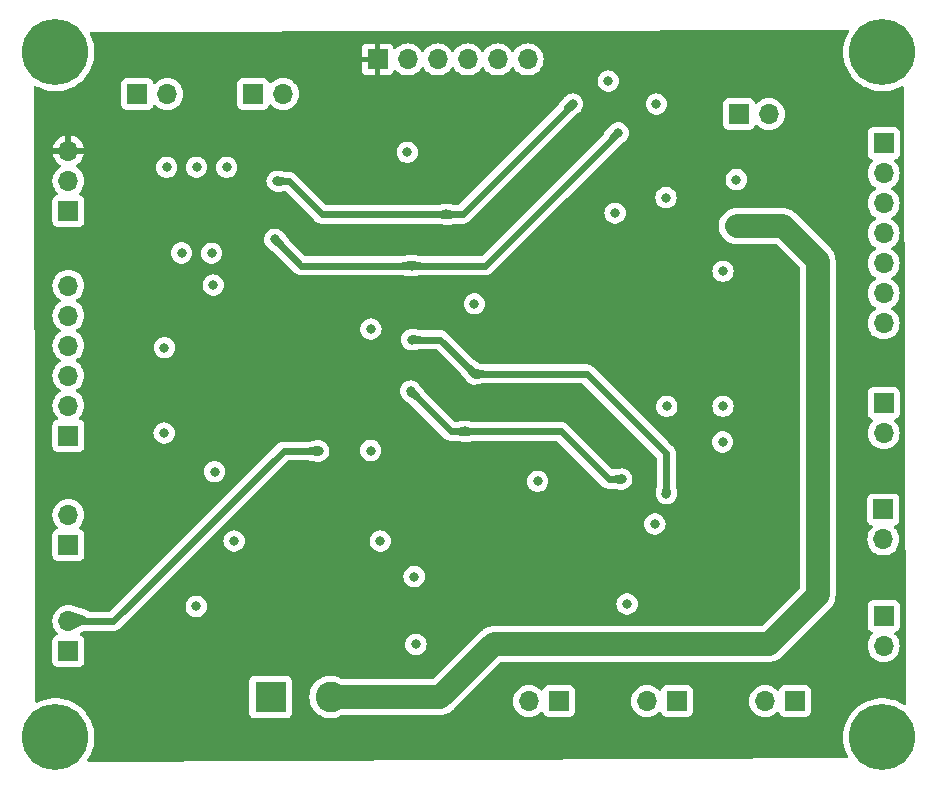
<source format=gbr>
%TF.GenerationSoftware,KiCad,Pcbnew,7.0.10*%
%TF.CreationDate,2024-03-09T05:04:33-09:00*%
%TF.ProjectId,SP_V.1.7.5_Board,53505f56-2e31-42e3-972e-355f426f6172,rev?*%
%TF.SameCoordinates,Original*%
%TF.FileFunction,Copper,L4,Bot*%
%TF.FilePolarity,Positive*%
%FSLAX46Y46*%
G04 Gerber Fmt 4.6, Leading zero omitted, Abs format (unit mm)*
G04 Created by KiCad (PCBNEW 7.0.10) date 2024-03-09 05:04:33*
%MOMM*%
%LPD*%
G01*
G04 APERTURE LIST*
%TA.AperFunction,ComponentPad*%
%ADD10R,1.700000X1.700000*%
%TD*%
%TA.AperFunction,ComponentPad*%
%ADD11O,1.700000X1.700000*%
%TD*%
%TA.AperFunction,ComponentPad*%
%ADD12R,2.600000X2.600000*%
%TD*%
%TA.AperFunction,ComponentPad*%
%ADD13C,2.600000*%
%TD*%
%TA.AperFunction,ViaPad*%
%ADD14C,0.800000*%
%TD*%
%TA.AperFunction,ViaPad*%
%ADD15C,5.600000*%
%TD*%
%TA.AperFunction,Conductor*%
%ADD16C,2.000000*%
%TD*%
%TA.AperFunction,Conductor*%
%ADD17C,0.600000*%
%TD*%
%TA.AperFunction,Conductor*%
%ADD18C,0.400000*%
%TD*%
G04 APERTURE END LIST*
D10*
%TO.P,J13,1,Pin_1*%
%TO.N,GND*%
X176000000Y-65000000D03*
D11*
%TO.P,J13,2,Pin_2*%
%TO.N,Steam boiler control*%
X176000000Y-67540000D03*
%TO.P,J13,3,Pin_3*%
%TO.N,Water valve control*%
X176000000Y-70080000D03*
%TO.P,J13,4,Pin_4*%
%TO.N,Fill valve control*%
X176000000Y-72620000D03*
%TO.P,J13,5,Pin_5*%
%TO.N,Water pump control*%
X176000000Y-75160000D03*
%TO.P,J13,6,Pin_6*%
%TO.N,Accessory 1*%
X176000000Y-77700000D03*
%TO.P,J13,7,Pin_7*%
%TO.N,Accessory 2*%
X176000000Y-80240000D03*
%TD*%
D10*
%TO.P,J1,1,Pin_1*%
%TO.N,GND*%
X163750000Y-62520000D03*
D11*
%TO.P,J1,2,Pin_2*%
%TO.N,Coffee boiler control*%
X166290000Y-62520000D03*
%TD*%
D10*
%TO.P,J9,1,Pin_1*%
%TO.N,GND*%
X112810000Y-60830000D03*
D11*
%TO.P,J9,2,Pin_2*%
%TO.N,Group head thermistor*%
X115350000Y-60830000D03*
%TD*%
D10*
%TO.P,J8,1,Pin_1*%
%TO.N,+3V3*%
X133150000Y-57900000D03*
D11*
%TO.P,J8,2,Pin_2*%
%TO.N,SPI_SCLK*%
X135690000Y-57900000D03*
%TO.P,J8,3,Pin_3*%
%TO.N,SPI_CS*%
X138230000Y-57900000D03*
%TO.P,J8,4,Pin_4*%
%TO.N,SPI_MOSI*%
X140770000Y-57900000D03*
%TO.P,J8,5,Pin_5*%
%TO.N,SPI_MISO*%
X143310000Y-57900000D03*
%TO.P,J8,6,Pin_6*%
%TO.N,GND*%
X145850000Y-57900000D03*
%TD*%
D10*
%TO.P,J6,1,Pin_1*%
%TO.N,Tank level sensor*%
X106975000Y-89750000D03*
D11*
%TO.P,J6,2,Pin_2*%
%TO.N,Boiler level sensor*%
X106975000Y-87210000D03*
%TO.P,J6,3,Pin_3*%
%TO.N,GND*%
X106975000Y-84670000D03*
%TO.P,J6,4,Pin_4*%
X106975000Y-82130000D03*
%TO.P,J6,5,Pin_5*%
X106975000Y-79590000D03*
%TO.P,J6,6,Pin_6*%
%TO.N,Pressurestat*%
X106975000Y-77050000D03*
%TD*%
D10*
%TO.P,J10,1,Pin_1*%
%TO.N,GND*%
X106975000Y-70725000D03*
D11*
%TO.P,J10,2,Pin_2*%
%TO.N,Dial potentiometer*%
X106975000Y-68185000D03*
%TO.P,J10,3,Pin_3*%
%TO.N,+3V3*%
X106975000Y-65645000D03*
%TD*%
D10*
%TO.P,J15,1,Pin_1*%
%TO.N,GND*%
X175975000Y-96000000D03*
D11*
%TO.P,J15,2,Pin_2*%
%TO.N,Net-(J15-Pin_2)*%
X175975000Y-98540000D03*
%TD*%
D10*
%TO.P,J19,1,Pin_1*%
%TO.N,GND*%
X176000000Y-105000000D03*
D11*
%TO.P,J19,2,Pin_2*%
%TO.N,Net-(J19-Pin_2)*%
X176000000Y-107540000D03*
%TD*%
D10*
%TO.P,J14,1,Pin_1*%
%TO.N,GND*%
X122620000Y-60810000D03*
D11*
%TO.P,J14,2,Pin_2*%
%TO.N,Water pressure sensor*%
X125160000Y-60810000D03*
%TD*%
D10*
%TO.P,J16,1,Pin_1*%
%TO.N,GND*%
X106975000Y-99000000D03*
D11*
%TO.P,J16,2,Pin_2*%
%TO.N,Pump control*%
X106975000Y-96460000D03*
%TD*%
D10*
%TO.P,J2,1,Pin_1*%
%TO.N,GND*%
X158500000Y-112225000D03*
D11*
%TO.P,J2,2,Pin_2*%
%TO.N,Net-(J2-Pin_2)*%
X155960000Y-112225000D03*
%TD*%
D10*
%TO.P,J3,1,Pin_1*%
%TO.N,GND*%
X148500000Y-112225000D03*
D11*
%TO.P,J3,2,Pin_2*%
%TO.N,Net-(J3-Pin_2)*%
X145960000Y-112225000D03*
%TD*%
D12*
%TO.P,J12,1,Pin_1*%
%TO.N,GND*%
X124100000Y-111875000D03*
D13*
%TO.P,J12,2,Pin_2*%
%TO.N,5V_IN*%
X129180000Y-111875000D03*
%TD*%
D10*
%TO.P,J4,1,Pin_1*%
%TO.N,GND*%
X176000000Y-87000000D03*
D11*
%TO.P,J4,2,Pin_2*%
%TO.N,Net-(J4-Pin_2)*%
X176000000Y-89540000D03*
%TD*%
D10*
%TO.P,J17,1,Pin_1*%
%TO.N,GND*%
X106975000Y-108000000D03*
D11*
%TO.P,J17,2,Pin_2*%
%TO.N,Tachometer*%
X106975000Y-105460000D03*
%TD*%
D10*
%TO.P,J5,1,Pin_1*%
%TO.N,GND*%
X168500000Y-112225000D03*
D11*
%TO.P,J5,2,Pin_2*%
%TO.N,Brew button*%
X165960000Y-112225000D03*
%TD*%
D14*
%TO.N,5V_IN*%
X163540000Y-72400000D03*
X163550000Y-71530000D03*
%TO.N,GND*%
X153260000Y-70910000D03*
X162400000Y-87260000D03*
X115295000Y-67027500D03*
X141340000Y-78590000D03*
X119350000Y-92800000D03*
X152680000Y-59730000D03*
D15*
X105875000Y-115275000D03*
D14*
X156750000Y-61675000D03*
X132570000Y-91010000D03*
D15*
X175875000Y-57275000D03*
D14*
X132580000Y-80730000D03*
X156625000Y-97225000D03*
X157570000Y-69592500D03*
X157640000Y-87260000D03*
D15*
X105875000Y-57275000D03*
D14*
X117830000Y-67020000D03*
X135670000Y-65760000D03*
X120375000Y-67027500D03*
X136250000Y-101675000D03*
X162375000Y-90275000D03*
X163520000Y-68070000D03*
X136395000Y-107425000D03*
X117800000Y-104200000D03*
X162400000Y-75830000D03*
D15*
X175875000Y-115275000D03*
D14*
X115085000Y-89530000D03*
X119240000Y-77000000D03*
X121000000Y-98675000D03*
X133375000Y-98675000D03*
X146710000Y-93610000D03*
X116555000Y-74277500D03*
X119105000Y-74297500D03*
X154275000Y-104000000D03*
X115095000Y-82300000D03*
%TO.N,+3V3*%
X117835000Y-82310000D03*
X164775000Y-91925000D03*
X136250000Y-105320000D03*
X116300000Y-104225000D03*
X157740000Y-74570000D03*
X156750000Y-99775000D03*
X138150000Y-93000000D03*
X157740000Y-73300000D03*
X133380000Y-68180000D03*
X117825000Y-89550000D03*
X121000000Y-101575000D03*
X121635000Y-74287500D03*
X155430000Y-63020000D03*
X113025000Y-64825000D03*
X138525000Y-95875000D03*
X154430000Y-58380000D03*
X156775000Y-59725000D03*
%TO.N,I2C_SDA*%
X136040000Y-81630000D03*
X136040000Y-75350000D03*
X141375000Y-84525000D03*
X157600000Y-94675000D03*
X153525000Y-64115000D03*
X124450000Y-73125000D03*
%TO.N,I2C_SCL*%
X149675000Y-61675000D03*
X140525000Y-89375000D03*
X138975000Y-71000000D03*
X124650000Y-68200000D03*
X135952500Y-85975000D03*
X153825000Y-93425000D03*
%TO.N,Tachometer*%
X128175000Y-91050000D03*
%TD*%
D16*
%TO.N,5V_IN*%
X138475000Y-111875000D02*
X129180000Y-111875000D01*
X170425000Y-103275000D02*
X166325000Y-107375000D01*
X170425000Y-74925000D02*
X170425000Y-103275000D01*
X167500000Y-72000000D02*
X170425000Y-74925000D01*
X142975000Y-107375000D02*
X138475000Y-111875000D01*
X166325000Y-107375000D02*
X142975000Y-107375000D01*
X163560000Y-72000000D02*
X167500000Y-72000000D01*
D17*
%TO.N,I2C_SDA*%
X157600000Y-91250000D02*
X150875000Y-84525000D01*
X157600000Y-94675000D02*
X157600000Y-91250000D01*
X138480000Y-81630000D02*
X136040000Y-81630000D01*
D18*
X153525000Y-64115000D02*
X153525000Y-63965000D01*
D17*
X141375000Y-84525000D02*
X138480000Y-81630000D01*
X150875000Y-84525000D02*
X141375000Y-84525000D01*
X126675000Y-75350000D02*
X124450000Y-73125000D01*
X136040000Y-75350000D02*
X126675000Y-75350000D01*
X142290000Y-75350000D02*
X153525000Y-64115000D01*
X136040000Y-75350000D02*
X142290000Y-75350000D01*
%TO.N,I2C_SCL*%
X128425000Y-71000000D02*
X125625000Y-68200000D01*
X152725000Y-93425000D02*
X148675000Y-89375000D01*
X138975000Y-71000000D02*
X128425000Y-71000000D01*
X153825000Y-93425000D02*
X152725000Y-93425000D01*
X140350000Y-71000000D02*
X138975000Y-71000000D01*
X140525000Y-89375000D02*
X139352500Y-89375000D01*
X148675000Y-89375000D02*
X140525000Y-89375000D01*
X125625000Y-68200000D02*
X124650000Y-68200000D01*
X149675000Y-61675000D02*
X140350000Y-71000000D01*
X139352500Y-89375000D02*
X135952500Y-85975000D01*
%TO.N,Tachometer*%
X128175000Y-91050000D02*
X125200000Y-91050000D01*
X110790000Y-105460000D02*
X106975000Y-105460000D01*
X125200000Y-91050000D02*
X110790000Y-105460000D01*
%TD*%
%TA.AperFunction,Conductor*%
%TO.N,I2C_SCL*%
G36*
X124663106Y-67801638D02*
G01*
X125439752Y-67898719D01*
X125447535Y-67903145D01*
X125450000Y-67910328D01*
X125450000Y-68489671D01*
X125446573Y-68497944D01*
X125439751Y-68501281D01*
X124663117Y-68598360D01*
X124654483Y-68595985D01*
X124650056Y-68588201D01*
X124649966Y-68586794D01*
X124649000Y-68200000D01*
X124649966Y-67813217D01*
X124653414Y-67804955D01*
X124661695Y-67801549D01*
X124663106Y-67801638D01*
G37*
%TD.AperFunction*%
%TD*%
%TA.AperFunction,Conductor*%
%TO.N,I2C_SCL*%
G36*
X149400458Y-61400540D02*
G01*
X149401527Y-61401481D01*
X149675707Y-61674293D01*
X149675749Y-61674335D01*
X149948518Y-61948472D01*
X149951924Y-61956753D01*
X149948476Y-61965018D01*
X149947407Y-61965959D01*
X149329599Y-62446475D01*
X149320965Y-62448850D01*
X149314143Y-62445513D01*
X148904486Y-62035856D01*
X148901059Y-62027583D01*
X148903524Y-62020400D01*
X148946599Y-61965018D01*
X149384041Y-61402591D01*
X149391824Y-61398165D01*
X149400458Y-61400540D01*
G37*
%TD.AperFunction*%
%TD*%
%TA.AperFunction,Conductor*%
%TO.N,I2C_SDA*%
G36*
X136053106Y-81231638D02*
G01*
X136829752Y-81328719D01*
X136837535Y-81333145D01*
X136840000Y-81340328D01*
X136840000Y-81919671D01*
X136836573Y-81927944D01*
X136829751Y-81931281D01*
X136053117Y-82028360D01*
X136044483Y-82025985D01*
X136040056Y-82018201D01*
X136039966Y-82016794D01*
X136039000Y-81630000D01*
X136039966Y-81243217D01*
X136043414Y-81234955D01*
X136051695Y-81231549D01*
X136053106Y-81231638D01*
G37*
%TD.AperFunction*%
%TD*%
%TA.AperFunction,Conductor*%
%TO.N,I2C_SDA*%
G36*
X136053106Y-74951638D02*
G01*
X136829752Y-75048719D01*
X136837535Y-75053145D01*
X136840000Y-75060328D01*
X136840000Y-75639671D01*
X136836573Y-75647944D01*
X136829751Y-75651281D01*
X136053117Y-75748360D01*
X136044483Y-75745985D01*
X136040056Y-75738201D01*
X136039966Y-75736794D01*
X136039000Y-75350000D01*
X136039966Y-74963217D01*
X136043414Y-74954955D01*
X136051695Y-74951549D01*
X136053106Y-74951638D01*
G37*
%TD.AperFunction*%
%TD*%
%TA.AperFunction,Conductor*%
%TO.N,I2C_SDA*%
G36*
X141388106Y-84126638D02*
G01*
X142164752Y-84223719D01*
X142172535Y-84228145D01*
X142175000Y-84235328D01*
X142175000Y-84814671D01*
X142171573Y-84822944D01*
X142164751Y-84826281D01*
X141388117Y-84923360D01*
X141379483Y-84920985D01*
X141375056Y-84913201D01*
X141374966Y-84911794D01*
X141374000Y-84525000D01*
X141374966Y-84138217D01*
X141378414Y-84129955D01*
X141386695Y-84126549D01*
X141388106Y-84126638D01*
G37*
%TD.AperFunction*%
%TD*%
%TA.AperFunction,Conductor*%
%TO.N,I2C_SCL*%
G36*
X140538106Y-88976638D02*
G01*
X141314752Y-89073719D01*
X141322535Y-89078145D01*
X141325000Y-89085328D01*
X141325000Y-89664671D01*
X141321573Y-89672944D01*
X141314751Y-89676281D01*
X140538117Y-89773360D01*
X140529483Y-89770985D01*
X140525056Y-89763201D01*
X140524966Y-89761794D01*
X140524000Y-89375000D01*
X140524966Y-88988217D01*
X140528414Y-88979955D01*
X140536695Y-88976549D01*
X140538106Y-88976638D01*
G37*
%TD.AperFunction*%
%TD*%
%TA.AperFunction,Conductor*%
%TO.N,I2C_SDA*%
G36*
X124740018Y-72851523D02*
G01*
X124740959Y-72852592D01*
X125221475Y-73470400D01*
X125223850Y-73479034D01*
X125220513Y-73485856D01*
X124810856Y-73895513D01*
X124802583Y-73898940D01*
X124795400Y-73896475D01*
X124177592Y-73415959D01*
X124173165Y-73408175D01*
X124175540Y-73399541D01*
X124176481Y-73398472D01*
X124449251Y-73124335D01*
X124449293Y-73124293D01*
X124723472Y-72851480D01*
X124731753Y-72848075D01*
X124740018Y-72851523D01*
G37*
%TD.AperFunction*%
%TD*%
%TA.AperFunction,Conductor*%
%TO.N,I2C_SDA*%
G36*
X153250458Y-63840540D02*
G01*
X153251527Y-63841481D01*
X153525707Y-64114293D01*
X153525749Y-64114335D01*
X153798518Y-64388472D01*
X153801924Y-64396753D01*
X153798476Y-64405018D01*
X153797407Y-64405959D01*
X153179599Y-64886475D01*
X153170965Y-64888850D01*
X153164143Y-64885513D01*
X152754486Y-64475856D01*
X152751059Y-64467583D01*
X152753524Y-64460400D01*
X152796599Y-64405018D01*
X153234041Y-63842591D01*
X153241824Y-63838165D01*
X153250458Y-63840540D01*
G37*
%TD.AperFunction*%
%TD*%
%TA.AperFunction,Conductor*%
%TO.N,I2C_SCL*%
G36*
X140520516Y-88979014D02*
G01*
X140524943Y-88986798D01*
X140525033Y-88988220D01*
X140526000Y-89375000D01*
X140526000Y-89375058D01*
X140525033Y-89761779D01*
X140521585Y-89770044D01*
X140513304Y-89773450D01*
X140511882Y-89773360D01*
X139735249Y-89676281D01*
X139727465Y-89671854D01*
X139725000Y-89664671D01*
X139725000Y-89085328D01*
X139728427Y-89077055D01*
X139735246Y-89073719D01*
X140511883Y-88976639D01*
X140520516Y-88979014D01*
G37*
%TD.AperFunction*%
%TD*%
%TA.AperFunction,Conductor*%
%TO.N,I2C_SDA*%
G36*
X136035516Y-74954014D02*
G01*
X136039943Y-74961798D01*
X136040033Y-74963220D01*
X136041000Y-75350000D01*
X136041000Y-75350058D01*
X136040033Y-75736779D01*
X136036585Y-75745044D01*
X136028304Y-75748450D01*
X136026882Y-75748360D01*
X135250249Y-75651281D01*
X135242465Y-75646854D01*
X135240000Y-75639671D01*
X135240000Y-75060328D01*
X135243427Y-75052055D01*
X135250246Y-75048719D01*
X136026883Y-74951639D01*
X136035516Y-74954014D01*
G37*
%TD.AperFunction*%
%TD*%
%TA.AperFunction,Conductor*%
%TO.N,I2C_SCL*%
G36*
X153820516Y-93029014D02*
G01*
X153824943Y-93036798D01*
X153825033Y-93038220D01*
X153826000Y-93425000D01*
X153826000Y-93425058D01*
X153825033Y-93811779D01*
X153821585Y-93820044D01*
X153813304Y-93823450D01*
X153811882Y-93823360D01*
X153035249Y-93726281D01*
X153027465Y-93721854D01*
X153025000Y-93714671D01*
X153025000Y-93135328D01*
X153028427Y-93127055D01*
X153035246Y-93123719D01*
X153811883Y-93026639D01*
X153820516Y-93029014D01*
G37*
%TD.AperFunction*%
%TD*%
%TA.AperFunction,Conductor*%
%TO.N,Tachometer*%
G36*
X108369433Y-105027793D02*
G01*
X108374036Y-105030630D01*
X108785135Y-105441729D01*
X108788562Y-105450002D01*
X108785135Y-105458275D01*
X108782338Y-105460341D01*
X107311633Y-106239285D01*
X107302718Y-106240129D01*
X107295818Y-106234422D01*
X107295352Y-106233435D01*
X106976154Y-105465188D01*
X106976146Y-105456239D01*
X107296119Y-104684735D01*
X107302453Y-104678407D01*
X107310594Y-104678108D01*
X108369433Y-105027793D01*
G37*
%TD.AperFunction*%
%TD*%
%TA.AperFunction,Conductor*%
%TO.N,Tachometer*%
G36*
X128170516Y-90654014D02*
G01*
X128174943Y-90661798D01*
X128175033Y-90663220D01*
X128176000Y-91050000D01*
X128176000Y-91050058D01*
X128175033Y-91436779D01*
X128171585Y-91445044D01*
X128163304Y-91448450D01*
X128161882Y-91448360D01*
X127385249Y-91351281D01*
X127377465Y-91346854D01*
X127375000Y-91339671D01*
X127375000Y-90760328D01*
X127378427Y-90752055D01*
X127385246Y-90748719D01*
X128161883Y-90651639D01*
X128170516Y-90654014D01*
G37*
%TD.AperFunction*%
%TD*%
%TA.AperFunction,Conductor*%
%TO.N,I2C_SCL*%
G36*
X138988106Y-70601638D02*
G01*
X139764752Y-70698719D01*
X139772535Y-70703145D01*
X139775000Y-70710328D01*
X139775000Y-71289671D01*
X139771573Y-71297944D01*
X139764751Y-71301281D01*
X138988117Y-71398360D01*
X138979483Y-71395985D01*
X138975056Y-71388201D01*
X138974966Y-71386794D01*
X138974000Y-71000000D01*
X138974966Y-70613217D01*
X138978414Y-70604955D01*
X138986695Y-70601549D01*
X138988106Y-70601638D01*
G37*
%TD.AperFunction*%
%TD*%
%TA.AperFunction,Conductor*%
%TO.N,I2C_SCL*%
G36*
X136242518Y-85701523D02*
G01*
X136243459Y-85702592D01*
X136723975Y-86320400D01*
X136726350Y-86329034D01*
X136723013Y-86335856D01*
X136313356Y-86745513D01*
X136305083Y-86748940D01*
X136297900Y-86746475D01*
X135680092Y-86265959D01*
X135675665Y-86258175D01*
X135678040Y-86249541D01*
X135678981Y-86248472D01*
X135951751Y-85974335D01*
X135951793Y-85974293D01*
X136225972Y-85701480D01*
X136234253Y-85698075D01*
X136242518Y-85701523D01*
G37*
%TD.AperFunction*%
%TD*%
%TA.AperFunction,Conductor*%
%TO.N,I2C_SCL*%
G36*
X138970516Y-70604014D02*
G01*
X138974943Y-70611798D01*
X138975033Y-70613220D01*
X138976000Y-71000000D01*
X138976000Y-71000058D01*
X138975033Y-71386779D01*
X138971585Y-71395044D01*
X138963304Y-71398450D01*
X138961882Y-71398360D01*
X138185249Y-71301281D01*
X138177465Y-71296854D01*
X138175000Y-71289671D01*
X138175000Y-70710328D01*
X138178427Y-70702055D01*
X138185246Y-70698719D01*
X138961883Y-70601639D01*
X138970516Y-70604014D01*
G37*
%TD.AperFunction*%
%TD*%
%TA.AperFunction,Conductor*%
%TO.N,+3V3*%
G36*
X173016540Y-55382616D02*
G01*
X173062440Y-55435294D01*
X173072575Y-55504424D01*
X173052426Y-55556699D01*
X173042791Y-55570910D01*
X172875151Y-55887111D01*
X172875142Y-55887129D01*
X172742674Y-56219600D01*
X172742672Y-56219607D01*
X172646932Y-56564434D01*
X172646926Y-56564460D01*
X172589029Y-56917614D01*
X172589028Y-56917631D01*
X172569652Y-57274997D01*
X172569652Y-57275002D01*
X172589028Y-57632368D01*
X172589029Y-57632385D01*
X172646926Y-57985539D01*
X172646932Y-57985565D01*
X172742672Y-58330392D01*
X172742674Y-58330399D01*
X172875142Y-58662870D01*
X172875151Y-58662888D01*
X173042784Y-58979077D01*
X173042787Y-58979082D01*
X173042789Y-58979085D01*
X173216346Y-59235063D01*
X173243634Y-59275309D01*
X173243641Y-59275319D01*
X173469945Y-59541744D01*
X173475332Y-59548086D01*
X173735163Y-59794211D01*
X174020081Y-60010800D01*
X174326747Y-60195315D01*
X174326749Y-60195316D01*
X174326751Y-60195317D01*
X174326755Y-60195319D01*
X174471352Y-60262216D01*
X174651565Y-60345591D01*
X174990726Y-60459868D01*
X175340254Y-60536805D01*
X175696052Y-60575500D01*
X175696058Y-60575500D01*
X176053942Y-60575500D01*
X176053948Y-60575500D01*
X176409746Y-60536805D01*
X176759274Y-60459868D01*
X177098435Y-60345591D01*
X177423253Y-60195315D01*
X177518744Y-60137859D01*
X177586334Y-60120164D01*
X177652763Y-60141820D01*
X177696938Y-60195952D01*
X177706671Y-60243688D01*
X177884403Y-112412406D01*
X177864947Y-112479512D01*
X177812299Y-112525446D01*
X177743175Y-112535625D01*
X177696477Y-112519078D01*
X177423253Y-112354685D01*
X177423252Y-112354684D01*
X177423248Y-112354682D01*
X177423244Y-112354680D01*
X177098447Y-112204414D01*
X177098441Y-112204411D01*
X177098435Y-112204409D01*
X176919448Y-112144101D01*
X176759273Y-112090131D01*
X176409744Y-112013194D01*
X176053949Y-111974500D01*
X176053948Y-111974500D01*
X175696052Y-111974500D01*
X175696050Y-111974500D01*
X175340255Y-112013194D01*
X174990726Y-112090131D01*
X174734970Y-112176306D01*
X174651565Y-112204409D01*
X174651563Y-112204410D01*
X174651552Y-112204414D01*
X174326755Y-112354680D01*
X174326751Y-112354682D01*
X174151042Y-112460403D01*
X174020081Y-112539200D01*
X173931768Y-112606333D01*
X173735172Y-112755781D01*
X173735163Y-112755789D01*
X173475331Y-113001914D01*
X173243641Y-113274680D01*
X173243634Y-113274690D01*
X173042790Y-113570913D01*
X173042784Y-113570922D01*
X172875151Y-113887111D01*
X172875142Y-113887129D01*
X172742674Y-114219600D01*
X172742672Y-114219607D01*
X172646932Y-114564434D01*
X172646926Y-114564460D01*
X172589029Y-114917614D01*
X172589028Y-114917631D01*
X172569652Y-115274997D01*
X172569652Y-115275002D01*
X172589028Y-115632368D01*
X172589029Y-115632385D01*
X172646926Y-115985539D01*
X172646932Y-115985565D01*
X172742672Y-116330392D01*
X172742674Y-116330399D01*
X172875142Y-116662870D01*
X172875144Y-116662873D01*
X172875147Y-116662880D01*
X172905317Y-116719786D01*
X172966187Y-116834599D01*
X172980197Y-116903050D01*
X172954976Y-116968209D01*
X172898531Y-117009388D01*
X172857287Y-117016680D01*
X108686056Y-117356210D01*
X108618913Y-117336881D01*
X108572880Y-117284320D01*
X108562570Y-117215215D01*
X108582764Y-117162629D01*
X108707211Y-116979085D01*
X108874853Y-116662880D01*
X109007324Y-116330403D01*
X109103071Y-115985552D01*
X109160972Y-115632371D01*
X109180348Y-115275000D01*
X109160972Y-114917629D01*
X109103071Y-114564448D01*
X109007324Y-114219597D01*
X108874853Y-113887120D01*
X108732596Y-113618796D01*
X108707215Y-113570922D01*
X108707213Y-113570919D01*
X108707211Y-113570915D01*
X108506365Y-113274689D01*
X108506361Y-113274684D01*
X108506358Y-113274680D01*
X108462350Y-113222870D01*
X122299500Y-113222870D01*
X122299501Y-113222876D01*
X122305908Y-113282483D01*
X122356202Y-113417328D01*
X122356206Y-113417335D01*
X122442452Y-113532544D01*
X122442455Y-113532547D01*
X122557664Y-113618793D01*
X122557671Y-113618797D01*
X122692517Y-113669091D01*
X122692516Y-113669091D01*
X122699444Y-113669835D01*
X122752127Y-113675500D01*
X125447872Y-113675499D01*
X125507483Y-113669091D01*
X125642331Y-113618796D01*
X125757546Y-113532546D01*
X125843796Y-113417331D01*
X125894091Y-113282483D01*
X125900500Y-113222873D01*
X125900500Y-111875004D01*
X127374451Y-111875004D01*
X127394616Y-112144101D01*
X127442680Y-112354682D01*
X127454666Y-112407195D01*
X127553257Y-112658398D01*
X127688185Y-112892102D01*
X127824080Y-113062509D01*
X127856442Y-113103089D01*
X128026249Y-113260646D01*
X128054259Y-113286635D01*
X128277226Y-113438651D01*
X128520359Y-113555738D01*
X128778228Y-113635280D01*
X128778229Y-113635280D01*
X128778232Y-113635281D01*
X129045063Y-113675499D01*
X129045068Y-113675499D01*
X129045071Y-113675500D01*
X129045072Y-113675500D01*
X129314928Y-113675500D01*
X129314929Y-113675500D01*
X129314936Y-113675499D01*
X129581767Y-113635281D01*
X129581768Y-113635280D01*
X129581772Y-113635280D01*
X129839641Y-113555738D01*
X130082775Y-113438651D01*
X130143798Y-113397045D01*
X130210277Y-113375546D01*
X130213649Y-113375500D01*
X138374136Y-113375500D01*
X138389473Y-113376452D01*
X138412779Y-113379357D01*
X138412779Y-113379356D01*
X138412780Y-113379357D01*
X138503472Y-113375606D01*
X138508596Y-113375500D01*
X138537066Y-113375500D01*
X138537067Y-113375500D01*
X138565444Y-113373147D01*
X138570540Y-113372831D01*
X138661237Y-113369081D01*
X138684227Y-113364259D01*
X138699413Y-113362047D01*
X138722821Y-113360108D01*
X138810848Y-113337815D01*
X138815754Y-113336680D01*
X138904614Y-113318049D01*
X138926486Y-113309513D01*
X138941116Y-113304827D01*
X138963881Y-113299063D01*
X139022025Y-113273558D01*
X139046990Y-113262608D01*
X139051726Y-113260646D01*
X139136274Y-113227656D01*
X139156450Y-113215632D01*
X139170114Y-113208599D01*
X139191607Y-113199173D01*
X139267614Y-113149514D01*
X139271880Y-113146851D01*
X139349894Y-113100366D01*
X139367813Y-113085188D01*
X139380124Y-113076008D01*
X139399785Y-113063164D01*
X139466584Y-113001669D01*
X139470380Y-112998318D01*
X139492126Y-112979902D01*
X139512288Y-112959738D01*
X139515938Y-112956236D01*
X139582738Y-112894744D01*
X139597167Y-112876203D01*
X139607324Y-112864702D01*
X140247026Y-112225000D01*
X144604341Y-112225000D01*
X144624936Y-112460403D01*
X144624938Y-112460413D01*
X144686094Y-112688655D01*
X144686096Y-112688659D01*
X144686097Y-112688663D01*
X144768182Y-112864694D01*
X144785965Y-112902830D01*
X144785967Y-112902834D01*
X144855344Y-113001914D01*
X144921505Y-113096401D01*
X145088599Y-113263495D01*
X145166509Y-113318048D01*
X145282165Y-113399032D01*
X145282167Y-113399033D01*
X145282170Y-113399035D01*
X145496337Y-113498903D01*
X145724592Y-113560063D01*
X145901034Y-113575500D01*
X145959999Y-113580659D01*
X145960000Y-113580659D01*
X145960001Y-113580659D01*
X146018966Y-113575500D01*
X146195408Y-113560063D01*
X146423663Y-113498903D01*
X146637830Y-113399035D01*
X146831401Y-113263495D01*
X146953329Y-113141566D01*
X147014648Y-113108084D01*
X147084340Y-113113068D01*
X147140274Y-113154939D01*
X147157189Y-113185917D01*
X147206202Y-113317328D01*
X147206206Y-113317335D01*
X147292452Y-113432544D01*
X147292455Y-113432547D01*
X147407664Y-113518793D01*
X147407671Y-113518797D01*
X147542517Y-113569091D01*
X147542516Y-113569091D01*
X147549444Y-113569835D01*
X147602127Y-113575500D01*
X149397872Y-113575499D01*
X149457483Y-113569091D01*
X149592331Y-113518796D01*
X149707546Y-113432546D01*
X149793796Y-113317331D01*
X149844091Y-113182483D01*
X149850500Y-113122873D01*
X149850499Y-112225000D01*
X154604341Y-112225000D01*
X154624936Y-112460403D01*
X154624938Y-112460413D01*
X154686094Y-112688655D01*
X154686096Y-112688659D01*
X154686097Y-112688663D01*
X154768182Y-112864694D01*
X154785965Y-112902830D01*
X154785967Y-112902834D01*
X154855344Y-113001914D01*
X154921505Y-113096401D01*
X155088599Y-113263495D01*
X155166509Y-113318048D01*
X155282165Y-113399032D01*
X155282167Y-113399033D01*
X155282170Y-113399035D01*
X155496337Y-113498903D01*
X155724592Y-113560063D01*
X155901034Y-113575500D01*
X155959999Y-113580659D01*
X155960000Y-113580659D01*
X155960001Y-113580659D01*
X156018966Y-113575500D01*
X156195408Y-113560063D01*
X156423663Y-113498903D01*
X156637830Y-113399035D01*
X156831401Y-113263495D01*
X156953329Y-113141566D01*
X157014648Y-113108084D01*
X157084340Y-113113068D01*
X157140274Y-113154939D01*
X157157189Y-113185917D01*
X157206202Y-113317328D01*
X157206206Y-113317335D01*
X157292452Y-113432544D01*
X157292455Y-113432547D01*
X157407664Y-113518793D01*
X157407671Y-113518797D01*
X157542517Y-113569091D01*
X157542516Y-113569091D01*
X157549444Y-113569835D01*
X157602127Y-113575500D01*
X159397872Y-113575499D01*
X159457483Y-113569091D01*
X159592331Y-113518796D01*
X159707546Y-113432546D01*
X159793796Y-113317331D01*
X159844091Y-113182483D01*
X159850500Y-113122873D01*
X159850499Y-112225000D01*
X164604341Y-112225000D01*
X164624936Y-112460403D01*
X164624938Y-112460413D01*
X164686094Y-112688655D01*
X164686096Y-112688659D01*
X164686097Y-112688663D01*
X164768182Y-112864694D01*
X164785965Y-112902830D01*
X164785967Y-112902834D01*
X164855344Y-113001914D01*
X164921505Y-113096401D01*
X165088599Y-113263495D01*
X165166509Y-113318048D01*
X165282165Y-113399032D01*
X165282167Y-113399033D01*
X165282170Y-113399035D01*
X165496337Y-113498903D01*
X165724592Y-113560063D01*
X165901034Y-113575500D01*
X165959999Y-113580659D01*
X165960000Y-113580659D01*
X165960001Y-113580659D01*
X166018966Y-113575500D01*
X166195408Y-113560063D01*
X166423663Y-113498903D01*
X166637830Y-113399035D01*
X166831401Y-113263495D01*
X166953329Y-113141566D01*
X167014648Y-113108084D01*
X167084340Y-113113068D01*
X167140274Y-113154939D01*
X167157189Y-113185917D01*
X167206202Y-113317328D01*
X167206206Y-113317335D01*
X167292452Y-113432544D01*
X167292455Y-113432547D01*
X167407664Y-113518793D01*
X167407671Y-113518797D01*
X167542517Y-113569091D01*
X167542516Y-113569091D01*
X167549444Y-113569835D01*
X167602127Y-113575500D01*
X169397872Y-113575499D01*
X169457483Y-113569091D01*
X169592331Y-113518796D01*
X169707546Y-113432546D01*
X169793796Y-113317331D01*
X169844091Y-113182483D01*
X169850500Y-113122873D01*
X169850499Y-111327128D01*
X169844091Y-111267517D01*
X169842810Y-111264083D01*
X169793797Y-111132671D01*
X169793793Y-111132664D01*
X169707547Y-111017455D01*
X169707544Y-111017452D01*
X169592335Y-110931206D01*
X169592328Y-110931202D01*
X169457482Y-110880908D01*
X169457483Y-110880908D01*
X169397883Y-110874501D01*
X169397881Y-110874500D01*
X169397873Y-110874500D01*
X169397864Y-110874500D01*
X167602129Y-110874500D01*
X167602123Y-110874501D01*
X167542516Y-110880908D01*
X167407671Y-110931202D01*
X167407664Y-110931206D01*
X167292455Y-111017452D01*
X167292452Y-111017455D01*
X167206206Y-111132664D01*
X167206203Y-111132669D01*
X167157189Y-111264083D01*
X167115317Y-111320016D01*
X167049853Y-111344433D01*
X166981580Y-111329581D01*
X166953326Y-111308430D01*
X166831402Y-111186506D01*
X166831395Y-111186501D01*
X166637834Y-111050967D01*
X166637830Y-111050965D01*
X166637828Y-111050964D01*
X166423663Y-110951097D01*
X166423659Y-110951096D01*
X166423655Y-110951094D01*
X166195413Y-110889938D01*
X166195403Y-110889936D01*
X165960001Y-110869341D01*
X165959999Y-110869341D01*
X165724596Y-110889936D01*
X165724586Y-110889938D01*
X165496344Y-110951094D01*
X165496335Y-110951098D01*
X165282171Y-111050964D01*
X165282169Y-111050965D01*
X165088597Y-111186505D01*
X164921505Y-111353597D01*
X164785965Y-111547169D01*
X164785964Y-111547171D01*
X164686098Y-111761335D01*
X164686094Y-111761344D01*
X164624938Y-111989586D01*
X164624936Y-111989596D01*
X164604341Y-112224999D01*
X164604341Y-112225000D01*
X159850499Y-112225000D01*
X159850499Y-111327128D01*
X159844091Y-111267517D01*
X159842810Y-111264083D01*
X159793797Y-111132671D01*
X159793793Y-111132664D01*
X159707547Y-111017455D01*
X159707544Y-111017452D01*
X159592335Y-110931206D01*
X159592328Y-110931202D01*
X159457482Y-110880908D01*
X159457483Y-110880908D01*
X159397883Y-110874501D01*
X159397881Y-110874500D01*
X159397873Y-110874500D01*
X159397864Y-110874500D01*
X157602129Y-110874500D01*
X157602123Y-110874501D01*
X157542516Y-110880908D01*
X157407671Y-110931202D01*
X157407664Y-110931206D01*
X157292455Y-111017452D01*
X157292452Y-111017455D01*
X157206206Y-111132664D01*
X157206203Y-111132669D01*
X157157189Y-111264083D01*
X157115317Y-111320016D01*
X157049853Y-111344433D01*
X156981580Y-111329581D01*
X156953326Y-111308430D01*
X156831402Y-111186506D01*
X156831395Y-111186501D01*
X156637834Y-111050967D01*
X156637830Y-111050965D01*
X156637828Y-111050964D01*
X156423663Y-110951097D01*
X156423659Y-110951096D01*
X156423655Y-110951094D01*
X156195413Y-110889938D01*
X156195403Y-110889936D01*
X155960001Y-110869341D01*
X155959999Y-110869341D01*
X155724596Y-110889936D01*
X155724586Y-110889938D01*
X155496344Y-110951094D01*
X155496335Y-110951098D01*
X155282171Y-111050964D01*
X155282169Y-111050965D01*
X155088597Y-111186505D01*
X154921505Y-111353597D01*
X154785965Y-111547169D01*
X154785964Y-111547171D01*
X154686098Y-111761335D01*
X154686094Y-111761344D01*
X154624938Y-111989586D01*
X154624936Y-111989596D01*
X154604341Y-112224999D01*
X154604341Y-112225000D01*
X149850499Y-112225000D01*
X149850499Y-111327128D01*
X149844091Y-111267517D01*
X149842810Y-111264083D01*
X149793797Y-111132671D01*
X149793793Y-111132664D01*
X149707547Y-111017455D01*
X149707544Y-111017452D01*
X149592335Y-110931206D01*
X149592328Y-110931202D01*
X149457482Y-110880908D01*
X149457483Y-110880908D01*
X149397883Y-110874501D01*
X149397881Y-110874500D01*
X149397873Y-110874500D01*
X149397864Y-110874500D01*
X147602129Y-110874500D01*
X147602123Y-110874501D01*
X147542516Y-110880908D01*
X147407671Y-110931202D01*
X147407664Y-110931206D01*
X147292455Y-111017452D01*
X147292452Y-111017455D01*
X147206206Y-111132664D01*
X147206203Y-111132669D01*
X147157189Y-111264083D01*
X147115317Y-111320016D01*
X147049853Y-111344433D01*
X146981580Y-111329581D01*
X146953326Y-111308430D01*
X146831402Y-111186506D01*
X146831395Y-111186501D01*
X146637834Y-111050967D01*
X146637830Y-111050965D01*
X146637828Y-111050964D01*
X146423663Y-110951097D01*
X146423659Y-110951096D01*
X146423655Y-110951094D01*
X146195413Y-110889938D01*
X146195403Y-110889936D01*
X145960001Y-110869341D01*
X145959999Y-110869341D01*
X145724596Y-110889936D01*
X145724586Y-110889938D01*
X145496344Y-110951094D01*
X145496335Y-110951098D01*
X145282171Y-111050964D01*
X145282169Y-111050965D01*
X145088597Y-111186505D01*
X144921505Y-111353597D01*
X144785965Y-111547169D01*
X144785964Y-111547171D01*
X144686098Y-111761335D01*
X144686094Y-111761344D01*
X144624938Y-111989586D01*
X144624936Y-111989596D01*
X144604341Y-112224999D01*
X144604341Y-112225000D01*
X140247026Y-112225000D01*
X143560209Y-108911819D01*
X143621532Y-108878334D01*
X143647890Y-108875500D01*
X166224136Y-108875500D01*
X166239473Y-108876452D01*
X166262779Y-108879357D01*
X166262779Y-108879356D01*
X166262780Y-108879357D01*
X166353472Y-108875606D01*
X166358596Y-108875500D01*
X166387066Y-108875500D01*
X166387067Y-108875500D01*
X166415444Y-108873147D01*
X166420540Y-108872831D01*
X166511237Y-108869081D01*
X166534227Y-108864259D01*
X166549413Y-108862047D01*
X166572821Y-108860108D01*
X166660848Y-108837815D01*
X166665754Y-108836680D01*
X166754614Y-108818049D01*
X166776486Y-108809513D01*
X166791116Y-108804827D01*
X166813881Y-108799063D01*
X166872025Y-108773558D01*
X166896990Y-108762608D01*
X166901726Y-108760646D01*
X166986274Y-108727656D01*
X167006450Y-108715632D01*
X167020114Y-108708599D01*
X167041607Y-108699173D01*
X167117614Y-108649514D01*
X167121880Y-108646851D01*
X167199894Y-108600366D01*
X167217813Y-108585188D01*
X167230124Y-108576008D01*
X167249785Y-108563164D01*
X167316584Y-108501669D01*
X167320380Y-108498318D01*
X167342126Y-108479902D01*
X167362288Y-108459738D01*
X167365938Y-108456236D01*
X167432738Y-108394744D01*
X167447167Y-108376203D01*
X167457324Y-108364702D01*
X168282026Y-107540000D01*
X174644341Y-107540000D01*
X174664936Y-107775403D01*
X174664938Y-107775413D01*
X174726094Y-108003655D01*
X174726096Y-108003659D01*
X174726097Y-108003663D01*
X174770035Y-108097888D01*
X174825965Y-108217830D01*
X174825967Y-108217834D01*
X174873799Y-108286144D01*
X174961505Y-108411401D01*
X175128599Y-108578495D01*
X175159833Y-108600365D01*
X175322165Y-108714032D01*
X175322167Y-108714033D01*
X175322170Y-108714035D01*
X175536337Y-108813903D01*
X175536343Y-108813904D01*
X175536344Y-108813905D01*
X175551810Y-108818049D01*
X175764592Y-108875063D01*
X175952918Y-108891539D01*
X175999999Y-108895659D01*
X176000000Y-108895659D01*
X176000001Y-108895659D01*
X176039234Y-108892226D01*
X176235408Y-108875063D01*
X176463663Y-108813903D01*
X176677830Y-108714035D01*
X176871401Y-108578495D01*
X177038495Y-108411401D01*
X177174035Y-108217830D01*
X177273903Y-108003663D01*
X177335063Y-107775408D01*
X177355659Y-107540000D01*
X177335063Y-107304592D01*
X177288626Y-107131285D01*
X177273905Y-107076344D01*
X177273904Y-107076343D01*
X177273903Y-107076337D01*
X177174035Y-106862171D01*
X177125217Y-106792452D01*
X177038496Y-106668600D01*
X176989820Y-106619924D01*
X176916567Y-106546671D01*
X176883084Y-106485351D01*
X176888068Y-106415659D01*
X176929939Y-106359725D01*
X176960915Y-106342810D01*
X177092331Y-106293796D01*
X177207546Y-106207546D01*
X177293796Y-106092331D01*
X177344091Y-105957483D01*
X177350500Y-105897873D01*
X177350499Y-104102128D01*
X177344091Y-104042517D01*
X177332613Y-104011744D01*
X177293797Y-103907671D01*
X177293793Y-103907664D01*
X177207547Y-103792455D01*
X177207544Y-103792452D01*
X177092335Y-103706206D01*
X177092328Y-103706202D01*
X176957482Y-103655908D01*
X176957483Y-103655908D01*
X176897883Y-103649501D01*
X176897881Y-103649500D01*
X176897873Y-103649500D01*
X176897864Y-103649500D01*
X175102129Y-103649500D01*
X175102123Y-103649501D01*
X175042516Y-103655908D01*
X174907671Y-103706202D01*
X174907664Y-103706206D01*
X174792455Y-103792452D01*
X174792452Y-103792455D01*
X174706206Y-103907664D01*
X174706202Y-103907671D01*
X174655908Y-104042517D01*
X174652747Y-104071923D01*
X174649501Y-104102123D01*
X174649500Y-104102135D01*
X174649500Y-105897870D01*
X174649501Y-105897876D01*
X174655908Y-105957483D01*
X174706202Y-106092328D01*
X174706206Y-106092335D01*
X174792452Y-106207544D01*
X174792455Y-106207547D01*
X174907664Y-106293793D01*
X174907671Y-106293797D01*
X175039081Y-106342810D01*
X175095015Y-106384681D01*
X175119432Y-106450145D01*
X175104580Y-106518418D01*
X175083430Y-106546673D01*
X174961503Y-106668600D01*
X174825965Y-106862169D01*
X174825964Y-106862171D01*
X174726098Y-107076335D01*
X174726094Y-107076344D01*
X174664938Y-107304586D01*
X174664936Y-107304596D01*
X174644341Y-107539999D01*
X174644341Y-107540000D01*
X168282026Y-107540000D01*
X171414697Y-104407328D01*
X171426206Y-104397165D01*
X171444744Y-104382738D01*
X171506247Y-104315926D01*
X171509749Y-104312276D01*
X171529902Y-104292125D01*
X171548337Y-104270357D01*
X171551690Y-104266562D01*
X171613161Y-104199788D01*
X171613160Y-104199788D01*
X171613164Y-104199785D01*
X171626008Y-104180124D01*
X171635188Y-104167813D01*
X171650366Y-104149894D01*
X171696861Y-104071863D01*
X171699505Y-104067627D01*
X171749173Y-103991607D01*
X171758607Y-103970099D01*
X171765627Y-103956458D01*
X171777656Y-103936273D01*
X171810663Y-103851679D01*
X171812609Y-103846986D01*
X171849063Y-103763881D01*
X171854826Y-103741116D01*
X171859513Y-103726488D01*
X171868050Y-103704614D01*
X171886680Y-103615762D01*
X171887831Y-103610791D01*
X171909021Y-103527112D01*
X171910108Y-103522821D01*
X171912046Y-103499419D01*
X171914262Y-103484218D01*
X171917708Y-103467784D01*
X171919081Y-103461237D01*
X171922831Y-103370540D01*
X171923149Y-103365428D01*
X171925500Y-103337067D01*
X171925500Y-103308596D01*
X171925606Y-103303472D01*
X171929357Y-103212779D01*
X171926452Y-103189472D01*
X171925500Y-103174136D01*
X171925500Y-98540000D01*
X174619341Y-98540000D01*
X174639936Y-98775403D01*
X174639938Y-98775413D01*
X174701094Y-99003655D01*
X174701096Y-99003659D01*
X174701097Y-99003663D01*
X174719573Y-99043284D01*
X174800965Y-99217830D01*
X174800967Y-99217834D01*
X174892033Y-99347888D01*
X174936505Y-99411401D01*
X175103599Y-99578495D01*
X175200384Y-99646265D01*
X175297165Y-99714032D01*
X175297167Y-99714033D01*
X175297170Y-99714035D01*
X175511337Y-99813903D01*
X175739592Y-99875063D01*
X175927918Y-99891539D01*
X175974999Y-99895659D01*
X175975000Y-99895659D01*
X175975001Y-99895659D01*
X176014234Y-99892226D01*
X176210408Y-99875063D01*
X176438663Y-99813903D01*
X176652830Y-99714035D01*
X176846401Y-99578495D01*
X177013495Y-99411401D01*
X177149035Y-99217830D01*
X177248903Y-99003663D01*
X177310063Y-98775408D01*
X177330659Y-98540000D01*
X177310063Y-98304592D01*
X177262076Y-98125500D01*
X177248905Y-98076344D01*
X177248904Y-98076343D01*
X177248903Y-98076337D01*
X177149035Y-97862171D01*
X177115205Y-97813857D01*
X177013496Y-97668600D01*
X176960214Y-97615318D01*
X176891567Y-97546671D01*
X176858084Y-97485351D01*
X176863068Y-97415659D01*
X176904939Y-97359725D01*
X176935915Y-97342810D01*
X177067331Y-97293796D01*
X177182546Y-97207546D01*
X177268796Y-97092331D01*
X177319091Y-96957483D01*
X177325500Y-96897873D01*
X177325499Y-95102128D01*
X177320299Y-95053757D01*
X177319091Y-95042516D01*
X177268797Y-94907671D01*
X177268793Y-94907664D01*
X177182547Y-94792455D01*
X177182544Y-94792452D01*
X177067335Y-94706206D01*
X177067328Y-94706202D01*
X176932482Y-94655908D01*
X176932483Y-94655908D01*
X176872883Y-94649501D01*
X176872881Y-94649500D01*
X176872873Y-94649500D01*
X176872864Y-94649500D01*
X175077129Y-94649500D01*
X175077123Y-94649501D01*
X175017516Y-94655908D01*
X174882671Y-94706202D01*
X174882664Y-94706206D01*
X174767455Y-94792452D01*
X174767452Y-94792455D01*
X174681206Y-94907664D01*
X174681202Y-94907671D01*
X174630908Y-95042517D01*
X174624501Y-95102116D01*
X174624501Y-95102123D01*
X174624500Y-95102135D01*
X174624500Y-96897870D01*
X174624501Y-96897876D01*
X174630908Y-96957483D01*
X174681202Y-97092328D01*
X174681206Y-97092335D01*
X174767452Y-97207544D01*
X174767455Y-97207547D01*
X174882664Y-97293793D01*
X174882671Y-97293797D01*
X175014081Y-97342810D01*
X175070015Y-97384681D01*
X175094432Y-97450145D01*
X175079580Y-97518418D01*
X175058430Y-97546673D01*
X174936503Y-97668600D01*
X174800965Y-97862169D01*
X174800964Y-97862171D01*
X174701098Y-98076335D01*
X174701094Y-98076344D01*
X174639938Y-98304586D01*
X174639936Y-98304596D01*
X174619341Y-98539999D01*
X174619341Y-98540000D01*
X171925500Y-98540000D01*
X171925500Y-89540000D01*
X174644341Y-89540000D01*
X174664936Y-89775403D01*
X174664938Y-89775413D01*
X174726094Y-90003655D01*
X174726096Y-90003659D01*
X174726097Y-90003663D01*
X174799170Y-90160368D01*
X174825965Y-90217830D01*
X174825967Y-90217834D01*
X174909487Y-90337112D01*
X174961505Y-90411401D01*
X175128599Y-90578495D01*
X175188137Y-90620184D01*
X175322165Y-90714032D01*
X175322167Y-90714033D01*
X175322170Y-90714035D01*
X175536337Y-90813903D01*
X175536343Y-90813904D01*
X175536344Y-90813905D01*
X175564361Y-90821412D01*
X175764592Y-90875063D01*
X175952918Y-90891539D01*
X175999999Y-90895659D01*
X176000000Y-90895659D01*
X176000001Y-90895659D01*
X176039234Y-90892226D01*
X176235408Y-90875063D01*
X176463663Y-90813903D01*
X176677830Y-90714035D01*
X176871401Y-90578495D01*
X177038495Y-90411401D01*
X177174035Y-90217830D01*
X177273903Y-90003663D01*
X177335063Y-89775408D01*
X177355659Y-89540000D01*
X177335063Y-89304592D01*
X177273903Y-89076337D01*
X177174035Y-88862171D01*
X177167002Y-88852127D01*
X177038496Y-88668600D01*
X176984535Y-88614639D01*
X176916567Y-88546671D01*
X176883084Y-88485351D01*
X176888068Y-88415659D01*
X176929939Y-88359725D01*
X176960915Y-88342810D01*
X177092331Y-88293796D01*
X177207546Y-88207546D01*
X177293796Y-88092331D01*
X177344091Y-87957483D01*
X177350500Y-87897873D01*
X177350499Y-86102128D01*
X177344091Y-86042517D01*
X177341647Y-86035965D01*
X177293797Y-85907671D01*
X177293793Y-85907664D01*
X177207547Y-85792455D01*
X177207544Y-85792452D01*
X177092335Y-85706206D01*
X177092328Y-85706202D01*
X176957482Y-85655908D01*
X176957483Y-85655908D01*
X176897883Y-85649501D01*
X176897881Y-85649500D01*
X176897873Y-85649500D01*
X176897864Y-85649500D01*
X175102129Y-85649500D01*
X175102123Y-85649501D01*
X175042516Y-85655908D01*
X174907671Y-85706202D01*
X174907664Y-85706206D01*
X174792455Y-85792452D01*
X174792452Y-85792455D01*
X174706206Y-85907664D01*
X174706202Y-85907671D01*
X174655908Y-86042517D01*
X174649501Y-86102116D01*
X174649501Y-86102123D01*
X174649500Y-86102135D01*
X174649500Y-87897870D01*
X174649501Y-87897876D01*
X174655908Y-87957483D01*
X174706202Y-88092328D01*
X174706206Y-88092335D01*
X174792452Y-88207544D01*
X174792455Y-88207547D01*
X174907664Y-88293793D01*
X174907671Y-88293797D01*
X175039081Y-88342810D01*
X175095015Y-88384681D01*
X175119432Y-88450145D01*
X175104580Y-88518418D01*
X175083430Y-88546673D01*
X174961503Y-88668600D01*
X174825965Y-88862169D01*
X174825964Y-88862171D01*
X174726098Y-89076335D01*
X174726094Y-89076344D01*
X174664938Y-89304586D01*
X174664936Y-89304596D01*
X174644341Y-89539999D01*
X174644341Y-89540000D01*
X171925500Y-89540000D01*
X171925500Y-80240000D01*
X174644341Y-80240000D01*
X174664936Y-80475403D01*
X174664938Y-80475413D01*
X174726094Y-80703655D01*
X174726096Y-80703659D01*
X174726097Y-80703663D01*
X174789470Y-80839566D01*
X174825965Y-80917830D01*
X174825967Y-80917834D01*
X174934281Y-81072521D01*
X174961505Y-81111401D01*
X175128599Y-81278495D01*
X175225384Y-81346265D01*
X175322165Y-81414032D01*
X175322167Y-81414033D01*
X175322170Y-81414035D01*
X175536337Y-81513903D01*
X175536343Y-81513904D01*
X175536344Y-81513905D01*
X175543607Y-81515851D01*
X175764592Y-81575063D01*
X175952918Y-81591539D01*
X175999999Y-81595659D01*
X176000000Y-81595659D01*
X176000001Y-81595659D01*
X176039234Y-81592226D01*
X176235408Y-81575063D01*
X176463663Y-81513903D01*
X176677830Y-81414035D01*
X176871401Y-81278495D01*
X177038495Y-81111401D01*
X177174035Y-80917830D01*
X177273903Y-80703663D01*
X177335063Y-80475408D01*
X177355659Y-80240000D01*
X177351965Y-80197784D01*
X177339356Y-80053663D01*
X177335063Y-80004592D01*
X177273903Y-79776337D01*
X177174035Y-79562171D01*
X177096294Y-79451144D01*
X177038494Y-79368597D01*
X176871402Y-79201506D01*
X176871396Y-79201501D01*
X176685842Y-79071575D01*
X176642217Y-79016998D01*
X176635023Y-78947500D01*
X176666546Y-78885145D01*
X176685842Y-78868425D01*
X176814616Y-78778256D01*
X176871401Y-78738495D01*
X177038495Y-78571401D01*
X177174035Y-78377830D01*
X177273903Y-78163663D01*
X177335063Y-77935408D01*
X177355659Y-77700000D01*
X177335063Y-77464592D01*
X177273903Y-77236337D01*
X177174035Y-77022171D01*
X177038495Y-76828599D01*
X177038494Y-76828597D01*
X176871402Y-76661506D01*
X176871396Y-76661501D01*
X176685842Y-76531575D01*
X176642217Y-76476998D01*
X176635023Y-76407500D01*
X176666546Y-76345145D01*
X176685842Y-76328425D01*
X176793644Y-76252941D01*
X176871401Y-76198495D01*
X177038495Y-76031401D01*
X177174035Y-75837830D01*
X177273903Y-75623663D01*
X177335063Y-75395408D01*
X177355659Y-75160000D01*
X177335063Y-74924592D01*
X177288626Y-74751285D01*
X177273905Y-74696344D01*
X177273904Y-74696343D01*
X177273903Y-74696337D01*
X177174035Y-74482171D01*
X177167974Y-74473514D01*
X177038494Y-74288597D01*
X176871402Y-74121506D01*
X176871396Y-74121501D01*
X176685842Y-73991575D01*
X176642217Y-73936998D01*
X176635023Y-73867500D01*
X176666546Y-73805145D01*
X176685842Y-73788425D01*
X176747452Y-73745285D01*
X176871401Y-73658495D01*
X177038495Y-73491401D01*
X177174035Y-73297830D01*
X177273903Y-73083663D01*
X177335063Y-72855408D01*
X177355659Y-72620000D01*
X177335063Y-72384592D01*
X177273903Y-72156337D01*
X177174035Y-71942171D01*
X177167297Y-71932547D01*
X177038494Y-71748597D01*
X176871402Y-71581506D01*
X176871396Y-71581501D01*
X176685842Y-71451575D01*
X176642217Y-71396998D01*
X176635023Y-71327500D01*
X176666546Y-71265145D01*
X176685842Y-71248425D01*
X176788574Y-71176491D01*
X176871401Y-71118495D01*
X177038495Y-70951401D01*
X177174035Y-70757830D01*
X177273903Y-70543663D01*
X177335063Y-70315408D01*
X177355659Y-70080000D01*
X177335063Y-69844592D01*
X177273903Y-69616337D01*
X177174035Y-69402171D01*
X177159148Y-69380909D01*
X177038494Y-69208597D01*
X176871402Y-69041506D01*
X176871396Y-69041501D01*
X176685842Y-68911575D01*
X176642217Y-68856998D01*
X176635023Y-68787500D01*
X176666546Y-68725145D01*
X176685842Y-68708425D01*
X176771202Y-68648655D01*
X176871401Y-68578495D01*
X177038495Y-68411401D01*
X177174035Y-68217830D01*
X177273903Y-68003663D01*
X177335063Y-67775408D01*
X177355659Y-67540000D01*
X177335063Y-67304592D01*
X177273903Y-67076337D01*
X177174035Y-66862171D01*
X177157981Y-66839244D01*
X177038496Y-66668600D01*
X176991038Y-66621142D01*
X176916567Y-66546671D01*
X176883084Y-66485351D01*
X176888068Y-66415659D01*
X176929939Y-66359725D01*
X176960915Y-66342810D01*
X177092331Y-66293796D01*
X177207546Y-66207546D01*
X177293796Y-66092331D01*
X177344091Y-65957483D01*
X177350500Y-65897873D01*
X177350499Y-64102128D01*
X177344091Y-64042517D01*
X177293796Y-63907669D01*
X177293795Y-63907668D01*
X177293793Y-63907664D01*
X177207547Y-63792455D01*
X177207544Y-63792452D01*
X177092335Y-63706206D01*
X177092328Y-63706202D01*
X176957482Y-63655908D01*
X176957483Y-63655908D01*
X176897883Y-63649501D01*
X176897881Y-63649500D01*
X176897873Y-63649500D01*
X176897864Y-63649500D01*
X175102129Y-63649500D01*
X175102123Y-63649501D01*
X175042516Y-63655908D01*
X174907671Y-63706202D01*
X174907664Y-63706206D01*
X174792455Y-63792452D01*
X174792452Y-63792455D01*
X174706206Y-63907664D01*
X174706202Y-63907671D01*
X174655908Y-64042517D01*
X174649501Y-64102116D01*
X174649501Y-64102123D01*
X174649500Y-64102135D01*
X174649500Y-65897870D01*
X174649501Y-65897876D01*
X174655908Y-65957483D01*
X174706202Y-66092328D01*
X174706206Y-66092335D01*
X174792452Y-66207544D01*
X174792455Y-66207547D01*
X174907664Y-66293793D01*
X174907671Y-66293797D01*
X175039081Y-66342810D01*
X175095015Y-66384681D01*
X175119432Y-66450145D01*
X175104580Y-66518418D01*
X175083430Y-66546673D01*
X174961503Y-66668600D01*
X174825965Y-66862169D01*
X174825964Y-66862171D01*
X174726098Y-67076335D01*
X174726094Y-67076344D01*
X174664938Y-67304586D01*
X174664936Y-67304596D01*
X174644341Y-67539999D01*
X174644341Y-67540000D01*
X174664936Y-67775403D01*
X174664938Y-67775413D01*
X174726094Y-68003655D01*
X174726096Y-68003659D01*
X174726097Y-68003663D01*
X174757031Y-68070000D01*
X174825965Y-68217830D01*
X174825967Y-68217834D01*
X174961501Y-68411395D01*
X174961506Y-68411402D01*
X175128597Y-68578493D01*
X175128603Y-68578498D01*
X175314158Y-68708425D01*
X175357783Y-68763002D01*
X175364977Y-68832500D01*
X175333454Y-68894855D01*
X175314158Y-68911575D01*
X175128597Y-69041505D01*
X174961505Y-69208597D01*
X174825965Y-69402169D01*
X174825964Y-69402171D01*
X174726098Y-69616335D01*
X174726094Y-69616344D01*
X174664938Y-69844586D01*
X174664936Y-69844596D01*
X174644341Y-70079999D01*
X174644341Y-70080000D01*
X174664936Y-70315403D01*
X174664938Y-70315413D01*
X174726094Y-70543655D01*
X174726096Y-70543659D01*
X174726097Y-70543663D01*
X174811523Y-70726860D01*
X174825965Y-70757830D01*
X174825967Y-70757834D01*
X174961501Y-70951395D01*
X174961506Y-70951402D01*
X175128597Y-71118493D01*
X175128603Y-71118498D01*
X175314158Y-71248425D01*
X175357783Y-71303002D01*
X175364977Y-71372500D01*
X175333454Y-71434855D01*
X175314158Y-71451575D01*
X175128597Y-71581505D01*
X174961505Y-71748597D01*
X174825965Y-71942169D01*
X174825964Y-71942171D01*
X174726098Y-72156335D01*
X174726094Y-72156344D01*
X174664938Y-72384586D01*
X174664936Y-72384596D01*
X174644341Y-72619999D01*
X174644341Y-72620000D01*
X174664936Y-72855403D01*
X174664938Y-72855413D01*
X174726094Y-73083655D01*
X174726096Y-73083659D01*
X174726097Y-73083663D01*
X174770470Y-73178820D01*
X174825965Y-73297830D01*
X174825967Y-73297834D01*
X174961501Y-73491395D01*
X174961506Y-73491402D01*
X175128597Y-73658493D01*
X175128603Y-73658498D01*
X175314158Y-73788425D01*
X175357783Y-73843002D01*
X175364977Y-73912500D01*
X175333454Y-73974855D01*
X175314158Y-73991575D01*
X175128597Y-74121505D01*
X174961505Y-74288597D01*
X174825965Y-74482169D01*
X174825964Y-74482171D01*
X174726098Y-74696335D01*
X174726094Y-74696344D01*
X174664938Y-74924586D01*
X174664936Y-74924596D01*
X174644341Y-75159999D01*
X174644341Y-75160000D01*
X174664936Y-75395403D01*
X174664938Y-75395413D01*
X174726094Y-75623655D01*
X174726096Y-75623659D01*
X174726097Y-75623663D01*
X174797179Y-75776098D01*
X174825965Y-75837830D01*
X174825967Y-75837834D01*
X174961501Y-76031395D01*
X174961506Y-76031402D01*
X175128597Y-76198493D01*
X175128603Y-76198498D01*
X175314158Y-76328425D01*
X175357783Y-76383002D01*
X175364977Y-76452500D01*
X175333454Y-76514855D01*
X175314158Y-76531575D01*
X175128597Y-76661505D01*
X174961505Y-76828597D01*
X174825965Y-77022169D01*
X174825964Y-77022171D01*
X174726098Y-77236335D01*
X174726094Y-77236344D01*
X174664938Y-77464586D01*
X174664936Y-77464596D01*
X174644341Y-77699999D01*
X174644341Y-77700000D01*
X174664936Y-77935403D01*
X174664938Y-77935413D01*
X174726094Y-78163655D01*
X174726096Y-78163659D01*
X174726097Y-78163663D01*
X174798998Y-78320000D01*
X174825965Y-78377830D01*
X174825967Y-78377834D01*
X174961501Y-78571395D01*
X174961506Y-78571402D01*
X175128597Y-78738493D01*
X175128603Y-78738498D01*
X175314158Y-78868425D01*
X175357783Y-78923002D01*
X175364977Y-78992500D01*
X175333454Y-79054855D01*
X175314158Y-79071575D01*
X175128597Y-79201505D01*
X174961505Y-79368597D01*
X174825965Y-79562169D01*
X174825964Y-79562171D01*
X174726098Y-79776335D01*
X174726094Y-79776344D01*
X174664938Y-80004586D01*
X174664936Y-80004596D01*
X174644341Y-80239999D01*
X174644341Y-80240000D01*
X171925500Y-80240000D01*
X171925500Y-75025863D01*
X171926452Y-75010526D01*
X171929357Y-74987219D01*
X171925606Y-74896526D01*
X171925500Y-74891402D01*
X171925500Y-74862934D01*
X171925500Y-74862933D01*
X171923148Y-74834560D01*
X171922831Y-74829449D01*
X171919081Y-74738769D01*
X171919081Y-74738763D01*
X171914262Y-74715780D01*
X171912047Y-74700574D01*
X171910109Y-74677188D01*
X171910108Y-74677184D01*
X171910108Y-74677179D01*
X171887827Y-74589193D01*
X171886675Y-74584213D01*
X171868050Y-74495386D01*
X171859509Y-74473501D01*
X171854825Y-74458877D01*
X171849063Y-74436119D01*
X171812603Y-74352999D01*
X171810642Y-74348264D01*
X171793830Y-74305179D01*
X171777656Y-74263727D01*
X171765633Y-74243549D01*
X171758606Y-74229897D01*
X171749174Y-74208395D01*
X171749169Y-74208387D01*
X171699529Y-74132406D01*
X171696827Y-74128078D01*
X171650366Y-74050106D01*
X171635187Y-74032184D01*
X171626002Y-74019865D01*
X171613167Y-74000219D01*
X171613165Y-74000217D01*
X171613164Y-74000215D01*
X171554969Y-73936998D01*
X171551695Y-73933441D01*
X171548303Y-73929601D01*
X171529895Y-73907867D01*
X171509783Y-73887756D01*
X171506233Y-73884056D01*
X171444747Y-73817265D01*
X171444739Y-73817258D01*
X171426212Y-73802838D01*
X171414692Y-73792665D01*
X168632334Y-71010306D01*
X168622162Y-70998788D01*
X168621942Y-70998505D01*
X168607738Y-70980256D01*
X168607734Y-70980252D01*
X168540954Y-70918776D01*
X168537254Y-70915226D01*
X168517133Y-70895104D01*
X168495387Y-70876686D01*
X168491546Y-70873294D01*
X168424786Y-70811837D01*
X168424785Y-70811836D01*
X168405123Y-70798990D01*
X168392811Y-70789808D01*
X168374894Y-70774634D01*
X168296891Y-70728153D01*
X168292583Y-70725464D01*
X168216604Y-70675824D01*
X168195109Y-70666396D01*
X168181447Y-70659364D01*
X168161275Y-70647344D01*
X168076727Y-70614353D01*
X168071995Y-70612393D01*
X167988877Y-70575935D01*
X167966113Y-70570170D01*
X167951487Y-70565485D01*
X167935962Y-70559427D01*
X167929614Y-70556951D01*
X167929611Y-70556950D01*
X167929607Y-70556949D01*
X167840793Y-70538325D01*
X167835803Y-70537171D01*
X167747820Y-70514891D01*
X167724421Y-70512952D01*
X167709223Y-70510738D01*
X167686237Y-70505919D01*
X167686234Y-70505918D01*
X167686235Y-70505918D01*
X167595558Y-70502168D01*
X167590448Y-70501851D01*
X167570484Y-70500197D01*
X167562067Y-70499500D01*
X167562065Y-70499500D01*
X167533596Y-70499500D01*
X167528472Y-70499394D01*
X167437780Y-70495642D01*
X167414473Y-70498548D01*
X167399136Y-70499500D01*
X163497922Y-70499500D01*
X163312186Y-70514890D01*
X163312175Y-70514892D01*
X163071118Y-70575936D01*
X162843393Y-70675826D01*
X162635217Y-70811833D01*
X162452261Y-70980257D01*
X162299524Y-71176493D01*
X162181172Y-71395188D01*
X162181169Y-71395197D01*
X162100429Y-71630383D01*
X162059500Y-71875665D01*
X162059500Y-72124334D01*
X162100429Y-72369616D01*
X162181169Y-72604802D01*
X162181172Y-72604811D01*
X162299524Y-72823506D01*
X162299526Y-72823509D01*
X162452262Y-73019744D01*
X162521697Y-73083663D01*
X162635217Y-73188166D01*
X162843393Y-73324173D01*
X163071118Y-73424063D01*
X163312175Y-73485107D01*
X163312179Y-73485108D01*
X163312181Y-73485108D01*
X163312186Y-73485109D01*
X163465589Y-73497819D01*
X163497933Y-73500500D01*
X166827110Y-73500500D01*
X166894149Y-73520185D01*
X166914791Y-73536819D01*
X168888181Y-75510208D01*
X168921666Y-75571531D01*
X168924500Y-75597889D01*
X168924500Y-102602110D01*
X168904815Y-102669149D01*
X168888181Y-102689791D01*
X165739791Y-105838181D01*
X165678468Y-105871666D01*
X165652110Y-105874500D01*
X143075863Y-105874500D01*
X143060526Y-105873548D01*
X143037219Y-105870642D01*
X142946528Y-105874394D01*
X142941404Y-105874500D01*
X142912933Y-105874500D01*
X142908774Y-105874844D01*
X142884550Y-105876851D01*
X142879440Y-105877168D01*
X142788763Y-105880919D01*
X142788750Y-105880920D01*
X142765778Y-105885737D01*
X142750577Y-105887952D01*
X142727186Y-105889890D01*
X142727175Y-105889892D01*
X142639201Y-105912170D01*
X142634211Y-105913324D01*
X142545395Y-105931948D01*
X142545379Y-105931953D01*
X142523515Y-105940484D01*
X142508890Y-105945169D01*
X142486123Y-105950935D01*
X142486118Y-105950937D01*
X142403021Y-105987386D01*
X142398288Y-105989347D01*
X142313726Y-106022343D01*
X142313716Y-106022348D01*
X142293546Y-106034367D01*
X142279889Y-106041397D01*
X142258397Y-106050824D01*
X142258389Y-106050829D01*
X142182417Y-106100462D01*
X142178074Y-106103174D01*
X142100104Y-106149635D01*
X142082183Y-106164813D01*
X142069870Y-106173994D01*
X142050214Y-106186835D01*
X142050211Y-106186838D01*
X141983448Y-106248298D01*
X141979608Y-106251689D01*
X141957877Y-106270094D01*
X141957865Y-106270104D01*
X141937739Y-106290231D01*
X141934045Y-106293776D01*
X141867262Y-106355255D01*
X141852832Y-106373794D01*
X141842664Y-106385306D01*
X137889791Y-110338181D01*
X137828468Y-110371666D01*
X137802110Y-110374500D01*
X130213649Y-110374500D01*
X130146610Y-110354815D01*
X130143830Y-110352976D01*
X130082775Y-110311349D01*
X130082769Y-110311346D01*
X130082768Y-110311345D01*
X130082767Y-110311344D01*
X129839643Y-110194263D01*
X129839645Y-110194263D01*
X129581773Y-110114720D01*
X129581767Y-110114718D01*
X129314936Y-110074500D01*
X129314929Y-110074500D01*
X129045071Y-110074500D01*
X129045063Y-110074500D01*
X128778232Y-110114718D01*
X128778226Y-110114720D01*
X128520358Y-110194262D01*
X128277230Y-110311346D01*
X128054258Y-110463365D01*
X127856442Y-110646910D01*
X127688185Y-110857898D01*
X127553258Y-111091599D01*
X127553256Y-111091603D01*
X127454666Y-111342804D01*
X127454664Y-111342811D01*
X127394616Y-111605898D01*
X127374451Y-111874995D01*
X127374451Y-111875004D01*
X125900500Y-111875004D01*
X125900499Y-110527128D01*
X125894091Y-110467517D01*
X125892542Y-110463365D01*
X125843797Y-110332671D01*
X125843793Y-110332664D01*
X125757547Y-110217455D01*
X125757544Y-110217452D01*
X125642335Y-110131206D01*
X125642328Y-110131202D01*
X125507482Y-110080908D01*
X125507483Y-110080908D01*
X125447883Y-110074501D01*
X125447881Y-110074500D01*
X125447873Y-110074500D01*
X125447864Y-110074500D01*
X122752129Y-110074500D01*
X122752123Y-110074501D01*
X122692516Y-110080908D01*
X122557671Y-110131202D01*
X122557664Y-110131206D01*
X122442455Y-110217452D01*
X122442452Y-110217455D01*
X122356206Y-110332664D01*
X122356202Y-110332671D01*
X122305908Y-110467517D01*
X122299501Y-110527116D01*
X122299501Y-110527123D01*
X122299500Y-110527135D01*
X122299500Y-113222870D01*
X108462350Y-113222870D01*
X108274668Y-113001914D01*
X108226417Y-112956208D01*
X108014837Y-112755789D01*
X108014830Y-112755783D01*
X108014827Y-112755781D01*
X107947245Y-112704407D01*
X107729919Y-112539200D01*
X107423253Y-112354685D01*
X107423252Y-112354684D01*
X107423248Y-112354682D01*
X107423244Y-112354680D01*
X107098447Y-112204414D01*
X107098441Y-112204411D01*
X107098435Y-112204409D01*
X106919448Y-112144101D01*
X106759273Y-112090131D01*
X106409744Y-112013194D01*
X106053949Y-111974500D01*
X106053948Y-111974500D01*
X105696052Y-111974500D01*
X105696050Y-111974500D01*
X105340255Y-112013194D01*
X104990726Y-112090131D01*
X104651565Y-112204409D01*
X104352226Y-112342897D01*
X104283118Y-112353180D01*
X104219420Y-112324468D01*
X104181357Y-112265877D01*
X104176161Y-112230695D01*
X104157966Y-105460000D01*
X105619341Y-105460000D01*
X105639936Y-105695403D01*
X105639938Y-105695413D01*
X105701094Y-105923655D01*
X105701096Y-105923659D01*
X105701097Y-105923663D01*
X105779750Y-106092335D01*
X105800965Y-106137830D01*
X105800967Y-106137834D01*
X105936501Y-106331395D01*
X105936506Y-106331402D01*
X106058430Y-106453326D01*
X106091915Y-106514649D01*
X106086931Y-106584341D01*
X106045059Y-106640274D01*
X106014083Y-106657189D01*
X105882669Y-106706203D01*
X105882664Y-106706206D01*
X105767455Y-106792452D01*
X105767452Y-106792455D01*
X105681206Y-106907664D01*
X105681202Y-106907671D01*
X105630908Y-107042517D01*
X105627272Y-107076344D01*
X105624501Y-107102123D01*
X105624500Y-107102135D01*
X105624500Y-108897870D01*
X105624501Y-108897876D01*
X105630908Y-108957483D01*
X105681202Y-109092328D01*
X105681206Y-109092335D01*
X105767452Y-109207544D01*
X105767455Y-109207547D01*
X105882664Y-109293793D01*
X105882671Y-109293797D01*
X106017517Y-109344091D01*
X106017516Y-109344091D01*
X106024444Y-109344835D01*
X106077127Y-109350500D01*
X107872872Y-109350499D01*
X107932483Y-109344091D01*
X108067331Y-109293796D01*
X108182546Y-109207546D01*
X108268796Y-109092331D01*
X108319091Y-108957483D01*
X108325500Y-108897873D01*
X108325499Y-107425000D01*
X135489540Y-107425000D01*
X135509326Y-107613256D01*
X135509327Y-107613259D01*
X135567818Y-107793277D01*
X135567821Y-107793284D01*
X135662467Y-107957216D01*
X135789129Y-108097888D01*
X135942265Y-108209148D01*
X135942270Y-108209151D01*
X136115192Y-108286142D01*
X136115197Y-108286144D01*
X136300354Y-108325500D01*
X136300355Y-108325500D01*
X136489644Y-108325500D01*
X136489646Y-108325500D01*
X136674803Y-108286144D01*
X136847730Y-108209151D01*
X137000871Y-108097888D01*
X137127533Y-107957216D01*
X137222179Y-107793284D01*
X137280674Y-107613256D01*
X137300460Y-107425000D01*
X137280674Y-107236744D01*
X137222179Y-107056716D01*
X137127533Y-106892784D01*
X137000871Y-106752112D01*
X136937687Y-106706206D01*
X136847734Y-106640851D01*
X136847729Y-106640848D01*
X136674807Y-106563857D01*
X136674802Y-106563855D01*
X136529001Y-106532865D01*
X136489646Y-106524500D01*
X136300354Y-106524500D01*
X136267897Y-106531398D01*
X136115197Y-106563855D01*
X136115192Y-106563857D01*
X135942270Y-106640848D01*
X135942265Y-106640851D01*
X135789129Y-106752111D01*
X135662466Y-106892785D01*
X135567821Y-107056715D01*
X135567818Y-107056722D01*
X135553063Y-107102135D01*
X135509326Y-107236744D01*
X135489540Y-107425000D01*
X108325499Y-107425000D01*
X108325499Y-107102128D01*
X108319091Y-107042517D01*
X108268796Y-106907669D01*
X108268795Y-106907668D01*
X108268793Y-106907664D01*
X108182547Y-106792455D01*
X108182544Y-106792452D01*
X108067335Y-106706206D01*
X108067328Y-106706202D01*
X107999092Y-106680752D01*
X107943158Y-106638881D01*
X107918741Y-106573416D01*
X107933593Y-106505144D01*
X107982998Y-106455738D01*
X107984388Y-106454991D01*
X108324375Y-106274921D01*
X108382412Y-106260500D01*
X110880194Y-106260500D01*
X110917517Y-106251981D01*
X110931211Y-106249654D01*
X110969255Y-106245368D01*
X111005392Y-106232722D01*
X111018726Y-106228881D01*
X111056061Y-106220360D01*
X111090561Y-106203745D01*
X111103398Y-106198429D01*
X111136530Y-106186836D01*
X111139522Y-106185789D01*
X111171939Y-106165419D01*
X111184103Y-106158697D01*
X111218587Y-106142091D01*
X111248515Y-106118222D01*
X111259847Y-106110182D01*
X111292262Y-106089816D01*
X111419816Y-105962262D01*
X113182078Y-104200000D01*
X116894540Y-104200000D01*
X116914326Y-104388256D01*
X116914327Y-104388259D01*
X116972818Y-104568277D01*
X116972821Y-104568284D01*
X117067467Y-104732216D01*
X117112447Y-104782171D01*
X117194129Y-104872888D01*
X117347265Y-104984148D01*
X117347270Y-104984151D01*
X117520192Y-105061142D01*
X117520197Y-105061144D01*
X117705354Y-105100500D01*
X117705355Y-105100500D01*
X117894644Y-105100500D01*
X117894646Y-105100500D01*
X118079803Y-105061144D01*
X118252730Y-104984151D01*
X118405871Y-104872888D01*
X118532533Y-104732216D01*
X118627179Y-104568284D01*
X118685674Y-104388256D01*
X118705460Y-104200000D01*
X118685674Y-104011744D01*
X118681858Y-104000000D01*
X153369540Y-104000000D01*
X153389326Y-104188256D01*
X153389327Y-104188259D01*
X153447818Y-104368277D01*
X153447821Y-104368284D01*
X153542467Y-104532216D01*
X153639350Y-104639815D01*
X153669129Y-104672888D01*
X153822265Y-104784148D01*
X153822270Y-104784151D01*
X153995192Y-104861142D01*
X153995197Y-104861144D01*
X154180354Y-104900500D01*
X154180355Y-104900500D01*
X154369644Y-104900500D01*
X154369646Y-104900500D01*
X154554803Y-104861144D01*
X154727730Y-104784151D01*
X154880871Y-104672888D01*
X155007533Y-104532216D01*
X155102179Y-104368284D01*
X155160674Y-104188256D01*
X155180460Y-104000000D01*
X155160674Y-103811744D01*
X155102179Y-103631716D01*
X155007533Y-103467784D01*
X154880871Y-103327112D01*
X154851861Y-103306035D01*
X154727734Y-103215851D01*
X154727729Y-103215848D01*
X154554807Y-103138857D01*
X154554802Y-103138855D01*
X154409001Y-103107865D01*
X154369646Y-103099500D01*
X154180354Y-103099500D01*
X154147897Y-103106398D01*
X153995197Y-103138855D01*
X153995192Y-103138857D01*
X153822270Y-103215848D01*
X153822265Y-103215851D01*
X153669129Y-103327111D01*
X153542466Y-103467785D01*
X153447821Y-103631715D01*
X153447818Y-103631722D01*
X153395593Y-103792455D01*
X153389326Y-103811744D01*
X153369540Y-104000000D01*
X118681858Y-104000000D01*
X118627179Y-103831716D01*
X118532533Y-103667784D01*
X118405871Y-103527112D01*
X118399965Y-103522821D01*
X118252734Y-103415851D01*
X118252729Y-103415848D01*
X118079807Y-103338857D01*
X118079802Y-103338855D01*
X117925391Y-103306035D01*
X117894646Y-103299500D01*
X117705354Y-103299500D01*
X117686667Y-103303472D01*
X117520197Y-103338855D01*
X117520192Y-103338857D01*
X117347270Y-103415848D01*
X117347265Y-103415851D01*
X117194129Y-103527111D01*
X117067466Y-103667785D01*
X116972821Y-103831715D01*
X116972818Y-103831722D01*
X116938848Y-103936273D01*
X116914326Y-104011744D01*
X116894540Y-104200000D01*
X113182078Y-104200000D01*
X115707078Y-101675000D01*
X135344540Y-101675000D01*
X135364326Y-101863256D01*
X135364327Y-101863259D01*
X135422818Y-102043277D01*
X135422821Y-102043284D01*
X135517467Y-102207216D01*
X135644129Y-102347888D01*
X135797265Y-102459148D01*
X135797270Y-102459151D01*
X135970192Y-102536142D01*
X135970197Y-102536144D01*
X136155354Y-102575500D01*
X136155355Y-102575500D01*
X136344644Y-102575500D01*
X136344646Y-102575500D01*
X136529803Y-102536144D01*
X136702730Y-102459151D01*
X136855871Y-102347888D01*
X136982533Y-102207216D01*
X137077179Y-102043284D01*
X137135674Y-101863256D01*
X137155460Y-101675000D01*
X137135674Y-101486744D01*
X137077179Y-101306716D01*
X136982533Y-101142784D01*
X136855871Y-101002112D01*
X136855870Y-101002111D01*
X136702734Y-100890851D01*
X136702729Y-100890848D01*
X136529807Y-100813857D01*
X136529802Y-100813855D01*
X136384001Y-100782865D01*
X136344646Y-100774500D01*
X136155354Y-100774500D01*
X136122897Y-100781398D01*
X135970197Y-100813855D01*
X135970192Y-100813857D01*
X135797270Y-100890848D01*
X135797265Y-100890851D01*
X135644129Y-101002111D01*
X135517466Y-101142785D01*
X135422821Y-101306715D01*
X135422818Y-101306722D01*
X135364327Y-101486740D01*
X135364326Y-101486744D01*
X135344540Y-101675000D01*
X115707078Y-101675000D01*
X118707078Y-98675000D01*
X120094540Y-98675000D01*
X120114326Y-98863256D01*
X120114327Y-98863259D01*
X120172818Y-99043277D01*
X120172821Y-99043284D01*
X120267467Y-99207216D01*
X120277028Y-99217834D01*
X120394129Y-99347888D01*
X120547265Y-99459148D01*
X120547270Y-99459151D01*
X120720192Y-99536142D01*
X120720197Y-99536144D01*
X120905354Y-99575500D01*
X120905355Y-99575500D01*
X121094644Y-99575500D01*
X121094646Y-99575500D01*
X121279803Y-99536144D01*
X121452730Y-99459151D01*
X121605871Y-99347888D01*
X121732533Y-99207216D01*
X121827179Y-99043284D01*
X121885674Y-98863256D01*
X121905460Y-98675000D01*
X132469540Y-98675000D01*
X132489326Y-98863256D01*
X132489327Y-98863259D01*
X132547818Y-99043277D01*
X132547821Y-99043284D01*
X132642467Y-99207216D01*
X132652028Y-99217834D01*
X132769129Y-99347888D01*
X132922265Y-99459148D01*
X132922270Y-99459151D01*
X133095192Y-99536142D01*
X133095197Y-99536144D01*
X133280354Y-99575500D01*
X133280355Y-99575500D01*
X133469644Y-99575500D01*
X133469646Y-99575500D01*
X133654803Y-99536144D01*
X133827730Y-99459151D01*
X133980871Y-99347888D01*
X134107533Y-99207216D01*
X134202179Y-99043284D01*
X134260674Y-98863256D01*
X134280460Y-98675000D01*
X134260674Y-98486744D01*
X134202179Y-98306716D01*
X134107533Y-98142784D01*
X133980871Y-98002112D01*
X133980870Y-98002111D01*
X133827734Y-97890851D01*
X133827729Y-97890848D01*
X133654807Y-97813857D01*
X133654802Y-97813855D01*
X133509001Y-97782865D01*
X133469646Y-97774500D01*
X133280354Y-97774500D01*
X133247897Y-97781398D01*
X133095197Y-97813855D01*
X133095192Y-97813857D01*
X132922270Y-97890848D01*
X132922265Y-97890851D01*
X132769129Y-98002111D01*
X132642466Y-98142785D01*
X132547821Y-98306715D01*
X132547818Y-98306722D01*
X132489327Y-98486740D01*
X132489326Y-98486744D01*
X132469540Y-98675000D01*
X121905460Y-98675000D01*
X121885674Y-98486744D01*
X121827179Y-98306716D01*
X121732533Y-98142784D01*
X121605871Y-98002112D01*
X121605870Y-98002111D01*
X121452734Y-97890851D01*
X121452729Y-97890848D01*
X121279807Y-97813857D01*
X121279802Y-97813855D01*
X121134001Y-97782865D01*
X121094646Y-97774500D01*
X120905354Y-97774500D01*
X120872897Y-97781398D01*
X120720197Y-97813855D01*
X120720192Y-97813857D01*
X120547270Y-97890848D01*
X120547265Y-97890851D01*
X120394129Y-98002111D01*
X120267466Y-98142785D01*
X120172821Y-98306715D01*
X120172818Y-98306722D01*
X120114327Y-98486740D01*
X120114326Y-98486744D01*
X120094540Y-98675000D01*
X118707078Y-98675000D01*
X120157078Y-97225000D01*
X155719540Y-97225000D01*
X155739326Y-97413256D01*
X155739327Y-97413259D01*
X155797818Y-97593277D01*
X155797821Y-97593284D01*
X155892467Y-97757216D01*
X155986969Y-97862171D01*
X156019129Y-97897888D01*
X156172265Y-98009148D01*
X156172270Y-98009151D01*
X156345192Y-98086142D01*
X156345197Y-98086144D01*
X156530354Y-98125500D01*
X156530355Y-98125500D01*
X156719644Y-98125500D01*
X156719646Y-98125500D01*
X156904803Y-98086144D01*
X157077730Y-98009151D01*
X157230871Y-97897888D01*
X157357533Y-97757216D01*
X157452179Y-97593284D01*
X157510674Y-97413256D01*
X157530460Y-97225000D01*
X157510674Y-97036744D01*
X157452179Y-96856716D01*
X157357533Y-96692784D01*
X157230871Y-96552112D01*
X157230870Y-96552111D01*
X157077734Y-96440851D01*
X157077729Y-96440848D01*
X156904807Y-96363857D01*
X156904802Y-96363855D01*
X156759001Y-96332865D01*
X156719646Y-96324500D01*
X156530354Y-96324500D01*
X156497897Y-96331398D01*
X156345197Y-96363855D01*
X156345192Y-96363857D01*
X156172270Y-96440848D01*
X156172265Y-96440851D01*
X156019129Y-96552111D01*
X155892466Y-96692785D01*
X155797821Y-96856715D01*
X155797818Y-96856722D01*
X155739327Y-97036740D01*
X155739326Y-97036744D01*
X155719540Y-97225000D01*
X120157078Y-97225000D01*
X123772078Y-93610000D01*
X145804540Y-93610000D01*
X145824326Y-93798256D01*
X145824327Y-93798259D01*
X145882818Y-93978277D01*
X145882821Y-93978284D01*
X145977467Y-94142216D01*
X146054597Y-94227877D01*
X146104129Y-94282888D01*
X146257265Y-94394148D01*
X146257270Y-94394151D01*
X146430192Y-94471142D01*
X146430197Y-94471144D01*
X146615354Y-94510500D01*
X146615355Y-94510500D01*
X146804644Y-94510500D01*
X146804646Y-94510500D01*
X146989803Y-94471144D01*
X147162730Y-94394151D01*
X147315871Y-94282888D01*
X147442533Y-94142216D01*
X147537179Y-93978284D01*
X147595674Y-93798256D01*
X147615460Y-93610000D01*
X147595674Y-93421744D01*
X147537179Y-93241716D01*
X147442533Y-93077784D01*
X147315871Y-92937112D01*
X147315870Y-92937111D01*
X147162734Y-92825851D01*
X147162729Y-92825848D01*
X146989807Y-92748857D01*
X146989802Y-92748855D01*
X146844001Y-92717865D01*
X146804646Y-92709500D01*
X146615354Y-92709500D01*
X146582897Y-92716398D01*
X146430197Y-92748855D01*
X146430192Y-92748857D01*
X146257270Y-92825848D01*
X146257265Y-92825851D01*
X146104129Y-92937111D01*
X145977466Y-93077785D01*
X145882821Y-93241715D01*
X145882818Y-93241722D01*
X145824327Y-93421740D01*
X145824326Y-93421744D01*
X145804540Y-93610000D01*
X123772078Y-93610000D01*
X125495259Y-91886819D01*
X125556582Y-91853334D01*
X125582940Y-91850500D01*
X127298389Y-91850500D01*
X127318140Y-91852440D01*
X127318155Y-91852328D01*
X127322403Y-91852859D01*
X127322515Y-91852870D01*
X127322555Y-91852878D01*
X127751129Y-91906449D01*
X128042018Y-91942809D01*
X128052414Y-91944560D01*
X128080354Y-91950500D01*
X128099141Y-91950500D01*
X128110756Y-91951044D01*
X128129952Y-91952851D01*
X128131374Y-91952941D01*
X128194583Y-91951631D01*
X128220693Y-91951091D01*
X128229501Y-91950500D01*
X128269644Y-91950500D01*
X128269646Y-91950500D01*
X128454803Y-91911144D01*
X128627730Y-91834151D01*
X128780871Y-91722888D01*
X128907533Y-91582216D01*
X129002179Y-91418284D01*
X129060674Y-91238256D01*
X129080460Y-91050000D01*
X129076256Y-91010000D01*
X131664540Y-91010000D01*
X131684326Y-91198256D01*
X131684327Y-91198259D01*
X131742818Y-91378277D01*
X131742821Y-91378284D01*
X131837467Y-91542216D01*
X131964129Y-91682888D01*
X132117265Y-91794148D01*
X132117270Y-91794151D01*
X132290192Y-91871142D01*
X132290197Y-91871144D01*
X132475354Y-91910500D01*
X132475355Y-91910500D01*
X132664644Y-91910500D01*
X132664646Y-91910500D01*
X132849803Y-91871144D01*
X133022730Y-91794151D01*
X133175871Y-91682888D01*
X133302533Y-91542216D01*
X133397179Y-91378284D01*
X133455674Y-91198256D01*
X133475460Y-91010000D01*
X133455674Y-90821744D01*
X133399177Y-90647864D01*
X133397181Y-90641722D01*
X133397180Y-90641721D01*
X133397179Y-90641716D01*
X133302533Y-90477784D01*
X133175871Y-90337112D01*
X133158117Y-90324213D01*
X133022734Y-90225851D01*
X133022729Y-90225848D01*
X132849807Y-90148857D01*
X132849802Y-90148855D01*
X132683140Y-90113431D01*
X132664646Y-90109500D01*
X132475354Y-90109500D01*
X132456860Y-90113431D01*
X132290197Y-90148855D01*
X132290192Y-90148857D01*
X132117270Y-90225848D01*
X132117265Y-90225851D01*
X131964129Y-90337111D01*
X131837466Y-90477785D01*
X131742821Y-90641715D01*
X131742818Y-90641722D01*
X131684327Y-90821740D01*
X131684326Y-90821744D01*
X131664540Y-91010000D01*
X129076256Y-91010000D01*
X129060674Y-90861744D01*
X129002179Y-90681716D01*
X128907533Y-90517784D01*
X128780871Y-90377112D01*
X128780870Y-90377111D01*
X128627734Y-90265851D01*
X128627729Y-90265848D01*
X128454807Y-90188857D01*
X128454802Y-90188855D01*
X128302729Y-90156532D01*
X128269646Y-90149500D01*
X128080354Y-90149500D01*
X128080349Y-90149500D01*
X128052431Y-90155434D01*
X128042032Y-90157186D01*
X127322544Y-90247123D01*
X127315501Y-90248165D01*
X127297357Y-90249500D01*
X125290194Y-90249500D01*
X125109805Y-90249500D01*
X125109803Y-90249500D01*
X125109797Y-90249501D01*
X125072489Y-90258016D01*
X125058786Y-90260345D01*
X125020743Y-90264632D01*
X124984610Y-90277275D01*
X124971256Y-90281122D01*
X124933940Y-90289640D01*
X124899458Y-90306245D01*
X124886620Y-90311563D01*
X124864546Y-90319287D01*
X124850478Y-90324211D01*
X124850476Y-90324212D01*
X124850474Y-90324213D01*
X124818061Y-90344578D01*
X124805900Y-90351299D01*
X124771413Y-90367908D01*
X124771411Y-90367910D01*
X124741488Y-90391772D01*
X124730152Y-90399816D01*
X124697739Y-90420183D01*
X124697735Y-90420186D01*
X110494741Y-104623181D01*
X110433418Y-104656666D01*
X110407060Y-104659500D01*
X108757250Y-104659500D01*
X108690211Y-104639815D01*
X108680357Y-104632780D01*
X108639263Y-104600298D01*
X108634668Y-104597466D01*
X108634664Y-104597464D01*
X108634662Y-104597463D01*
X108571962Y-104568277D01*
X108527960Y-104547794D01*
X108527957Y-104547793D01*
X108527955Y-104547792D01*
X107984387Y-104368277D01*
X107469114Y-104198106D01*
X107465640Y-104197092D01*
X107447981Y-104190442D01*
X107438662Y-104186096D01*
X107210413Y-104124938D01*
X107210403Y-104124936D01*
X106975001Y-104104341D01*
X106974999Y-104104341D01*
X106739596Y-104124936D01*
X106739586Y-104124938D01*
X106511344Y-104186094D01*
X106511335Y-104186098D01*
X106297171Y-104285964D01*
X106297169Y-104285965D01*
X106103597Y-104421505D01*
X105936505Y-104588597D01*
X105800965Y-104782169D01*
X105800964Y-104782171D01*
X105701098Y-104996335D01*
X105701094Y-104996344D01*
X105639938Y-105224586D01*
X105639936Y-105224596D01*
X105619341Y-105459999D01*
X105619341Y-105460000D01*
X104157966Y-105460000D01*
X104133779Y-96460000D01*
X105619341Y-96460000D01*
X105639936Y-96695403D01*
X105639938Y-96695413D01*
X105701094Y-96923655D01*
X105701096Y-96923659D01*
X105701097Y-96923663D01*
X105779750Y-97092335D01*
X105800965Y-97137830D01*
X105800967Y-97137834D01*
X105849781Y-97207547D01*
X105936501Y-97331396D01*
X105936506Y-97331402D01*
X106058430Y-97453326D01*
X106091915Y-97514649D01*
X106086931Y-97584341D01*
X106045059Y-97640274D01*
X106014083Y-97657189D01*
X105882669Y-97706203D01*
X105882664Y-97706206D01*
X105767455Y-97792452D01*
X105767452Y-97792455D01*
X105681206Y-97907664D01*
X105681202Y-97907671D01*
X105630908Y-98042517D01*
X105626218Y-98086144D01*
X105624501Y-98102123D01*
X105624500Y-98102135D01*
X105624500Y-99897870D01*
X105624501Y-99897876D01*
X105630908Y-99957483D01*
X105681202Y-100092328D01*
X105681206Y-100092335D01*
X105767452Y-100207544D01*
X105767455Y-100207547D01*
X105882664Y-100293793D01*
X105882671Y-100293797D01*
X106017517Y-100344091D01*
X106017516Y-100344091D01*
X106024444Y-100344835D01*
X106077127Y-100350500D01*
X107872872Y-100350499D01*
X107932483Y-100344091D01*
X108067331Y-100293796D01*
X108182546Y-100207546D01*
X108268796Y-100092331D01*
X108319091Y-99957483D01*
X108325500Y-99897873D01*
X108325499Y-98102128D01*
X108319091Y-98042517D01*
X108306646Y-98009151D01*
X108268797Y-97907671D01*
X108268793Y-97907664D01*
X108182547Y-97792455D01*
X108182544Y-97792452D01*
X108067335Y-97706206D01*
X108067328Y-97706202D01*
X107935917Y-97657189D01*
X107879983Y-97615318D01*
X107855566Y-97549853D01*
X107870418Y-97481580D01*
X107891563Y-97453332D01*
X108013495Y-97331401D01*
X108149035Y-97137830D01*
X108248903Y-96923663D01*
X108310063Y-96695408D01*
X108330659Y-96460000D01*
X108328983Y-96440849D01*
X108310063Y-96224596D01*
X108310063Y-96224592D01*
X108248903Y-95996337D01*
X108149035Y-95782171D01*
X108013495Y-95588599D01*
X108013494Y-95588597D01*
X107846402Y-95421506D01*
X107846395Y-95421501D01*
X107652834Y-95285967D01*
X107652830Y-95285965D01*
X107652828Y-95285964D01*
X107438663Y-95186097D01*
X107438659Y-95186096D01*
X107438655Y-95186094D01*
X107210413Y-95124938D01*
X107210403Y-95124936D01*
X106975001Y-95104341D01*
X106974999Y-95104341D01*
X106739596Y-95124936D01*
X106739586Y-95124938D01*
X106511344Y-95186094D01*
X106511335Y-95186098D01*
X106297171Y-95285964D01*
X106297169Y-95285965D01*
X106103597Y-95421505D01*
X105936505Y-95588597D01*
X105800965Y-95782169D01*
X105800964Y-95782171D01*
X105701098Y-95996335D01*
X105701094Y-95996344D01*
X105639938Y-96224586D01*
X105639936Y-96224596D01*
X105619341Y-96459999D01*
X105619341Y-96460000D01*
X104133779Y-96460000D01*
X104123943Y-92800000D01*
X118444540Y-92800000D01*
X118464326Y-92988256D01*
X118464327Y-92988259D01*
X118522818Y-93168277D01*
X118522821Y-93168284D01*
X118617467Y-93332216D01*
X118744129Y-93472888D01*
X118897265Y-93584148D01*
X118897270Y-93584151D01*
X119070192Y-93661142D01*
X119070197Y-93661144D01*
X119255354Y-93700500D01*
X119255355Y-93700500D01*
X119444644Y-93700500D01*
X119444646Y-93700500D01*
X119629803Y-93661144D01*
X119802730Y-93584151D01*
X119955871Y-93472888D01*
X120082533Y-93332216D01*
X120177179Y-93168284D01*
X120235674Y-92988256D01*
X120255460Y-92800000D01*
X120235674Y-92611744D01*
X120177179Y-92431716D01*
X120082533Y-92267784D01*
X119955871Y-92127112D01*
X119955870Y-92127111D01*
X119802734Y-92015851D01*
X119802729Y-92015848D01*
X119629807Y-91938857D01*
X119629802Y-91938855D01*
X119484001Y-91907865D01*
X119444646Y-91899500D01*
X119255354Y-91899500D01*
X119222897Y-91906398D01*
X119070197Y-91938855D01*
X119070192Y-91938857D01*
X118897270Y-92015848D01*
X118897265Y-92015851D01*
X118744129Y-92127111D01*
X118617466Y-92267785D01*
X118522821Y-92431715D01*
X118522818Y-92431722D01*
X118466346Y-92605527D01*
X118464326Y-92611744D01*
X118444540Y-92800000D01*
X104123943Y-92800000D01*
X104108921Y-87210000D01*
X105619341Y-87210000D01*
X105639936Y-87445403D01*
X105639938Y-87445413D01*
X105701094Y-87673655D01*
X105701096Y-87673659D01*
X105701097Y-87673663D01*
X105800965Y-87887830D01*
X105800967Y-87887834D01*
X105909281Y-88042521D01*
X105936501Y-88081396D01*
X105936506Y-88081402D01*
X106058430Y-88203326D01*
X106091915Y-88264649D01*
X106086931Y-88334341D01*
X106045059Y-88390274D01*
X106014083Y-88407189D01*
X105882669Y-88456203D01*
X105882664Y-88456206D01*
X105767455Y-88542452D01*
X105767452Y-88542455D01*
X105681206Y-88657664D01*
X105681202Y-88657671D01*
X105630908Y-88792517D01*
X105624501Y-88852116D01*
X105624501Y-88852123D01*
X105624500Y-88852135D01*
X105624500Y-90647870D01*
X105624501Y-90647876D01*
X105630908Y-90707483D01*
X105681202Y-90842328D01*
X105681206Y-90842335D01*
X105767452Y-90957544D01*
X105767455Y-90957547D01*
X105882664Y-91043793D01*
X105882671Y-91043797D01*
X106017517Y-91094091D01*
X106017516Y-91094091D01*
X106024444Y-91094835D01*
X106077127Y-91100500D01*
X107872872Y-91100499D01*
X107932483Y-91094091D01*
X108067331Y-91043796D01*
X108182546Y-90957546D01*
X108268796Y-90842331D01*
X108319091Y-90707483D01*
X108325500Y-90647873D01*
X108325499Y-89530000D01*
X114179540Y-89530000D01*
X114199326Y-89718256D01*
X114199327Y-89718259D01*
X114257818Y-89898277D01*
X114257821Y-89898284D01*
X114352467Y-90062216D01*
X114466495Y-90188857D01*
X114479129Y-90202888D01*
X114632265Y-90314148D01*
X114632270Y-90314151D01*
X114805192Y-90391142D01*
X114805197Y-90391144D01*
X114990354Y-90430500D01*
X114990355Y-90430500D01*
X115179644Y-90430500D01*
X115179646Y-90430500D01*
X115364803Y-90391144D01*
X115537730Y-90314151D01*
X115690871Y-90202888D01*
X115817533Y-90062216D01*
X115912179Y-89898284D01*
X115970674Y-89718256D01*
X115990460Y-89530000D01*
X115970674Y-89341744D01*
X115912179Y-89161716D01*
X115817533Y-88997784D01*
X115690871Y-88857112D01*
X115684021Y-88852135D01*
X115537734Y-88745851D01*
X115537729Y-88745848D01*
X115364807Y-88668857D01*
X115364802Y-88668855D01*
X115212908Y-88636570D01*
X115179646Y-88629500D01*
X114990354Y-88629500D01*
X114957897Y-88636398D01*
X114805197Y-88668855D01*
X114805192Y-88668857D01*
X114632270Y-88745848D01*
X114632265Y-88745851D01*
X114479129Y-88857111D01*
X114352466Y-88997785D01*
X114257821Y-89161715D01*
X114257818Y-89161722D01*
X114211399Y-89304586D01*
X114199326Y-89341744D01*
X114179540Y-89530000D01*
X108325499Y-89530000D01*
X108325499Y-88852128D01*
X108319091Y-88792517D01*
X108313368Y-88777174D01*
X108268797Y-88657671D01*
X108268793Y-88657664D01*
X108182547Y-88542455D01*
X108182544Y-88542452D01*
X108067335Y-88456206D01*
X108067328Y-88456202D01*
X107935917Y-88407189D01*
X107879983Y-88365318D01*
X107855566Y-88299853D01*
X107870418Y-88231580D01*
X107891563Y-88203332D01*
X108013495Y-88081401D01*
X108149035Y-87887830D01*
X108248903Y-87673663D01*
X108310063Y-87445408D01*
X108330659Y-87210000D01*
X108310063Y-86974592D01*
X108248903Y-86746337D01*
X108149035Y-86532171D01*
X108131562Y-86507216D01*
X108013494Y-86338597D01*
X107846402Y-86171506D01*
X107846396Y-86171501D01*
X107660842Y-86041575D01*
X107617217Y-85986998D01*
X107615975Y-85975000D01*
X135047040Y-85975000D01*
X135066826Y-86163256D01*
X135066827Y-86163259D01*
X135125318Y-86343277D01*
X135125321Y-86343284D01*
X135219967Y-86507216D01*
X135346629Y-86647888D01*
X135362813Y-86659646D01*
X135366161Y-86662358D01*
X135366243Y-86662253D01*
X135661267Y-86891715D01*
X135987554Y-87145493D01*
X135993288Y-87149750D01*
X136007047Y-87161625D01*
X138722684Y-89877262D01*
X138850238Y-90004816D01*
X138882657Y-90025186D01*
X138893986Y-90033225D01*
X138923911Y-90057090D01*
X138923912Y-90057091D01*
X138958394Y-90073696D01*
X138970567Y-90080424D01*
X138984484Y-90089168D01*
X139002978Y-90100789D01*
X139027873Y-90109500D01*
X139039106Y-90113431D01*
X139051950Y-90118750D01*
X139083014Y-90133710D01*
X139086441Y-90135361D01*
X139123749Y-90143876D01*
X139137112Y-90147725D01*
X139159144Y-90155434D01*
X139173245Y-90160368D01*
X139211290Y-90164654D01*
X139224979Y-90166980D01*
X139262306Y-90175500D01*
X139307546Y-90175500D01*
X139648389Y-90175500D01*
X139668140Y-90177440D01*
X139668155Y-90177328D01*
X139672403Y-90177859D01*
X139672515Y-90177870D01*
X139672555Y-90177878D01*
X140101129Y-90231449D01*
X140392018Y-90267809D01*
X140402414Y-90269560D01*
X140430354Y-90275500D01*
X140449141Y-90275500D01*
X140460756Y-90276044D01*
X140479952Y-90277851D01*
X140481374Y-90277941D01*
X140544583Y-90276631D01*
X140570693Y-90276091D01*
X140579501Y-90275500D01*
X140619642Y-90275500D01*
X140619646Y-90275500D01*
X140647608Y-90269556D01*
X140657943Y-90267814D01*
X141377450Y-90177877D01*
X141384504Y-90176833D01*
X141402644Y-90175500D01*
X148292060Y-90175500D01*
X148359099Y-90195185D01*
X148379741Y-90211819D01*
X152222739Y-94054817D01*
X152232519Y-94060962D01*
X152255147Y-94075180D01*
X152266477Y-94083218D01*
X152296413Y-94107092D01*
X152330915Y-94123707D01*
X152343067Y-94130423D01*
X152366213Y-94144967D01*
X152375474Y-94150787D01*
X152375475Y-94150787D01*
X152375478Y-94150789D01*
X152411597Y-94163427D01*
X152424443Y-94168747D01*
X152458939Y-94185360D01*
X152496255Y-94193877D01*
X152509613Y-94197725D01*
X152545741Y-94210367D01*
X152545742Y-94210367D01*
X152545745Y-94210368D01*
X152583790Y-94214654D01*
X152597479Y-94216980D01*
X152634806Y-94225500D01*
X152680046Y-94225500D01*
X152948389Y-94225500D01*
X152968140Y-94227440D01*
X152968155Y-94227328D01*
X152972403Y-94227859D01*
X152972515Y-94227870D01*
X152972555Y-94227878D01*
X153401129Y-94281449D01*
X153692018Y-94317809D01*
X153702414Y-94319560D01*
X153730354Y-94325500D01*
X153749141Y-94325500D01*
X153760756Y-94326044D01*
X153779952Y-94327851D01*
X153781374Y-94327941D01*
X153844583Y-94326631D01*
X153870693Y-94326091D01*
X153879501Y-94325500D01*
X153919644Y-94325500D01*
X153919646Y-94325500D01*
X154104803Y-94286144D01*
X154277730Y-94209151D01*
X154430871Y-94097888D01*
X154557533Y-93957216D01*
X154652179Y-93793284D01*
X154710674Y-93613256D01*
X154730460Y-93425000D01*
X154710674Y-93236744D01*
X154652179Y-93056716D01*
X154557533Y-92892784D01*
X154430871Y-92752112D01*
X154426391Y-92748857D01*
X154277734Y-92640851D01*
X154277729Y-92640848D01*
X154104807Y-92563857D01*
X154104802Y-92563855D01*
X153952729Y-92531532D01*
X153919646Y-92524500D01*
X153730354Y-92524500D01*
X153730349Y-92524500D01*
X153702431Y-92530434D01*
X153692031Y-92532186D01*
X153105305Y-92605527D01*
X153036342Y-92594310D01*
X153002244Y-92570166D01*
X149177262Y-88745184D01*
X149177259Y-88745182D01*
X149144849Y-88724817D01*
X149133510Y-88716771D01*
X149103589Y-88692910D01*
X149069093Y-88676296D01*
X149056927Y-88669572D01*
X149024524Y-88649212D01*
X149024525Y-88649212D01*
X149017652Y-88646807D01*
X148988393Y-88636568D01*
X148975554Y-88631250D01*
X148941061Y-88614639D01*
X148903735Y-88606119D01*
X148890380Y-88602271D01*
X148854260Y-88589633D01*
X148854256Y-88589632D01*
X148854255Y-88589632D01*
X148836139Y-88587590D01*
X148816217Y-88585345D01*
X148802518Y-88583017D01*
X148765200Y-88574501D01*
X148765196Y-88574500D01*
X148765194Y-88574500D01*
X148765191Y-88574500D01*
X141401613Y-88574500D01*
X141381861Y-88572559D01*
X141381847Y-88572672D01*
X141377599Y-88572141D01*
X141377487Y-88572130D01*
X141377446Y-88572121D01*
X140657973Y-88482187D01*
X140647576Y-88480436D01*
X140626572Y-88475972D01*
X140619646Y-88474500D01*
X140619645Y-88474500D01*
X140600846Y-88474500D01*
X140589247Y-88473956D01*
X140569926Y-88472140D01*
X140568528Y-88472052D01*
X140568513Y-88472052D01*
X140479294Y-88473908D01*
X140470491Y-88474500D01*
X140430349Y-88474500D01*
X140402431Y-88480434D01*
X140392031Y-88482186D01*
X139740860Y-88563582D01*
X139671897Y-88552365D01*
X139637799Y-88528221D01*
X137138398Y-86028820D01*
X137125801Y-86013480D01*
X137125712Y-86013550D01*
X137123095Y-86010186D01*
X137123020Y-86010094D01*
X137122995Y-86010057D01*
X137105060Y-85986998D01*
X136888446Y-85708493D01*
X136699630Y-85465728D01*
X136690121Y-85451596D01*
X136685035Y-85442786D01*
X136679764Y-85436932D01*
X136664157Y-85419598D01*
X136658451Y-85412784D01*
X136642477Y-85392246D01*
X136632686Y-85380417D01*
X136622898Y-85368592D01*
X136622559Y-85368208D01*
X136621954Y-85367520D01*
X136621947Y-85367513D01*
X136621931Y-85367496D01*
X136590671Y-85337492D01*
X136584388Y-85331006D01*
X136558371Y-85302112D01*
X136533035Y-85283704D01*
X136405234Y-85190851D01*
X136405229Y-85190848D01*
X136232307Y-85113857D01*
X136232302Y-85113855D01*
X136074833Y-85080385D01*
X136047146Y-85074500D01*
X135857854Y-85074500D01*
X135830167Y-85080385D01*
X135672697Y-85113855D01*
X135672692Y-85113857D01*
X135499770Y-85190848D01*
X135499765Y-85190851D01*
X135346629Y-85302111D01*
X135219966Y-85442785D01*
X135125321Y-85606715D01*
X135125318Y-85606722D01*
X135066827Y-85786740D01*
X135066826Y-85786744D01*
X135047040Y-85975000D01*
X107615975Y-85975000D01*
X107610023Y-85917500D01*
X107641546Y-85855145D01*
X107660842Y-85838425D01*
X107734650Y-85786744D01*
X107846401Y-85708495D01*
X108013495Y-85541401D01*
X108149035Y-85347830D01*
X108248903Y-85133663D01*
X108310063Y-84905408D01*
X108330659Y-84670000D01*
X108310063Y-84434592D01*
X108248903Y-84206337D01*
X108149035Y-83992171D01*
X108081125Y-83895184D01*
X108013494Y-83798597D01*
X107846402Y-83631506D01*
X107846396Y-83631501D01*
X107660842Y-83501575D01*
X107617217Y-83446998D01*
X107610023Y-83377500D01*
X107641546Y-83315145D01*
X107660842Y-83298425D01*
X107800693Y-83200500D01*
X107846401Y-83168495D01*
X108013495Y-83001401D01*
X108149035Y-82807830D01*
X108248903Y-82593663D01*
X108310063Y-82365408D01*
X108315786Y-82300000D01*
X114189540Y-82300000D01*
X114209326Y-82488256D01*
X114209327Y-82488259D01*
X114267818Y-82668277D01*
X114267821Y-82668284D01*
X114362467Y-82832216D01*
X114489129Y-82972888D01*
X114642265Y-83084148D01*
X114642270Y-83084151D01*
X114815192Y-83161142D01*
X114815197Y-83161144D01*
X115000354Y-83200500D01*
X115000355Y-83200500D01*
X115189644Y-83200500D01*
X115189646Y-83200500D01*
X115374803Y-83161144D01*
X115547730Y-83084151D01*
X115700871Y-82972888D01*
X115827533Y-82832216D01*
X115922179Y-82668284D01*
X115980674Y-82488256D01*
X116000460Y-82300000D01*
X115980674Y-82111744D01*
X115922179Y-81931716D01*
X115827533Y-81767784D01*
X115700871Y-81627112D01*
X115700870Y-81627111D01*
X115547734Y-81515851D01*
X115547729Y-81515848D01*
X115374807Y-81438857D01*
X115374802Y-81438855D01*
X115205585Y-81402888D01*
X115189646Y-81399500D01*
X115000354Y-81399500D01*
X114984415Y-81402888D01*
X114815197Y-81438855D01*
X114815192Y-81438857D01*
X114642270Y-81515848D01*
X114642265Y-81515851D01*
X114489129Y-81627111D01*
X114362466Y-81767785D01*
X114267821Y-81931715D01*
X114267818Y-81931722D01*
X114209327Y-82111740D01*
X114209326Y-82111744D01*
X114189540Y-82300000D01*
X108315786Y-82300000D01*
X108330659Y-82130000D01*
X108310063Y-81894592D01*
X108248903Y-81666337D01*
X108149035Y-81452171D01*
X108141732Y-81441740D01*
X108013494Y-81258597D01*
X107846402Y-81091506D01*
X107846396Y-81091501D01*
X107660842Y-80961575D01*
X107617217Y-80906998D01*
X107610023Y-80837500D01*
X107641546Y-80775145D01*
X107660842Y-80758425D01*
X107701437Y-80730000D01*
X131674540Y-80730000D01*
X131694326Y-80918256D01*
X131694327Y-80918259D01*
X131752818Y-81098277D01*
X131752821Y-81098284D01*
X131847467Y-81262216D01*
X131971078Y-81399500D01*
X131974129Y-81402888D01*
X132127265Y-81514148D01*
X132127270Y-81514151D01*
X132300192Y-81591142D01*
X132300197Y-81591144D01*
X132485354Y-81630500D01*
X132485355Y-81630500D01*
X132674644Y-81630500D01*
X132674646Y-81630500D01*
X132676998Y-81630000D01*
X135134540Y-81630000D01*
X135154326Y-81818256D01*
X135154327Y-81818259D01*
X135212818Y-81998277D01*
X135212821Y-81998284D01*
X135307467Y-82162216D01*
X135431529Y-82300000D01*
X135434129Y-82302888D01*
X135587265Y-82414148D01*
X135587270Y-82414151D01*
X135760192Y-82491142D01*
X135760197Y-82491144D01*
X135945354Y-82530500D01*
X135945355Y-82530500D01*
X136134642Y-82530500D01*
X136134646Y-82530500D01*
X136162608Y-82524556D01*
X136172943Y-82522814D01*
X136892450Y-82432877D01*
X136899504Y-82431833D01*
X136917644Y-82430500D01*
X138097060Y-82430500D01*
X138164099Y-82450185D01*
X138184741Y-82466819D01*
X140189101Y-84471179D01*
X140201699Y-84486518D01*
X140201788Y-84486450D01*
X140204376Y-84489777D01*
X140204475Y-84489898D01*
X140204507Y-84489946D01*
X140627870Y-85034272D01*
X140637376Y-85048398D01*
X140642466Y-85057214D01*
X140642469Y-85057218D01*
X140663329Y-85080385D01*
X140669061Y-85087231D01*
X140685020Y-85107750D01*
X140704600Y-85131406D01*
X140705549Y-85132483D01*
X140736833Y-85162511D01*
X140743117Y-85168999D01*
X140769124Y-85197884D01*
X140769130Y-85197889D01*
X140922265Y-85309148D01*
X140922270Y-85309151D01*
X141095192Y-85386142D01*
X141095197Y-85386144D01*
X141280354Y-85425500D01*
X141280355Y-85425500D01*
X141469642Y-85425500D01*
X141469646Y-85425500D01*
X141497608Y-85419556D01*
X141507943Y-85417814D01*
X142227450Y-85327877D01*
X142234504Y-85326833D01*
X142252644Y-85325500D01*
X150492060Y-85325500D01*
X150559099Y-85345185D01*
X150579741Y-85361819D01*
X156763181Y-91545259D01*
X156796666Y-91606582D01*
X156799500Y-91632940D01*
X156799500Y-93798387D01*
X156797559Y-93818139D01*
X156797672Y-93818154D01*
X156797142Y-93822386D01*
X156797131Y-93822508D01*
X156797122Y-93822552D01*
X156700044Y-94599173D01*
X156697141Y-94630059D01*
X156697054Y-94631435D01*
X156697052Y-94631468D01*
X156697231Y-94640063D01*
X156696579Y-94655588D01*
X156694540Y-94674996D01*
X156694540Y-94675001D01*
X156698266Y-94710461D01*
X156698454Y-94713424D01*
X156698778Y-94715834D01*
X156699203Y-94719380D01*
X156705317Y-94777550D01*
X156714326Y-94863256D01*
X156714327Y-94863258D01*
X156714327Y-94863260D01*
X156772818Y-95043277D01*
X156772821Y-95043284D01*
X156867467Y-95207216D01*
X156938373Y-95285965D01*
X156994129Y-95347888D01*
X157147265Y-95459148D01*
X157147270Y-95459151D01*
X157320192Y-95536142D01*
X157320197Y-95536144D01*
X157505354Y-95575500D01*
X157505355Y-95575500D01*
X157694644Y-95575500D01*
X157694646Y-95575500D01*
X157879803Y-95536144D01*
X158052730Y-95459151D01*
X158205871Y-95347888D01*
X158332533Y-95207216D01*
X158427179Y-95043284D01*
X158485674Y-94863256D01*
X158505460Y-94675000D01*
X158500386Y-94626732D01*
X158499729Y-94611483D01*
X158499956Y-94599180D01*
X158499956Y-94599177D01*
X158402881Y-93822579D01*
X158402852Y-93822386D01*
X158401834Y-93815496D01*
X158400500Y-93797355D01*
X158400500Y-91159807D01*
X158400500Y-91159806D01*
X158391980Y-91122479D01*
X158389654Y-91108790D01*
X158385368Y-91070745D01*
X158375939Y-91043797D01*
X158372725Y-91034612D01*
X158368876Y-91021249D01*
X158360361Y-90983941D01*
X158343753Y-90949455D01*
X158338431Y-90936606D01*
X158334546Y-90925506D01*
X158325789Y-90900478D01*
X158309820Y-90875063D01*
X158305424Y-90868067D01*
X158298696Y-90855894D01*
X158282091Y-90821412D01*
X158282090Y-90821411D01*
X158258225Y-90791486D01*
X158250186Y-90780157D01*
X158229816Y-90747738D01*
X158102262Y-90620184D01*
X157757078Y-90275000D01*
X161469540Y-90275000D01*
X161489326Y-90463256D01*
X161489327Y-90463259D01*
X161547818Y-90643277D01*
X161547821Y-90643284D01*
X161642467Y-90807216D01*
X161703557Y-90875063D01*
X161769129Y-90947888D01*
X161922265Y-91059148D01*
X161922270Y-91059151D01*
X162095192Y-91136142D01*
X162095197Y-91136144D01*
X162280354Y-91175500D01*
X162280355Y-91175500D01*
X162469644Y-91175500D01*
X162469646Y-91175500D01*
X162654803Y-91136144D01*
X162827730Y-91059151D01*
X162980871Y-90947888D01*
X163107533Y-90807216D01*
X163202179Y-90643284D01*
X163260674Y-90463256D01*
X163280460Y-90275000D01*
X163260674Y-90086744D01*
X163202179Y-89906716D01*
X163107533Y-89742784D01*
X162980871Y-89602112D01*
X162980870Y-89602111D01*
X162827734Y-89490851D01*
X162827729Y-89490848D01*
X162654807Y-89413857D01*
X162654802Y-89413855D01*
X162509001Y-89382865D01*
X162469646Y-89374500D01*
X162280354Y-89374500D01*
X162247897Y-89381398D01*
X162095197Y-89413855D01*
X162095192Y-89413857D01*
X161922270Y-89490848D01*
X161922265Y-89490851D01*
X161769129Y-89602111D01*
X161642466Y-89742785D01*
X161547821Y-89906715D01*
X161547818Y-89906722D01*
X161489327Y-90086740D01*
X161489326Y-90086744D01*
X161469540Y-90275000D01*
X157757078Y-90275000D01*
X154742078Y-87260000D01*
X156734540Y-87260000D01*
X156754326Y-87448256D01*
X156754327Y-87448259D01*
X156812818Y-87628277D01*
X156812821Y-87628284D01*
X156907467Y-87792216D01*
X157002601Y-87897873D01*
X157034129Y-87932888D01*
X157187265Y-88044148D01*
X157187270Y-88044151D01*
X157360192Y-88121142D01*
X157360197Y-88121144D01*
X157545354Y-88160500D01*
X157545355Y-88160500D01*
X157734644Y-88160500D01*
X157734646Y-88160500D01*
X157919803Y-88121144D01*
X158092730Y-88044151D01*
X158245871Y-87932888D01*
X158372533Y-87792216D01*
X158467179Y-87628284D01*
X158525674Y-87448256D01*
X158545460Y-87260000D01*
X161494540Y-87260000D01*
X161514326Y-87448256D01*
X161514327Y-87448259D01*
X161572818Y-87628277D01*
X161572821Y-87628284D01*
X161667467Y-87792216D01*
X161762601Y-87897873D01*
X161794129Y-87932888D01*
X161947265Y-88044148D01*
X161947270Y-88044151D01*
X162120192Y-88121142D01*
X162120197Y-88121144D01*
X162305354Y-88160500D01*
X162305355Y-88160500D01*
X162494644Y-88160500D01*
X162494646Y-88160500D01*
X162679803Y-88121144D01*
X162852730Y-88044151D01*
X163005871Y-87932888D01*
X163132533Y-87792216D01*
X163227179Y-87628284D01*
X163285674Y-87448256D01*
X163305460Y-87260000D01*
X163285674Y-87071744D01*
X163227179Y-86891716D01*
X163132533Y-86727784D01*
X163005871Y-86587112D01*
X163005870Y-86587111D01*
X162852734Y-86475851D01*
X162852729Y-86475848D01*
X162679807Y-86398857D01*
X162679802Y-86398855D01*
X162534001Y-86367865D01*
X162494646Y-86359500D01*
X162305354Y-86359500D01*
X162272897Y-86366398D01*
X162120197Y-86398855D01*
X162120192Y-86398857D01*
X161947270Y-86475848D01*
X161947265Y-86475851D01*
X161794129Y-86587111D01*
X161667466Y-86727785D01*
X161572821Y-86891715D01*
X161572818Y-86891722D01*
X161545891Y-86974596D01*
X161514326Y-87071744D01*
X161494540Y-87260000D01*
X158545460Y-87260000D01*
X158525674Y-87071744D01*
X158467179Y-86891716D01*
X158372533Y-86727784D01*
X158245871Y-86587112D01*
X158245870Y-86587111D01*
X158092734Y-86475851D01*
X158092729Y-86475848D01*
X157919807Y-86398857D01*
X157919802Y-86398855D01*
X157774001Y-86367865D01*
X157734646Y-86359500D01*
X157545354Y-86359500D01*
X157512897Y-86366398D01*
X157360197Y-86398855D01*
X157360192Y-86398857D01*
X157187270Y-86475848D01*
X157187265Y-86475851D01*
X157034129Y-86587111D01*
X156907466Y-86727785D01*
X156812821Y-86891715D01*
X156812818Y-86891722D01*
X156785891Y-86974596D01*
X156754326Y-87071744D01*
X156734540Y-87260000D01*
X154742078Y-87260000D01*
X151409252Y-83927174D01*
X151377262Y-83895184D01*
X151377259Y-83895182D01*
X151344849Y-83874817D01*
X151333510Y-83866771D01*
X151303589Y-83842910D01*
X151269093Y-83826296D01*
X151256927Y-83819572D01*
X151224524Y-83799212D01*
X151224525Y-83799212D01*
X151217652Y-83796807D01*
X151188393Y-83786568D01*
X151175554Y-83781250D01*
X151141061Y-83764639D01*
X151103735Y-83756119D01*
X151090380Y-83752271D01*
X151054260Y-83739633D01*
X151054256Y-83739632D01*
X151054255Y-83739632D01*
X151036139Y-83737590D01*
X151016217Y-83735345D01*
X151002518Y-83733017D01*
X150965200Y-83724501D01*
X150965196Y-83724500D01*
X150965194Y-83724500D01*
X150965191Y-83724500D01*
X142251613Y-83724500D01*
X142231860Y-83722559D01*
X142231846Y-83722672D01*
X142227594Y-83722140D01*
X142227487Y-83722130D01*
X142227447Y-83722122D01*
X141766988Y-83664564D01*
X141706241Y-83639402D01*
X141339936Y-83354499D01*
X141334214Y-83350251D01*
X141320450Y-83338372D01*
X138982262Y-81000184D01*
X138982259Y-81000182D01*
X138949849Y-80979817D01*
X138938510Y-80971771D01*
X138908589Y-80947910D01*
X138874093Y-80931296D01*
X138861927Y-80924572D01*
X138829524Y-80904212D01*
X138829525Y-80904212D01*
X138822652Y-80901807D01*
X138793393Y-80891568D01*
X138780554Y-80886250D01*
X138746061Y-80869639D01*
X138708735Y-80861119D01*
X138695380Y-80857271D01*
X138659260Y-80844633D01*
X138659256Y-80844632D01*
X138659255Y-80844632D01*
X138641139Y-80842590D01*
X138621217Y-80840345D01*
X138607518Y-80838017D01*
X138570200Y-80829501D01*
X138570196Y-80829500D01*
X138570194Y-80829500D01*
X138570191Y-80829500D01*
X136916613Y-80829500D01*
X136896861Y-80827559D01*
X136896847Y-80827672D01*
X136892599Y-80827141D01*
X136892487Y-80827130D01*
X136892446Y-80827121D01*
X136172973Y-80737187D01*
X136162576Y-80735436D01*
X136136998Y-80730000D01*
X136134646Y-80729500D01*
X136134645Y-80729500D01*
X136115846Y-80729500D01*
X136104247Y-80728956D01*
X136084926Y-80727140D01*
X136083528Y-80727052D01*
X136083513Y-80727052D01*
X135994294Y-80728908D01*
X135985491Y-80729500D01*
X135945354Y-80729500D01*
X135917427Y-80735436D01*
X135760197Y-80768855D01*
X135760192Y-80768857D01*
X135587270Y-80845848D01*
X135587265Y-80845851D01*
X135434129Y-80957111D01*
X135307466Y-81097785D01*
X135212821Y-81261715D01*
X135212818Y-81261722D01*
X135155264Y-81438856D01*
X135154326Y-81441744D01*
X135134540Y-81630000D01*
X132676998Y-81630000D01*
X132859803Y-81591144D01*
X133032730Y-81514151D01*
X133185871Y-81402888D01*
X133312533Y-81262216D01*
X133407179Y-81098284D01*
X133465674Y-80918256D01*
X133485460Y-80730000D01*
X133465674Y-80541744D01*
X133407179Y-80361716D01*
X133312533Y-80197784D01*
X133185871Y-80057112D01*
X133185870Y-80057111D01*
X133032734Y-79945851D01*
X133032729Y-79945848D01*
X132859807Y-79868857D01*
X132859802Y-79868855D01*
X132714001Y-79837865D01*
X132674646Y-79829500D01*
X132485354Y-79829500D01*
X132452897Y-79836398D01*
X132300197Y-79868855D01*
X132300192Y-79868857D01*
X132127270Y-79945848D01*
X132127265Y-79945851D01*
X131974129Y-80057111D01*
X131847466Y-80197785D01*
X131752821Y-80361715D01*
X131752818Y-80361722D01*
X131715878Y-80475413D01*
X131694326Y-80541744D01*
X131674540Y-80730000D01*
X107701437Y-80730000D01*
X107702928Y-80728956D01*
X107846401Y-80628495D01*
X108013495Y-80461401D01*
X108149035Y-80267830D01*
X108248903Y-80053663D01*
X108310063Y-79825408D01*
X108330659Y-79590000D01*
X108310063Y-79354592D01*
X108248903Y-79126337D01*
X108149035Y-78912171D01*
X108130112Y-78885145D01*
X108013494Y-78718597D01*
X107884896Y-78590000D01*
X140434540Y-78590000D01*
X140454326Y-78778256D01*
X140454327Y-78778259D01*
X140512818Y-78958277D01*
X140512821Y-78958284D01*
X140607467Y-79122216D01*
X140734129Y-79262888D01*
X140887265Y-79374148D01*
X140887270Y-79374151D01*
X141060192Y-79451142D01*
X141060197Y-79451144D01*
X141245354Y-79490500D01*
X141245355Y-79490500D01*
X141434644Y-79490500D01*
X141434646Y-79490500D01*
X141619803Y-79451144D01*
X141792730Y-79374151D01*
X141945871Y-79262888D01*
X142072533Y-79122216D01*
X142167179Y-78958284D01*
X142225674Y-78778256D01*
X142245460Y-78590000D01*
X142225674Y-78401744D01*
X142171112Y-78233823D01*
X142167181Y-78221722D01*
X142167180Y-78221721D01*
X142167179Y-78221716D01*
X142072533Y-78057784D01*
X141945871Y-77917112D01*
X141945870Y-77917111D01*
X141792734Y-77805851D01*
X141792729Y-77805848D01*
X141619807Y-77728857D01*
X141619802Y-77728855D01*
X141474001Y-77697865D01*
X141434646Y-77689500D01*
X141245354Y-77689500D01*
X141212897Y-77696398D01*
X141060197Y-77728855D01*
X141060192Y-77728857D01*
X140887270Y-77805848D01*
X140887265Y-77805851D01*
X140734129Y-77917111D01*
X140607466Y-78057785D01*
X140512821Y-78221715D01*
X140512818Y-78221722D01*
X140454327Y-78401740D01*
X140454326Y-78401744D01*
X140434540Y-78590000D01*
X107884896Y-78590000D01*
X107846402Y-78551506D01*
X107846396Y-78551501D01*
X107660842Y-78421575D01*
X107617217Y-78366998D01*
X107610023Y-78297500D01*
X107641546Y-78235145D01*
X107660842Y-78218425D01*
X107683026Y-78202891D01*
X107846401Y-78088495D01*
X108013495Y-77921401D01*
X108149035Y-77727830D01*
X108248903Y-77513663D01*
X108310063Y-77285408D01*
X108330659Y-77050000D01*
X108326284Y-77000000D01*
X118334540Y-77000000D01*
X118354326Y-77188256D01*
X118354327Y-77188259D01*
X118412818Y-77368277D01*
X118412821Y-77368284D01*
X118507467Y-77532216D01*
X118634129Y-77672888D01*
X118787265Y-77784148D01*
X118787270Y-77784151D01*
X118960192Y-77861142D01*
X118960197Y-77861144D01*
X119145354Y-77900500D01*
X119145355Y-77900500D01*
X119334644Y-77900500D01*
X119334646Y-77900500D01*
X119519803Y-77861144D01*
X119692730Y-77784151D01*
X119845871Y-77672888D01*
X119972533Y-77532216D01*
X120067179Y-77368284D01*
X120125674Y-77188256D01*
X120145460Y-77000000D01*
X120125674Y-76811744D01*
X120067179Y-76631716D01*
X119972533Y-76467784D01*
X119845871Y-76327112D01*
X119845870Y-76327111D01*
X119692734Y-76215851D01*
X119692729Y-76215848D01*
X119519807Y-76138857D01*
X119519802Y-76138855D01*
X119374001Y-76107865D01*
X119334646Y-76099500D01*
X119145354Y-76099500D01*
X119112897Y-76106398D01*
X118960197Y-76138855D01*
X118960192Y-76138857D01*
X118787270Y-76215848D01*
X118787265Y-76215851D01*
X118634129Y-76327111D01*
X118507466Y-76467785D01*
X118412821Y-76631715D01*
X118412818Y-76631722D01*
X118354327Y-76811740D01*
X118354326Y-76811744D01*
X118334540Y-77000000D01*
X108326284Y-77000000D01*
X108310063Y-76814592D01*
X108248903Y-76586337D01*
X108149035Y-76372171D01*
X108142065Y-76362216D01*
X108013494Y-76178597D01*
X107846402Y-76011506D01*
X107846395Y-76011501D01*
X107841716Y-76008225D01*
X107807521Y-75984281D01*
X107652834Y-75875967D01*
X107652830Y-75875965D01*
X107571049Y-75837830D01*
X107438663Y-75776097D01*
X107438659Y-75776096D01*
X107438655Y-75776094D01*
X107210413Y-75714938D01*
X107210403Y-75714936D01*
X106975001Y-75694341D01*
X106974999Y-75694341D01*
X106739596Y-75714936D01*
X106739586Y-75714938D01*
X106511344Y-75776094D01*
X106511335Y-75776098D01*
X106297171Y-75875964D01*
X106297169Y-75875965D01*
X106103597Y-76011505D01*
X105936505Y-76178597D01*
X105800965Y-76372169D01*
X105800964Y-76372171D01*
X105701098Y-76586335D01*
X105701094Y-76586344D01*
X105639938Y-76814586D01*
X105639936Y-76814596D01*
X105619341Y-77049999D01*
X105619341Y-77050000D01*
X105639936Y-77285403D01*
X105639938Y-77285413D01*
X105701094Y-77513655D01*
X105701096Y-77513659D01*
X105701097Y-77513663D01*
X105775345Y-77672888D01*
X105800965Y-77727830D01*
X105800967Y-77727834D01*
X105936501Y-77921395D01*
X105936506Y-77921402D01*
X106103597Y-78088493D01*
X106103603Y-78088498D01*
X106289158Y-78218425D01*
X106332783Y-78273002D01*
X106339977Y-78342500D01*
X106308454Y-78404855D01*
X106289158Y-78421575D01*
X106103597Y-78551505D01*
X105936505Y-78718597D01*
X105800965Y-78912169D01*
X105800964Y-78912171D01*
X105701098Y-79126335D01*
X105701094Y-79126344D01*
X105639938Y-79354586D01*
X105639936Y-79354596D01*
X105619341Y-79589999D01*
X105619341Y-79590000D01*
X105639936Y-79825403D01*
X105639938Y-79825413D01*
X105701094Y-80053655D01*
X105701096Y-80053659D01*
X105701097Y-80053663D01*
X105787987Y-80239999D01*
X105800965Y-80267830D01*
X105800967Y-80267834D01*
X105936501Y-80461395D01*
X105936506Y-80461402D01*
X106103597Y-80628493D01*
X106103603Y-80628498D01*
X106289158Y-80758425D01*
X106332783Y-80813002D01*
X106339977Y-80882500D01*
X106308454Y-80944855D01*
X106289158Y-80961575D01*
X106103597Y-81091505D01*
X105936505Y-81258597D01*
X105800965Y-81452169D01*
X105800964Y-81452171D01*
X105701098Y-81666335D01*
X105701094Y-81666344D01*
X105639938Y-81894586D01*
X105639936Y-81894596D01*
X105619341Y-82129999D01*
X105619341Y-82130000D01*
X105639936Y-82365403D01*
X105639938Y-82365413D01*
X105701094Y-82593655D01*
X105701096Y-82593659D01*
X105701097Y-82593663D01*
X105800965Y-82807830D01*
X105800967Y-82807834D01*
X105936501Y-83001395D01*
X105936506Y-83001402D01*
X106103597Y-83168493D01*
X106103603Y-83168498D01*
X106289158Y-83298425D01*
X106332783Y-83353002D01*
X106339977Y-83422500D01*
X106308454Y-83484855D01*
X106289158Y-83501575D01*
X106103597Y-83631505D01*
X105936505Y-83798597D01*
X105800965Y-83992169D01*
X105800964Y-83992171D01*
X105701098Y-84206335D01*
X105701094Y-84206344D01*
X105639938Y-84434586D01*
X105639936Y-84434596D01*
X105619341Y-84669999D01*
X105619341Y-84670000D01*
X105639936Y-84905403D01*
X105639938Y-84905413D01*
X105701094Y-85133655D01*
X105701096Y-85133659D01*
X105701097Y-85133663D01*
X105779645Y-85302110D01*
X105800965Y-85347830D01*
X105800967Y-85347834D01*
X105936501Y-85541395D01*
X105936506Y-85541402D01*
X106103597Y-85708493D01*
X106103603Y-85708498D01*
X106289158Y-85838425D01*
X106332783Y-85893002D01*
X106339977Y-85962500D01*
X106308454Y-86024855D01*
X106289158Y-86041575D01*
X106103597Y-86171505D01*
X105936505Y-86338597D01*
X105800965Y-86532169D01*
X105800964Y-86532171D01*
X105701098Y-86746335D01*
X105701094Y-86746344D01*
X105639938Y-86974586D01*
X105639936Y-86974596D01*
X105619341Y-87209999D01*
X105619341Y-87210000D01*
X104108921Y-87210000D01*
X104074166Y-74277500D01*
X115649540Y-74277500D01*
X115669326Y-74465756D01*
X115669327Y-74465759D01*
X115727818Y-74645777D01*
X115727821Y-74645784D01*
X115822467Y-74809716D01*
X115925897Y-74924586D01*
X115949129Y-74950388D01*
X116102265Y-75061648D01*
X116102270Y-75061651D01*
X116275192Y-75138642D01*
X116275197Y-75138644D01*
X116460354Y-75178000D01*
X116460355Y-75178000D01*
X116649644Y-75178000D01*
X116649646Y-75178000D01*
X116834803Y-75138644D01*
X117007730Y-75061651D01*
X117160871Y-74950388D01*
X117287533Y-74809716D01*
X117382179Y-74645784D01*
X117440674Y-74465756D01*
X117458358Y-74297500D01*
X118199540Y-74297500D01*
X118219326Y-74485756D01*
X118219327Y-74485759D01*
X118277818Y-74665777D01*
X118277821Y-74665784D01*
X118372467Y-74829716D01*
X118457889Y-74924586D01*
X118499129Y-74970388D01*
X118652265Y-75081648D01*
X118652270Y-75081651D01*
X118825192Y-75158642D01*
X118825197Y-75158644D01*
X119010354Y-75198000D01*
X119010355Y-75198000D01*
X119199644Y-75198000D01*
X119199646Y-75198000D01*
X119384803Y-75158644D01*
X119557730Y-75081651D01*
X119710871Y-74970388D01*
X119837533Y-74829716D01*
X119932179Y-74665784D01*
X119990674Y-74485756D01*
X120010460Y-74297500D01*
X119990674Y-74109244D01*
X119932179Y-73929216D01*
X119837533Y-73765284D01*
X119710871Y-73624612D01*
X119710870Y-73624611D01*
X119557734Y-73513351D01*
X119557729Y-73513348D01*
X119384807Y-73436357D01*
X119384802Y-73436355D01*
X119239001Y-73405365D01*
X119199646Y-73397000D01*
X119010354Y-73397000D01*
X118977897Y-73403898D01*
X118825197Y-73436355D01*
X118825192Y-73436357D01*
X118652270Y-73513348D01*
X118652265Y-73513351D01*
X118499129Y-73624611D01*
X118372466Y-73765285D01*
X118277821Y-73929215D01*
X118277818Y-73929222D01*
X118225824Y-74089244D01*
X118219326Y-74109244D01*
X118199540Y-74297500D01*
X117458358Y-74297500D01*
X117460460Y-74277500D01*
X117440674Y-74089244D01*
X117382179Y-73909216D01*
X117287533Y-73745284D01*
X117160871Y-73604612D01*
X117067562Y-73536819D01*
X117007734Y-73493351D01*
X117007729Y-73493348D01*
X116834807Y-73416357D01*
X116834802Y-73416355D01*
X116689001Y-73385365D01*
X116649646Y-73377000D01*
X116460354Y-73377000D01*
X116427897Y-73383898D01*
X116275197Y-73416355D01*
X116275192Y-73416357D01*
X116102270Y-73493348D01*
X116102265Y-73493351D01*
X115949129Y-73604611D01*
X115822466Y-73745285D01*
X115727821Y-73909215D01*
X115727818Y-73909222D01*
X115669327Y-74089240D01*
X115669326Y-74089244D01*
X115649540Y-74277500D01*
X104074166Y-74277500D01*
X104071069Y-73125000D01*
X123544540Y-73125000D01*
X123564326Y-73313256D01*
X123564327Y-73313259D01*
X123622818Y-73493277D01*
X123622821Y-73493284D01*
X123717467Y-73657216D01*
X123844129Y-73797888D01*
X123860313Y-73809646D01*
X123863661Y-73812358D01*
X123863743Y-73812253D01*
X124219871Y-74089240D01*
X124485054Y-74295493D01*
X124490788Y-74299750D01*
X124504547Y-74311625D01*
X126045184Y-75852262D01*
X126172738Y-75979816D01*
X126205157Y-76000186D01*
X126216486Y-76008225D01*
X126246411Y-76032090D01*
X126246412Y-76032091D01*
X126280894Y-76048696D01*
X126293067Y-76055424D01*
X126306984Y-76064168D01*
X126325478Y-76075789D01*
X126350506Y-76084546D01*
X126361606Y-76088431D01*
X126374450Y-76093750D01*
X126386388Y-76099500D01*
X126408941Y-76110361D01*
X126446249Y-76118876D01*
X126459612Y-76122725D01*
X126495742Y-76135367D01*
X126495745Y-76135368D01*
X126533790Y-76139654D01*
X126547479Y-76141980D01*
X126584806Y-76150500D01*
X126630046Y-76150500D01*
X135163389Y-76150500D01*
X135183140Y-76152440D01*
X135183155Y-76152328D01*
X135187403Y-76152859D01*
X135187515Y-76152870D01*
X135187555Y-76152878D01*
X135616129Y-76206449D01*
X135907018Y-76242809D01*
X135917414Y-76244560D01*
X135945354Y-76250500D01*
X135964141Y-76250500D01*
X135975756Y-76251044D01*
X135994952Y-76252851D01*
X135996374Y-76252941D01*
X136059583Y-76251631D01*
X136085693Y-76251091D01*
X136094501Y-76250500D01*
X136134642Y-76250500D01*
X136134646Y-76250500D01*
X136162608Y-76244556D01*
X136172943Y-76242814D01*
X136892450Y-76152877D01*
X136899504Y-76151833D01*
X136917644Y-76150500D01*
X142380194Y-76150500D01*
X142417517Y-76141981D01*
X142431211Y-76139654D01*
X142469255Y-76135368D01*
X142505392Y-76122722D01*
X142518726Y-76118881D01*
X142556061Y-76110360D01*
X142590561Y-76093745D01*
X142603398Y-76088429D01*
X142639519Y-76075790D01*
X142639518Y-76075790D01*
X142639522Y-76075789D01*
X142671939Y-76055419D01*
X142684103Y-76048697D01*
X142684105Y-76048696D01*
X142718587Y-76032091D01*
X142748515Y-76008222D01*
X142759847Y-76000182D01*
X142792262Y-75979816D01*
X142919816Y-75852262D01*
X142942078Y-75830000D01*
X161494540Y-75830000D01*
X161514326Y-76018256D01*
X161514327Y-76018259D01*
X161572818Y-76198277D01*
X161572821Y-76198284D01*
X161667467Y-76362216D01*
X161794129Y-76502888D01*
X161947265Y-76614148D01*
X161947270Y-76614151D01*
X162120192Y-76691142D01*
X162120197Y-76691144D01*
X162305354Y-76730500D01*
X162305355Y-76730500D01*
X162494644Y-76730500D01*
X162494646Y-76730500D01*
X162679803Y-76691144D01*
X162852730Y-76614151D01*
X163005871Y-76502888D01*
X163132533Y-76362216D01*
X163227179Y-76198284D01*
X163285674Y-76018256D01*
X163305460Y-75830000D01*
X163285674Y-75641744D01*
X163227179Y-75461716D01*
X163132533Y-75297784D01*
X163005871Y-75157112D01*
X162980452Y-75138644D01*
X162852734Y-75045851D01*
X162852729Y-75045848D01*
X162679807Y-74968857D01*
X162679802Y-74968855D01*
X162534001Y-74937865D01*
X162494646Y-74929500D01*
X162305354Y-74929500D01*
X162272897Y-74936398D01*
X162120197Y-74968855D01*
X162120192Y-74968857D01*
X161947270Y-75045848D01*
X161947265Y-75045851D01*
X161794129Y-75157111D01*
X161667466Y-75297785D01*
X161572821Y-75461715D01*
X161572818Y-75461722D01*
X161514327Y-75641740D01*
X161514326Y-75641744D01*
X161494540Y-75830000D01*
X142942078Y-75830000D01*
X147862077Y-70910000D01*
X152354540Y-70910000D01*
X152374326Y-71098256D01*
X152374327Y-71098259D01*
X152432818Y-71278277D01*
X152432821Y-71278284D01*
X152527467Y-71442216D01*
X152581533Y-71502262D01*
X152654129Y-71582888D01*
X152807265Y-71694148D01*
X152807270Y-71694151D01*
X152980192Y-71771142D01*
X152980197Y-71771144D01*
X153165354Y-71810500D01*
X153165355Y-71810500D01*
X153354644Y-71810500D01*
X153354646Y-71810500D01*
X153539803Y-71771144D01*
X153712730Y-71694151D01*
X153865871Y-71582888D01*
X153992533Y-71442216D01*
X154087179Y-71278284D01*
X154145674Y-71098256D01*
X154165460Y-70910000D01*
X154145674Y-70721744D01*
X154087179Y-70541716D01*
X153992533Y-70377784D01*
X153865871Y-70237112D01*
X153865870Y-70237111D01*
X153712734Y-70125851D01*
X153712729Y-70125848D01*
X153539807Y-70048857D01*
X153539802Y-70048855D01*
X153394001Y-70017865D01*
X153354646Y-70009500D01*
X153165354Y-70009500D01*
X153132897Y-70016398D01*
X152980197Y-70048855D01*
X152980192Y-70048857D01*
X152807270Y-70125848D01*
X152807265Y-70125851D01*
X152654129Y-70237111D01*
X152527466Y-70377785D01*
X152432821Y-70541715D01*
X152432818Y-70541722D01*
X152389245Y-70675827D01*
X152374326Y-70721744D01*
X152354540Y-70910000D01*
X147862077Y-70910000D01*
X149179577Y-69592500D01*
X156664540Y-69592500D01*
X156684326Y-69780756D01*
X156684327Y-69780759D01*
X156742818Y-69960777D01*
X156742821Y-69960784D01*
X156837467Y-70124716D01*
X156903157Y-70197672D01*
X156964129Y-70265388D01*
X157117265Y-70376648D01*
X157117270Y-70376651D01*
X157290192Y-70453642D01*
X157290197Y-70453644D01*
X157475354Y-70493000D01*
X157475355Y-70493000D01*
X157664644Y-70493000D01*
X157664646Y-70493000D01*
X157849803Y-70453644D01*
X158022730Y-70376651D01*
X158175871Y-70265388D01*
X158302533Y-70124716D01*
X158397179Y-69960784D01*
X158455674Y-69780756D01*
X158475460Y-69592500D01*
X158455674Y-69404244D01*
X158397179Y-69224216D01*
X158302533Y-69060284D01*
X158175871Y-68919612D01*
X158164809Y-68911575D01*
X158022734Y-68808351D01*
X158022729Y-68808348D01*
X157849807Y-68731357D01*
X157849802Y-68731355D01*
X157704001Y-68700365D01*
X157664646Y-68692000D01*
X157475354Y-68692000D01*
X157442897Y-68698898D01*
X157290197Y-68731355D01*
X157290192Y-68731357D01*
X157117270Y-68808348D01*
X157117265Y-68808351D01*
X156964129Y-68919611D01*
X156837466Y-69060285D01*
X156742821Y-69224215D01*
X156742818Y-69224222D01*
X156684327Y-69404240D01*
X156684326Y-69404244D01*
X156664540Y-69592500D01*
X149179577Y-69592500D01*
X150702077Y-68070000D01*
X162614540Y-68070000D01*
X162634326Y-68258256D01*
X162634327Y-68258259D01*
X162692818Y-68438277D01*
X162692821Y-68438284D01*
X162787467Y-68602216D01*
X162868309Y-68692000D01*
X162914129Y-68742888D01*
X163067265Y-68854148D01*
X163067270Y-68854151D01*
X163240192Y-68931142D01*
X163240197Y-68931144D01*
X163425354Y-68970500D01*
X163425355Y-68970500D01*
X163614644Y-68970500D01*
X163614646Y-68970500D01*
X163799803Y-68931144D01*
X163972730Y-68854151D01*
X164125871Y-68742888D01*
X164252533Y-68602216D01*
X164347179Y-68438284D01*
X164405674Y-68258256D01*
X164425460Y-68070000D01*
X164405674Y-67881744D01*
X164347179Y-67701716D01*
X164252533Y-67537784D01*
X164125871Y-67397112D01*
X164125870Y-67397111D01*
X163972734Y-67285851D01*
X163972729Y-67285848D01*
X163799807Y-67208857D01*
X163799802Y-67208855D01*
X163654001Y-67177865D01*
X163614646Y-67169500D01*
X163425354Y-67169500D01*
X163392897Y-67176398D01*
X163240197Y-67208855D01*
X163240192Y-67208857D01*
X163067270Y-67285848D01*
X163067265Y-67285851D01*
X162914129Y-67397111D01*
X162787466Y-67537785D01*
X162692821Y-67701715D01*
X162692818Y-67701722D01*
X162634521Y-67881144D01*
X162634326Y-67881744D01*
X162614540Y-68070000D01*
X150702077Y-68070000D01*
X153471184Y-65300892D01*
X153486518Y-65288303D01*
X153486448Y-65288213D01*
X153489865Y-65285554D01*
X153489930Y-65285502D01*
X153489932Y-65285499D01*
X153489945Y-65285493D01*
X153987051Y-64898856D01*
X154109254Y-64803810D01*
X154109258Y-64803815D01*
X154113796Y-64800292D01*
X154130871Y-64787888D01*
X154155138Y-64760934D01*
X154157805Y-64758068D01*
X154191274Y-64723200D01*
X154195548Y-64717596D01*
X154195757Y-64717755D01*
X154203632Y-64707078D01*
X154257533Y-64647216D01*
X154352179Y-64483284D01*
X154410674Y-64303256D01*
X154430460Y-64115000D01*
X154410674Y-63926744D01*
X154352179Y-63746716D01*
X154257533Y-63582784D01*
X154130871Y-63442112D01*
X154130870Y-63442111D01*
X154097505Y-63417870D01*
X162399500Y-63417870D01*
X162399501Y-63417876D01*
X162405908Y-63477483D01*
X162456202Y-63612328D01*
X162456206Y-63612335D01*
X162542452Y-63727544D01*
X162542455Y-63727547D01*
X162657664Y-63813793D01*
X162657671Y-63813797D01*
X162792517Y-63864091D01*
X162792516Y-63864091D01*
X162799444Y-63864835D01*
X162852127Y-63870500D01*
X164647872Y-63870499D01*
X164707483Y-63864091D01*
X164842331Y-63813796D01*
X164957546Y-63727546D01*
X165043796Y-63612331D01*
X165092810Y-63480916D01*
X165134681Y-63424984D01*
X165200145Y-63400566D01*
X165268418Y-63415417D01*
X165296673Y-63436569D01*
X165418599Y-63558495D01*
X165515384Y-63626265D01*
X165612165Y-63694032D01*
X165612167Y-63694033D01*
X165612170Y-63694035D01*
X165826337Y-63793903D01*
X166054592Y-63855063D01*
X166231034Y-63870500D01*
X166289999Y-63875659D01*
X166290000Y-63875659D01*
X166290001Y-63875659D01*
X166348966Y-63870500D01*
X166525408Y-63855063D01*
X166753663Y-63793903D01*
X166967830Y-63694035D01*
X167161401Y-63558495D01*
X167328495Y-63391401D01*
X167464035Y-63197830D01*
X167563903Y-62983663D01*
X167625063Y-62755408D01*
X167645659Y-62520000D01*
X167625063Y-62284592D01*
X167563903Y-62056337D01*
X167464035Y-61842171D01*
X167425743Y-61787483D01*
X167328494Y-61648597D01*
X167161402Y-61481506D01*
X167161395Y-61481501D01*
X166967834Y-61345967D01*
X166967830Y-61345965D01*
X166967828Y-61345964D01*
X166753663Y-61246097D01*
X166753659Y-61246096D01*
X166753655Y-61246094D01*
X166525413Y-61184938D01*
X166525403Y-61184936D01*
X166290001Y-61164341D01*
X166289999Y-61164341D01*
X166054596Y-61184936D01*
X166054586Y-61184938D01*
X165826344Y-61246094D01*
X165826335Y-61246098D01*
X165612171Y-61345964D01*
X165612169Y-61345965D01*
X165418600Y-61481503D01*
X165296673Y-61603430D01*
X165235350Y-61636914D01*
X165165658Y-61631930D01*
X165109725Y-61590058D01*
X165092810Y-61559081D01*
X165043797Y-61427671D01*
X165043793Y-61427664D01*
X164957547Y-61312455D01*
X164957544Y-61312452D01*
X164842335Y-61226206D01*
X164842328Y-61226202D01*
X164707482Y-61175908D01*
X164707483Y-61175908D01*
X164647883Y-61169501D01*
X164647881Y-61169500D01*
X164647873Y-61169500D01*
X164647864Y-61169500D01*
X162852129Y-61169500D01*
X162852123Y-61169501D01*
X162792516Y-61175908D01*
X162657671Y-61226202D01*
X162657664Y-61226206D01*
X162542455Y-61312452D01*
X162542452Y-61312455D01*
X162456206Y-61427664D01*
X162456202Y-61427671D01*
X162405908Y-61562517D01*
X162399501Y-61622116D01*
X162399500Y-61622135D01*
X162399500Y-63417870D01*
X154097505Y-63417870D01*
X153977734Y-63330851D01*
X153977729Y-63330848D01*
X153804807Y-63253857D01*
X153804802Y-63253855D01*
X153659001Y-63222865D01*
X153619646Y-63214500D01*
X153430354Y-63214500D01*
X153397897Y-63221398D01*
X153245197Y-63253855D01*
X153245192Y-63253857D01*
X153072270Y-63330848D01*
X153072265Y-63330851D01*
X152919131Y-63442110D01*
X152919127Y-63442113D01*
X152860278Y-63507470D01*
X152854184Y-63513774D01*
X152835026Y-63532239D01*
X152835019Y-63532247D01*
X152819052Y-63552776D01*
X152813328Y-63559614D01*
X152792466Y-63582784D01*
X152792465Y-63582785D01*
X152787376Y-63591600D01*
X152777873Y-63605721D01*
X152354506Y-64150053D01*
X152350241Y-64155797D01*
X152338369Y-64169551D01*
X141994741Y-74513181D01*
X141933418Y-74546666D01*
X141907060Y-74549500D01*
X136916613Y-74549500D01*
X136896861Y-74547559D01*
X136896847Y-74547672D01*
X136892599Y-74547141D01*
X136892487Y-74547130D01*
X136892446Y-74547121D01*
X136172973Y-74457187D01*
X136162576Y-74455436D01*
X136141572Y-74450972D01*
X136134646Y-74449500D01*
X136134645Y-74449500D01*
X136115846Y-74449500D01*
X136104247Y-74448956D01*
X136084926Y-74447140D01*
X136083528Y-74447052D01*
X136083513Y-74447052D01*
X135994294Y-74448908D01*
X135985491Y-74449500D01*
X135945349Y-74449500D01*
X135917431Y-74455434D01*
X135907032Y-74457186D01*
X135187544Y-74547123D01*
X135180501Y-74548165D01*
X135162357Y-74549500D01*
X127057940Y-74549500D01*
X126990901Y-74529815D01*
X126970259Y-74513181D01*
X125635898Y-73178820D01*
X125623301Y-73163480D01*
X125623212Y-73163550D01*
X125620595Y-73160186D01*
X125620520Y-73160094D01*
X125620495Y-73160057D01*
X125197130Y-72615728D01*
X125187621Y-72601596D01*
X125182535Y-72592786D01*
X125177264Y-72586932D01*
X125161657Y-72569598D01*
X125155951Y-72562784D01*
X125139977Y-72542246D01*
X125130186Y-72530417D01*
X125120398Y-72518592D01*
X125120059Y-72518208D01*
X125119454Y-72517520D01*
X125119447Y-72517513D01*
X125119431Y-72517496D01*
X125088171Y-72487492D01*
X125081888Y-72481006D01*
X125055871Y-72452112D01*
X124962943Y-72384596D01*
X124902734Y-72340851D01*
X124902729Y-72340848D01*
X124729807Y-72263857D01*
X124729802Y-72263855D01*
X124584001Y-72232865D01*
X124544646Y-72224500D01*
X124355354Y-72224500D01*
X124322897Y-72231398D01*
X124170197Y-72263855D01*
X124170192Y-72263857D01*
X123997270Y-72340848D01*
X123997265Y-72340851D01*
X123844129Y-72452111D01*
X123717466Y-72592785D01*
X123622821Y-72756715D01*
X123622818Y-72756722D01*
X123590752Y-72855413D01*
X123564326Y-72936744D01*
X123544540Y-73125000D01*
X104071069Y-73125000D01*
X104057793Y-68185000D01*
X105619341Y-68185000D01*
X105639936Y-68420403D01*
X105639938Y-68420413D01*
X105701094Y-68648655D01*
X105701096Y-68648659D01*
X105701097Y-68648663D01*
X105800965Y-68862830D01*
X105800967Y-68862834D01*
X105848799Y-68931144D01*
X105936501Y-69056396D01*
X105936506Y-69056402D01*
X106058430Y-69178326D01*
X106091915Y-69239649D01*
X106086931Y-69309341D01*
X106045059Y-69365274D01*
X106014083Y-69382189D01*
X105882669Y-69431203D01*
X105882664Y-69431206D01*
X105767455Y-69517452D01*
X105767452Y-69517455D01*
X105681206Y-69632664D01*
X105681202Y-69632671D01*
X105630908Y-69767517D01*
X105624501Y-69827116D01*
X105624501Y-69827123D01*
X105624500Y-69827135D01*
X105624500Y-71622870D01*
X105624501Y-71622876D01*
X105630908Y-71682483D01*
X105681202Y-71817328D01*
X105681206Y-71817335D01*
X105767452Y-71932544D01*
X105767455Y-71932547D01*
X105882664Y-72018793D01*
X105882671Y-72018797D01*
X106017517Y-72069091D01*
X106017516Y-72069091D01*
X106024444Y-72069835D01*
X106077127Y-72075500D01*
X107872872Y-72075499D01*
X107932483Y-72069091D01*
X108067331Y-72018796D01*
X108182546Y-71932546D01*
X108268796Y-71817331D01*
X108319091Y-71682483D01*
X108325500Y-71622873D01*
X108325499Y-69827128D01*
X108319091Y-69767517D01*
X108268796Y-69632669D01*
X108268795Y-69632668D01*
X108268793Y-69632664D01*
X108182547Y-69517455D01*
X108182544Y-69517452D01*
X108067335Y-69431206D01*
X108067328Y-69431202D01*
X107935917Y-69382189D01*
X107879983Y-69340318D01*
X107855566Y-69274853D01*
X107870418Y-69206580D01*
X107891563Y-69178332D01*
X108013495Y-69056401D01*
X108149035Y-68862830D01*
X108248903Y-68648663D01*
X108310063Y-68420408D01*
X108329347Y-68200000D01*
X123744540Y-68200000D01*
X123764326Y-68388256D01*
X123764327Y-68388259D01*
X123822818Y-68568277D01*
X123822821Y-68568284D01*
X123917467Y-68732216D01*
X124027255Y-68854148D01*
X124044129Y-68872888D01*
X124197265Y-68984148D01*
X124197270Y-68984151D01*
X124370192Y-69061142D01*
X124370197Y-69061144D01*
X124555354Y-69100500D01*
X124555355Y-69100500D01*
X124744642Y-69100500D01*
X124744646Y-69100500D01*
X124772608Y-69094556D01*
X124782966Y-69092811D01*
X125258582Y-69033360D01*
X125327545Y-69044577D01*
X125361643Y-69068721D01*
X127795184Y-71502262D01*
X127922738Y-71629816D01*
X127955157Y-71650186D01*
X127966486Y-71658225D01*
X127996411Y-71682090D01*
X127996412Y-71682091D01*
X128030894Y-71698696D01*
X128043067Y-71705424D01*
X128056984Y-71714168D01*
X128075478Y-71725789D01*
X128100506Y-71734546D01*
X128111606Y-71738431D01*
X128124450Y-71743750D01*
X128155514Y-71758710D01*
X128158941Y-71760361D01*
X128196249Y-71768876D01*
X128209612Y-71772725D01*
X128245742Y-71785367D01*
X128245745Y-71785368D01*
X128283790Y-71789654D01*
X128297479Y-71791980D01*
X128334806Y-71800500D01*
X128380046Y-71800500D01*
X138098389Y-71800500D01*
X138118140Y-71802440D01*
X138118155Y-71802328D01*
X138122403Y-71802859D01*
X138122515Y-71802870D01*
X138122555Y-71802878D01*
X138551129Y-71856449D01*
X138842018Y-71892809D01*
X138852414Y-71894560D01*
X138880354Y-71900500D01*
X138899141Y-71900500D01*
X138910756Y-71901044D01*
X138929952Y-71902851D01*
X138931374Y-71902941D01*
X138994583Y-71901631D01*
X139020693Y-71901091D01*
X139029501Y-71900500D01*
X139069642Y-71900500D01*
X139069646Y-71900500D01*
X139097608Y-71894556D01*
X139107943Y-71892814D01*
X139827450Y-71802877D01*
X139834504Y-71801833D01*
X139852644Y-71800500D01*
X140440194Y-71800500D01*
X140477517Y-71791981D01*
X140491211Y-71789654D01*
X140529255Y-71785368D01*
X140565392Y-71772722D01*
X140578726Y-71768881D01*
X140616061Y-71760360D01*
X140650561Y-71743745D01*
X140663398Y-71738429D01*
X140699519Y-71725790D01*
X140699518Y-71725790D01*
X140699522Y-71725789D01*
X140731939Y-71705419D01*
X140744103Y-71698697D01*
X140744105Y-71698696D01*
X140778587Y-71682091D01*
X140808515Y-71658222D01*
X140819847Y-71650182D01*
X140852262Y-71629816D01*
X140979816Y-71502262D01*
X149621184Y-62860892D01*
X149636518Y-62848303D01*
X149636448Y-62848213D01*
X149639865Y-62845554D01*
X149639930Y-62845502D01*
X149639932Y-62845499D01*
X149639945Y-62845493D01*
X150136676Y-62459148D01*
X150259254Y-62363810D01*
X150259258Y-62363815D01*
X150263796Y-62360292D01*
X150280871Y-62347888D01*
X150305138Y-62320934D01*
X150307805Y-62318068D01*
X150341274Y-62283200D01*
X150345548Y-62277596D01*
X150345757Y-62277755D01*
X150353632Y-62267078D01*
X150407533Y-62207216D01*
X150502179Y-62043284D01*
X150560674Y-61863256D01*
X150580460Y-61675000D01*
X155844540Y-61675000D01*
X155864326Y-61863256D01*
X155864327Y-61863259D01*
X155922818Y-62043277D01*
X155922821Y-62043284D01*
X156017467Y-62207216D01*
X156117279Y-62318068D01*
X156144129Y-62347888D01*
X156297265Y-62459148D01*
X156297270Y-62459151D01*
X156470192Y-62536142D01*
X156470197Y-62536144D01*
X156655354Y-62575500D01*
X156655355Y-62575500D01*
X156844644Y-62575500D01*
X156844646Y-62575500D01*
X157029803Y-62536144D01*
X157202730Y-62459151D01*
X157355871Y-62347888D01*
X157482533Y-62207216D01*
X157577179Y-62043284D01*
X157635674Y-61863256D01*
X157655460Y-61675000D01*
X157635674Y-61486744D01*
X157577179Y-61306716D01*
X157482533Y-61142784D01*
X157355871Y-61002112D01*
X157355870Y-61002111D01*
X157202734Y-60890851D01*
X157202729Y-60890848D01*
X157029807Y-60813857D01*
X157029802Y-60813855D01*
X156884001Y-60782865D01*
X156844646Y-60774500D01*
X156655354Y-60774500D01*
X156622897Y-60781398D01*
X156470197Y-60813855D01*
X156470192Y-60813857D01*
X156297270Y-60890848D01*
X156297265Y-60890851D01*
X156144129Y-61002111D01*
X156017466Y-61142785D01*
X155922821Y-61306715D01*
X155922818Y-61306722D01*
X155866029Y-61481503D01*
X155864326Y-61486744D01*
X155844540Y-61675000D01*
X150580460Y-61675000D01*
X150560674Y-61486744D01*
X150502179Y-61306716D01*
X150407533Y-61142784D01*
X150280871Y-61002112D01*
X150280870Y-61002111D01*
X150127734Y-60890851D01*
X150127729Y-60890848D01*
X149954807Y-60813857D01*
X149954802Y-60813855D01*
X149809001Y-60782865D01*
X149769646Y-60774500D01*
X149580354Y-60774500D01*
X149547897Y-60781398D01*
X149395197Y-60813855D01*
X149395192Y-60813857D01*
X149222270Y-60890848D01*
X149222265Y-60890851D01*
X149069131Y-61002110D01*
X149069127Y-61002113D01*
X149010278Y-61067470D01*
X149004184Y-61073774D01*
X148985026Y-61092239D01*
X148985019Y-61092247D01*
X148969052Y-61112776D01*
X148963328Y-61119614D01*
X148942466Y-61142784D01*
X148942465Y-61142785D01*
X148937376Y-61151600D01*
X148927873Y-61165721D01*
X148504506Y-61710053D01*
X148500241Y-61715797D01*
X148488369Y-61729551D01*
X140054741Y-70163181D01*
X139993418Y-70196666D01*
X139967060Y-70199500D01*
X139851613Y-70199500D01*
X139831861Y-70197559D01*
X139831847Y-70197672D01*
X139827599Y-70197141D01*
X139827487Y-70197130D01*
X139827446Y-70197121D01*
X139107973Y-70107187D01*
X139097576Y-70105436D01*
X139076572Y-70100972D01*
X139069646Y-70099500D01*
X139069645Y-70099500D01*
X139050846Y-70099500D01*
X139039247Y-70098956D01*
X139019926Y-70097140D01*
X139018528Y-70097052D01*
X139018513Y-70097052D01*
X138929294Y-70098908D01*
X138920491Y-70099500D01*
X138880349Y-70099500D01*
X138852431Y-70105434D01*
X138842032Y-70107186D01*
X138122544Y-70197123D01*
X138115501Y-70198165D01*
X138097357Y-70199500D01*
X128807940Y-70199500D01*
X128740901Y-70179815D01*
X128720259Y-70163181D01*
X126127262Y-67570184D01*
X126127259Y-67570182D01*
X126094849Y-67549817D01*
X126083510Y-67541771D01*
X126053589Y-67517910D01*
X126019093Y-67501296D01*
X126006927Y-67494572D01*
X125974524Y-67474212D01*
X125974525Y-67474212D01*
X125967652Y-67471807D01*
X125938393Y-67461568D01*
X125925554Y-67456250D01*
X125891061Y-67439639D01*
X125853735Y-67431119D01*
X125840380Y-67427271D01*
X125804260Y-67414633D01*
X125804256Y-67414632D01*
X125804255Y-67414632D01*
X125786139Y-67412590D01*
X125766217Y-67410345D01*
X125752518Y-67408017D01*
X125715200Y-67399501D01*
X125715196Y-67399500D01*
X125715194Y-67399500D01*
X125715191Y-67399500D01*
X125526613Y-67399500D01*
X125506861Y-67397559D01*
X125506847Y-67397672D01*
X125502599Y-67397141D01*
X125502487Y-67397130D01*
X125502446Y-67397121D01*
X124782973Y-67307187D01*
X124772576Y-67305436D01*
X124751572Y-67300972D01*
X124744646Y-67299500D01*
X124744645Y-67299500D01*
X124725846Y-67299500D01*
X124714247Y-67298956D01*
X124694926Y-67297140D01*
X124693528Y-67297052D01*
X124693513Y-67297052D01*
X124604294Y-67298908D01*
X124595491Y-67299500D01*
X124555354Y-67299500D01*
X124531426Y-67304586D01*
X124370197Y-67338855D01*
X124370192Y-67338857D01*
X124197270Y-67415848D01*
X124197265Y-67415851D01*
X124044129Y-67527111D01*
X123917466Y-67667785D01*
X123822821Y-67831715D01*
X123822818Y-67831722D01*
X123766951Y-68003664D01*
X123764326Y-68011744D01*
X123744540Y-68200000D01*
X108329347Y-68200000D01*
X108330659Y-68185000D01*
X108310063Y-67949592D01*
X108248903Y-67721337D01*
X108149035Y-67507171D01*
X108144922Y-67501296D01*
X108013494Y-67313597D01*
X107846402Y-67146506D01*
X107846401Y-67146505D01*
X107676445Y-67027500D01*
X114389540Y-67027500D01*
X114409326Y-67215756D01*
X114409327Y-67215759D01*
X114467818Y-67395777D01*
X114467821Y-67395784D01*
X114562467Y-67559716D01*
X114659772Y-67667784D01*
X114689129Y-67700388D01*
X114842265Y-67811648D01*
X114842270Y-67811651D01*
X115015192Y-67888642D01*
X115015197Y-67888644D01*
X115200354Y-67928000D01*
X115200355Y-67928000D01*
X115389644Y-67928000D01*
X115389646Y-67928000D01*
X115574803Y-67888644D01*
X115747730Y-67811651D01*
X115900871Y-67700388D01*
X116027533Y-67559716D01*
X116122179Y-67395784D01*
X116180674Y-67215756D01*
X116200460Y-67027500D01*
X116199672Y-67020000D01*
X116924540Y-67020000D01*
X116944326Y-67208256D01*
X116944327Y-67208259D01*
X117002818Y-67388277D01*
X117002821Y-67388284D01*
X117097467Y-67552216D01*
X117113644Y-67570182D01*
X117224129Y-67692888D01*
X117377265Y-67804148D01*
X117377270Y-67804151D01*
X117550192Y-67881142D01*
X117550197Y-67881144D01*
X117735354Y-67920500D01*
X117735355Y-67920500D01*
X117924644Y-67920500D01*
X117924646Y-67920500D01*
X118109803Y-67881144D01*
X118282730Y-67804151D01*
X118435871Y-67692888D01*
X118562533Y-67552216D01*
X118657179Y-67388284D01*
X118715674Y-67208256D01*
X118734672Y-67027500D01*
X119469540Y-67027500D01*
X119489326Y-67215756D01*
X119489327Y-67215759D01*
X119547818Y-67395777D01*
X119547821Y-67395784D01*
X119642467Y-67559716D01*
X119739772Y-67667784D01*
X119769129Y-67700388D01*
X119922265Y-67811648D01*
X119922270Y-67811651D01*
X120095192Y-67888642D01*
X120095197Y-67888644D01*
X120280354Y-67928000D01*
X120280355Y-67928000D01*
X120469644Y-67928000D01*
X120469646Y-67928000D01*
X120654803Y-67888644D01*
X120827730Y-67811651D01*
X120980871Y-67700388D01*
X121107533Y-67559716D01*
X121202179Y-67395784D01*
X121260674Y-67215756D01*
X121280460Y-67027500D01*
X121260674Y-66839244D01*
X121202179Y-66659216D01*
X121107533Y-66495284D01*
X120980871Y-66354612D01*
X120980870Y-66354611D01*
X120827734Y-66243351D01*
X120827729Y-66243348D01*
X120654807Y-66166357D01*
X120654802Y-66166355D01*
X120509001Y-66135365D01*
X120469646Y-66127000D01*
X120280354Y-66127000D01*
X120247897Y-66133898D01*
X120095197Y-66166355D01*
X120095192Y-66166357D01*
X119922270Y-66243348D01*
X119922265Y-66243351D01*
X119769129Y-66354611D01*
X119642466Y-66495285D01*
X119547821Y-66659215D01*
X119547818Y-66659222D01*
X119492382Y-66829839D01*
X119489326Y-66839244D01*
X119469540Y-67027500D01*
X118734672Y-67027500D01*
X118735460Y-67020000D01*
X118715674Y-66831744D01*
X118657179Y-66651716D01*
X118562533Y-66487784D01*
X118435871Y-66347112D01*
X118402103Y-66322578D01*
X118282734Y-66235851D01*
X118282729Y-66235848D01*
X118109807Y-66158857D01*
X118109802Y-66158855D01*
X117959931Y-66127000D01*
X117924646Y-66119500D01*
X117735354Y-66119500D01*
X117702897Y-66126398D01*
X117550197Y-66158855D01*
X117550192Y-66158857D01*
X117377270Y-66235848D01*
X117377265Y-66235851D01*
X117224129Y-66347111D01*
X117097466Y-66487785D01*
X117002821Y-66651715D01*
X117002818Y-66651722D01*
X116944945Y-66829839D01*
X116944326Y-66831744D01*
X116924540Y-67020000D01*
X116199672Y-67020000D01*
X116180674Y-66839244D01*
X116122179Y-66659216D01*
X116027533Y-66495284D01*
X115900871Y-66354612D01*
X115900870Y-66354611D01*
X115747734Y-66243351D01*
X115747729Y-66243348D01*
X115574807Y-66166357D01*
X115574802Y-66166355D01*
X115429001Y-66135365D01*
X115389646Y-66127000D01*
X115200354Y-66127000D01*
X115167897Y-66133898D01*
X115015197Y-66166355D01*
X115015192Y-66166357D01*
X114842270Y-66243348D01*
X114842265Y-66243351D01*
X114689129Y-66354611D01*
X114562466Y-66495285D01*
X114467821Y-66659215D01*
X114467818Y-66659222D01*
X114412382Y-66829839D01*
X114409326Y-66839244D01*
X114389540Y-67027500D01*
X107676445Y-67027500D01*
X107660405Y-67016269D01*
X107616781Y-66961692D01*
X107609588Y-66892193D01*
X107641110Y-66829839D01*
X107660405Y-66813119D01*
X107846082Y-66683105D01*
X108013105Y-66516082D01*
X108148600Y-66322578D01*
X108248429Y-66108492D01*
X108248432Y-66108486D01*
X108305636Y-65895000D01*
X107408686Y-65895000D01*
X107434493Y-65854844D01*
X107462342Y-65760000D01*
X134764540Y-65760000D01*
X134784326Y-65948256D01*
X134784327Y-65948259D01*
X134842818Y-66128277D01*
X134842821Y-66128284D01*
X134937467Y-66292216D01*
X134993648Y-66354611D01*
X135064129Y-66432888D01*
X135217265Y-66544148D01*
X135217270Y-66544151D01*
X135390192Y-66621142D01*
X135390197Y-66621144D01*
X135575354Y-66660500D01*
X135575355Y-66660500D01*
X135764644Y-66660500D01*
X135764646Y-66660500D01*
X135949803Y-66621144D01*
X136122730Y-66544151D01*
X136275871Y-66432888D01*
X136402533Y-66292216D01*
X136497179Y-66128284D01*
X136555674Y-65948256D01*
X136575460Y-65760000D01*
X136555674Y-65571744D01*
X136497179Y-65391716D01*
X136402533Y-65227784D01*
X136275871Y-65087112D01*
X136275870Y-65087111D01*
X136122734Y-64975851D01*
X136122729Y-64975848D01*
X135949807Y-64898857D01*
X135949802Y-64898855D01*
X135804001Y-64867865D01*
X135764646Y-64859500D01*
X135575354Y-64859500D01*
X135542897Y-64866398D01*
X135390197Y-64898855D01*
X135390192Y-64898857D01*
X135217270Y-64975848D01*
X135217265Y-64975851D01*
X135064129Y-65087111D01*
X134937466Y-65227785D01*
X134842821Y-65391715D01*
X134842818Y-65391722D01*
X134828706Y-65435156D01*
X134784326Y-65571744D01*
X134764540Y-65760000D01*
X107462342Y-65760000D01*
X107475000Y-65716889D01*
X107475000Y-65573111D01*
X107434493Y-65435156D01*
X107408686Y-65395000D01*
X108305636Y-65395000D01*
X108305635Y-65394999D01*
X108248432Y-65181513D01*
X108248429Y-65181507D01*
X108148600Y-64967422D01*
X108148599Y-64967420D01*
X108013113Y-64773926D01*
X108013108Y-64773920D01*
X107846082Y-64606894D01*
X107652578Y-64471399D01*
X107438492Y-64371570D01*
X107438486Y-64371567D01*
X107225000Y-64314364D01*
X107225000Y-65209498D01*
X107117315Y-65160320D01*
X107010763Y-65145000D01*
X106939237Y-65145000D01*
X106832685Y-65160320D01*
X106725000Y-65209498D01*
X106725000Y-64314364D01*
X106724999Y-64314364D01*
X106511513Y-64371567D01*
X106511507Y-64371570D01*
X106297422Y-64471399D01*
X106297420Y-64471400D01*
X106103926Y-64606886D01*
X106103920Y-64606891D01*
X105936891Y-64773920D01*
X105936886Y-64773926D01*
X105801400Y-64967420D01*
X105801399Y-64967422D01*
X105701570Y-65181507D01*
X105701567Y-65181513D01*
X105644364Y-65394999D01*
X105644364Y-65395000D01*
X106541314Y-65395000D01*
X106515507Y-65435156D01*
X106475000Y-65573111D01*
X106475000Y-65716889D01*
X106515507Y-65854844D01*
X106541314Y-65895000D01*
X105644364Y-65895000D01*
X105701567Y-66108486D01*
X105701570Y-66108492D01*
X105801399Y-66322578D01*
X105936894Y-66516082D01*
X106103917Y-66683105D01*
X106289595Y-66813119D01*
X106333219Y-66867696D01*
X106340412Y-66937195D01*
X106308890Y-66999549D01*
X106289595Y-67016269D01*
X106103594Y-67146508D01*
X105936505Y-67313597D01*
X105800965Y-67507169D01*
X105800964Y-67507171D01*
X105701098Y-67721335D01*
X105701094Y-67721344D01*
X105639938Y-67949586D01*
X105639936Y-67949596D01*
X105619341Y-68184999D01*
X105619341Y-68185000D01*
X104057793Y-68185000D01*
X104040441Y-61727870D01*
X111459500Y-61727870D01*
X111459501Y-61727876D01*
X111465908Y-61787483D01*
X111516202Y-61922328D01*
X111516206Y-61922335D01*
X111602452Y-62037544D01*
X111602455Y-62037547D01*
X111717664Y-62123793D01*
X111717671Y-62123797D01*
X111852517Y-62174091D01*
X111852516Y-62174091D01*
X111859444Y-62174835D01*
X111912127Y-62180500D01*
X113707872Y-62180499D01*
X113767483Y-62174091D01*
X113902331Y-62123796D01*
X114017546Y-62037546D01*
X114103796Y-61922331D01*
X114152810Y-61790916D01*
X114194681Y-61734984D01*
X114260145Y-61710566D01*
X114328418Y-61725417D01*
X114356673Y-61746569D01*
X114478599Y-61868495D01*
X114575384Y-61936265D01*
X114672165Y-62004032D01*
X114672167Y-62004033D01*
X114672170Y-62004035D01*
X114886337Y-62103903D01*
X115114592Y-62165063D01*
X115291034Y-62180500D01*
X115349999Y-62185659D01*
X115350000Y-62185659D01*
X115350001Y-62185659D01*
X115408966Y-62180500D01*
X115585408Y-62165063D01*
X115813663Y-62103903D01*
X116027830Y-62004035D01*
X116221401Y-61868495D01*
X116382026Y-61707870D01*
X121269500Y-61707870D01*
X121269501Y-61707876D01*
X121275908Y-61767483D01*
X121326202Y-61902328D01*
X121326206Y-61902335D01*
X121412452Y-62017544D01*
X121412455Y-62017547D01*
X121527664Y-62103793D01*
X121527671Y-62103797D01*
X121662517Y-62154091D01*
X121662516Y-62154091D01*
X121669444Y-62154835D01*
X121722127Y-62160500D01*
X123517872Y-62160499D01*
X123577483Y-62154091D01*
X123712331Y-62103796D01*
X123827546Y-62017546D01*
X123913796Y-61902331D01*
X123962810Y-61770916D01*
X124004681Y-61714984D01*
X124070145Y-61690566D01*
X124138418Y-61705417D01*
X124166673Y-61726569D01*
X124288599Y-61848495D01*
X124385384Y-61916265D01*
X124482165Y-61984032D01*
X124482167Y-61984033D01*
X124482170Y-61984035D01*
X124696337Y-62083903D01*
X124924592Y-62145063D01*
X125101034Y-62160500D01*
X125159999Y-62165659D01*
X125160000Y-62165659D01*
X125160001Y-62165659D01*
X125218966Y-62160500D01*
X125395408Y-62145063D01*
X125623663Y-62083903D01*
X125837830Y-61984035D01*
X126031401Y-61848495D01*
X126198495Y-61681401D01*
X126334035Y-61487830D01*
X126433903Y-61273663D01*
X126495063Y-61045408D01*
X126515659Y-60810000D01*
X126495063Y-60574592D01*
X126433903Y-60346337D01*
X126334035Y-60132171D01*
X126310308Y-60098284D01*
X126198494Y-59938597D01*
X126031402Y-59771506D01*
X126031395Y-59771501D01*
X125972126Y-59730000D01*
X151774540Y-59730000D01*
X151794326Y-59918256D01*
X151794327Y-59918259D01*
X151852818Y-60098277D01*
X151852821Y-60098284D01*
X151947467Y-60262216D01*
X152041218Y-60366337D01*
X152074129Y-60402888D01*
X152227265Y-60514148D01*
X152227270Y-60514151D01*
X152400192Y-60591142D01*
X152400197Y-60591144D01*
X152585354Y-60630500D01*
X152585355Y-60630500D01*
X152774644Y-60630500D01*
X152774646Y-60630500D01*
X152959803Y-60591144D01*
X153132730Y-60514151D01*
X153285871Y-60402888D01*
X153412533Y-60262216D01*
X153507179Y-60098284D01*
X153565674Y-59918256D01*
X153585460Y-59730000D01*
X153565674Y-59541744D01*
X153507179Y-59361716D01*
X153412533Y-59197784D01*
X153285871Y-59057112D01*
X153285870Y-59057111D01*
X153132734Y-58945851D01*
X153132729Y-58945848D01*
X152959807Y-58868857D01*
X152959802Y-58868855D01*
X152814001Y-58837865D01*
X152774646Y-58829500D01*
X152585354Y-58829500D01*
X152552897Y-58836398D01*
X152400197Y-58868855D01*
X152400192Y-58868857D01*
X152227270Y-58945848D01*
X152227265Y-58945851D01*
X152074129Y-59057111D01*
X151947466Y-59197785D01*
X151852821Y-59361715D01*
X151852818Y-59361722D01*
X151796126Y-59536204D01*
X151794326Y-59541744D01*
X151774540Y-59730000D01*
X125972126Y-59730000D01*
X125837834Y-59635967D01*
X125837830Y-59635965D01*
X125808858Y-59622455D01*
X125623663Y-59536097D01*
X125623659Y-59536096D01*
X125623655Y-59536094D01*
X125395413Y-59474938D01*
X125395403Y-59474936D01*
X125160001Y-59454341D01*
X125159999Y-59454341D01*
X124924596Y-59474936D01*
X124924586Y-59474938D01*
X124696344Y-59536094D01*
X124696335Y-59536098D01*
X124482171Y-59635964D01*
X124482169Y-59635965D01*
X124288600Y-59771503D01*
X124166673Y-59893430D01*
X124105350Y-59926914D01*
X124035658Y-59921930D01*
X123979725Y-59880058D01*
X123962810Y-59849081D01*
X123913797Y-59717671D01*
X123913793Y-59717664D01*
X123827547Y-59602455D01*
X123827544Y-59602452D01*
X123712335Y-59516206D01*
X123712328Y-59516202D01*
X123577482Y-59465908D01*
X123577483Y-59465908D01*
X123517883Y-59459501D01*
X123517881Y-59459500D01*
X123517873Y-59459500D01*
X123517864Y-59459500D01*
X121722129Y-59459500D01*
X121722123Y-59459501D01*
X121662516Y-59465908D01*
X121527671Y-59516202D01*
X121527664Y-59516206D01*
X121412455Y-59602452D01*
X121412452Y-59602455D01*
X121326206Y-59717664D01*
X121326202Y-59717671D01*
X121275908Y-59852517D01*
X121269501Y-59912116D01*
X121269500Y-59912135D01*
X121269500Y-61707870D01*
X116382026Y-61707870D01*
X116388495Y-61701401D01*
X116524035Y-61507830D01*
X116623903Y-61293663D01*
X116685063Y-61065408D01*
X116705659Y-60830000D01*
X116704246Y-60813855D01*
X116700803Y-60774500D01*
X116685063Y-60594592D01*
X116623903Y-60366337D01*
X116524035Y-60152171D01*
X116516788Y-60141820D01*
X116388494Y-59958597D01*
X116221402Y-59791506D01*
X116221395Y-59791501D01*
X116027834Y-59655967D01*
X116027830Y-59655965D01*
X115984938Y-59635964D01*
X115813663Y-59556097D01*
X115813659Y-59556096D01*
X115813655Y-59556094D01*
X115585413Y-59494938D01*
X115585403Y-59494936D01*
X115350001Y-59474341D01*
X115349999Y-59474341D01*
X115114596Y-59494936D01*
X115114586Y-59494938D01*
X114886344Y-59556094D01*
X114886335Y-59556098D01*
X114672171Y-59655964D01*
X114672169Y-59655965D01*
X114478600Y-59791503D01*
X114356673Y-59913430D01*
X114295350Y-59946914D01*
X114225658Y-59941930D01*
X114169725Y-59900058D01*
X114152810Y-59869081D01*
X114103797Y-59737671D01*
X114103793Y-59737664D01*
X114017547Y-59622455D01*
X114017544Y-59622452D01*
X113902335Y-59536206D01*
X113902328Y-59536202D01*
X113767482Y-59485908D01*
X113767483Y-59485908D01*
X113707883Y-59479501D01*
X113707881Y-59479500D01*
X113707873Y-59479500D01*
X113707864Y-59479500D01*
X111912129Y-59479500D01*
X111912123Y-59479501D01*
X111852516Y-59485908D01*
X111717671Y-59536202D01*
X111717664Y-59536206D01*
X111602455Y-59622452D01*
X111602452Y-59622455D01*
X111516206Y-59737664D01*
X111516202Y-59737671D01*
X111465908Y-59872517D01*
X111459501Y-59932116D01*
X111459500Y-59932135D01*
X111459500Y-61727870D01*
X104040441Y-61727870D01*
X104036443Y-60240298D01*
X104055948Y-60173208D01*
X104108629Y-60127311D01*
X104177760Y-60117182D01*
X104224368Y-60133715D01*
X104326747Y-60195315D01*
X104326749Y-60195316D01*
X104326751Y-60195317D01*
X104326755Y-60195319D01*
X104471352Y-60262216D01*
X104651565Y-60345591D01*
X104990726Y-60459868D01*
X105340254Y-60536805D01*
X105696052Y-60575500D01*
X105696058Y-60575500D01*
X106053942Y-60575500D01*
X106053948Y-60575500D01*
X106409746Y-60536805D01*
X106759274Y-60459868D01*
X107098435Y-60345591D01*
X107423253Y-60195315D01*
X107729919Y-60010800D01*
X108014837Y-59794211D01*
X108274668Y-59548086D01*
X108506365Y-59275311D01*
X108707211Y-58979085D01*
X108803299Y-58797844D01*
X131800000Y-58797844D01*
X131806401Y-58857372D01*
X131806403Y-58857379D01*
X131856645Y-58992086D01*
X131856649Y-58992093D01*
X131942809Y-59107187D01*
X131942812Y-59107190D01*
X132057906Y-59193350D01*
X132057913Y-59193354D01*
X132192620Y-59243596D01*
X132192627Y-59243598D01*
X132252155Y-59249999D01*
X132252172Y-59250000D01*
X132900000Y-59250000D01*
X132900000Y-58335501D01*
X133007685Y-58384680D01*
X133114237Y-58400000D01*
X133185763Y-58400000D01*
X133292315Y-58384680D01*
X133400000Y-58335501D01*
X133400000Y-59250000D01*
X134047828Y-59250000D01*
X134047844Y-59249999D01*
X134107372Y-59243598D01*
X134107379Y-59243596D01*
X134242086Y-59193354D01*
X134242093Y-59193350D01*
X134357187Y-59107190D01*
X134357190Y-59107187D01*
X134443350Y-58992093D01*
X134443354Y-58992086D01*
X134492422Y-58860529D01*
X134534293Y-58804595D01*
X134599757Y-58780178D01*
X134668030Y-58795030D01*
X134696285Y-58816181D01*
X134818599Y-58938495D01*
X134876569Y-58979086D01*
X135012165Y-59074032D01*
X135012167Y-59074033D01*
X135012170Y-59074035D01*
X135226337Y-59173903D01*
X135454592Y-59235063D01*
X135625319Y-59250000D01*
X135689999Y-59255659D01*
X135690000Y-59255659D01*
X135690001Y-59255659D01*
X135754681Y-59250000D01*
X135925408Y-59235063D01*
X136153663Y-59173903D01*
X136367830Y-59074035D01*
X136561401Y-58938495D01*
X136728495Y-58771401D01*
X136858425Y-58585842D01*
X136913002Y-58542217D01*
X136982500Y-58535023D01*
X137044855Y-58566546D01*
X137061575Y-58585842D01*
X137191500Y-58771395D01*
X137191505Y-58771401D01*
X137358599Y-58938495D01*
X137416569Y-58979086D01*
X137552165Y-59074032D01*
X137552167Y-59074033D01*
X137552170Y-59074035D01*
X137766337Y-59173903D01*
X137994592Y-59235063D01*
X138165319Y-59250000D01*
X138229999Y-59255659D01*
X138230000Y-59255659D01*
X138230001Y-59255659D01*
X138294681Y-59250000D01*
X138465408Y-59235063D01*
X138693663Y-59173903D01*
X138907830Y-59074035D01*
X139101401Y-58938495D01*
X139268495Y-58771401D01*
X139398425Y-58585842D01*
X139453002Y-58542217D01*
X139522500Y-58535023D01*
X139584855Y-58566546D01*
X139601575Y-58585842D01*
X139731500Y-58771395D01*
X139731505Y-58771401D01*
X139898599Y-58938495D01*
X139956569Y-58979086D01*
X140092165Y-59074032D01*
X140092167Y-59074033D01*
X140092170Y-59074035D01*
X140306337Y-59173903D01*
X140534592Y-59235063D01*
X140705319Y-59250000D01*
X140769999Y-59255659D01*
X140770000Y-59255659D01*
X140770001Y-59255659D01*
X140834681Y-59250000D01*
X141005408Y-59235063D01*
X141233663Y-59173903D01*
X141447830Y-59074035D01*
X141641401Y-58938495D01*
X141808495Y-58771401D01*
X141938425Y-58585842D01*
X141993002Y-58542217D01*
X142062500Y-58535023D01*
X142124855Y-58566546D01*
X142141575Y-58585842D01*
X142271500Y-58771395D01*
X142271505Y-58771401D01*
X142438599Y-58938495D01*
X142496569Y-58979086D01*
X142632165Y-59074032D01*
X142632167Y-59074033D01*
X142632170Y-59074035D01*
X142846337Y-59173903D01*
X143074592Y-59235063D01*
X143245319Y-59250000D01*
X143309999Y-59255659D01*
X143310000Y-59255659D01*
X143310001Y-59255659D01*
X143374681Y-59250000D01*
X143545408Y-59235063D01*
X143773663Y-59173903D01*
X143987830Y-59074035D01*
X144181401Y-58938495D01*
X144348495Y-58771401D01*
X144478425Y-58585842D01*
X144533002Y-58542217D01*
X144602500Y-58535023D01*
X144664855Y-58566546D01*
X144681575Y-58585842D01*
X144811500Y-58771395D01*
X144811505Y-58771401D01*
X144978599Y-58938495D01*
X145036569Y-58979086D01*
X145172165Y-59074032D01*
X145172167Y-59074033D01*
X145172170Y-59074035D01*
X145386337Y-59173903D01*
X145614592Y-59235063D01*
X145785319Y-59250000D01*
X145849999Y-59255659D01*
X145850000Y-59255659D01*
X145850001Y-59255659D01*
X145914681Y-59250000D01*
X146085408Y-59235063D01*
X146313663Y-59173903D01*
X146527830Y-59074035D01*
X146721401Y-58938495D01*
X146888495Y-58771401D01*
X147024035Y-58577830D01*
X147123903Y-58363663D01*
X147185063Y-58135408D01*
X147205659Y-57900000D01*
X147185063Y-57664592D01*
X147123903Y-57436337D01*
X147024035Y-57222171D01*
X147018425Y-57214158D01*
X146888494Y-57028597D01*
X146721402Y-56861506D01*
X146721395Y-56861501D01*
X146527834Y-56725967D01*
X146527830Y-56725965D01*
X146456727Y-56692809D01*
X146313663Y-56626097D01*
X146313659Y-56626096D01*
X146313655Y-56626094D01*
X146085413Y-56564938D01*
X146085403Y-56564936D01*
X145850001Y-56544341D01*
X145849999Y-56544341D01*
X145614596Y-56564936D01*
X145614586Y-56564938D01*
X145386344Y-56626094D01*
X145386335Y-56626098D01*
X145172171Y-56725964D01*
X145172169Y-56725965D01*
X144978597Y-56861505D01*
X144811505Y-57028597D01*
X144681575Y-57214158D01*
X144626998Y-57257783D01*
X144557500Y-57264977D01*
X144495145Y-57233454D01*
X144478425Y-57214158D01*
X144348494Y-57028597D01*
X144181402Y-56861506D01*
X144181395Y-56861501D01*
X143987834Y-56725967D01*
X143987830Y-56725965D01*
X143916727Y-56692809D01*
X143773663Y-56626097D01*
X143773659Y-56626096D01*
X143773655Y-56626094D01*
X143545413Y-56564938D01*
X143545403Y-56564936D01*
X143310001Y-56544341D01*
X143309999Y-56544341D01*
X143074596Y-56564936D01*
X143074586Y-56564938D01*
X142846344Y-56626094D01*
X142846335Y-56626098D01*
X142632171Y-56725964D01*
X142632169Y-56725965D01*
X142438597Y-56861505D01*
X142271505Y-57028597D01*
X142141575Y-57214158D01*
X142086998Y-57257783D01*
X142017500Y-57264977D01*
X141955145Y-57233454D01*
X141938425Y-57214158D01*
X141808494Y-57028597D01*
X141641402Y-56861506D01*
X141641395Y-56861501D01*
X141447834Y-56725967D01*
X141447830Y-56725965D01*
X141376727Y-56692809D01*
X141233663Y-56626097D01*
X141233659Y-56626096D01*
X141233655Y-56626094D01*
X141005413Y-56564938D01*
X141005403Y-56564936D01*
X140770001Y-56544341D01*
X140769999Y-56544341D01*
X140534596Y-56564936D01*
X140534586Y-56564938D01*
X140306344Y-56626094D01*
X140306335Y-56626098D01*
X140092171Y-56725964D01*
X140092169Y-56725965D01*
X139898597Y-56861505D01*
X139731505Y-57028597D01*
X139601575Y-57214158D01*
X139546998Y-57257783D01*
X139477500Y-57264977D01*
X139415145Y-57233454D01*
X139398425Y-57214158D01*
X139268494Y-57028597D01*
X139101402Y-56861506D01*
X139101395Y-56861501D01*
X138907834Y-56725967D01*
X138907830Y-56725965D01*
X138836727Y-56692809D01*
X138693663Y-56626097D01*
X138693659Y-56626096D01*
X138693655Y-56626094D01*
X138465413Y-56564938D01*
X138465403Y-56564936D01*
X138230001Y-56544341D01*
X138229999Y-56544341D01*
X137994596Y-56564936D01*
X137994586Y-56564938D01*
X137766344Y-56626094D01*
X137766335Y-56626098D01*
X137552171Y-56725964D01*
X137552169Y-56725965D01*
X137358597Y-56861505D01*
X137191505Y-57028597D01*
X137061575Y-57214158D01*
X137006998Y-57257783D01*
X136937500Y-57264977D01*
X136875145Y-57233454D01*
X136858425Y-57214158D01*
X136728494Y-57028597D01*
X136561402Y-56861506D01*
X136561395Y-56861501D01*
X136367834Y-56725967D01*
X136367830Y-56725965D01*
X136296727Y-56692809D01*
X136153663Y-56626097D01*
X136153659Y-56626096D01*
X136153655Y-56626094D01*
X135925413Y-56564938D01*
X135925403Y-56564936D01*
X135690001Y-56544341D01*
X135689999Y-56544341D01*
X135454596Y-56564936D01*
X135454586Y-56564938D01*
X135226344Y-56626094D01*
X135226335Y-56626098D01*
X135012171Y-56725964D01*
X135012169Y-56725965D01*
X134818600Y-56861503D01*
X134696284Y-56983819D01*
X134634961Y-57017303D01*
X134565269Y-57012319D01*
X134509336Y-56970447D01*
X134492421Y-56939470D01*
X134443354Y-56807913D01*
X134443350Y-56807906D01*
X134357190Y-56692812D01*
X134357187Y-56692809D01*
X134242093Y-56606649D01*
X134242086Y-56606645D01*
X134107379Y-56556403D01*
X134107372Y-56556401D01*
X134047844Y-56550000D01*
X133400000Y-56550000D01*
X133400000Y-57464498D01*
X133292315Y-57415320D01*
X133185763Y-57400000D01*
X133114237Y-57400000D01*
X133007685Y-57415320D01*
X132900000Y-57464498D01*
X132900000Y-56550000D01*
X132252155Y-56550000D01*
X132192627Y-56556401D01*
X132192620Y-56556403D01*
X132057913Y-56606645D01*
X132057906Y-56606649D01*
X131942812Y-56692809D01*
X131942809Y-56692812D01*
X131856649Y-56807906D01*
X131856645Y-56807913D01*
X131806403Y-56942620D01*
X131806401Y-56942627D01*
X131800000Y-57002155D01*
X131800000Y-57650000D01*
X132716314Y-57650000D01*
X132690507Y-57690156D01*
X132650000Y-57828111D01*
X132650000Y-57971889D01*
X132690507Y-58109844D01*
X132716314Y-58150000D01*
X131800000Y-58150000D01*
X131800000Y-58797844D01*
X108803299Y-58797844D01*
X108874853Y-58662880D01*
X109007324Y-58330403D01*
X109103071Y-57985552D01*
X109160972Y-57632371D01*
X109180348Y-57275000D01*
X109160972Y-56917629D01*
X109159061Y-56905973D01*
X109103073Y-56564460D01*
X109103072Y-56564459D01*
X109103071Y-56564448D01*
X109007324Y-56219597D01*
X108874853Y-55887120D01*
X108874849Y-55887111D01*
X108822955Y-55789232D01*
X108787547Y-55722445D01*
X108773537Y-55653997D01*
X108798758Y-55588838D01*
X108855202Y-55547658D01*
X108896756Y-55540364D01*
X172949449Y-55363118D01*
X173016540Y-55382616D01*
G37*
%TD.AperFunction*%
%TD*%
%TA.AperFunction,Conductor*%
%TO.N,I2C_SDA*%
G36*
X141029599Y-83753524D02*
G01*
X141647407Y-84234040D01*
X141651834Y-84241824D01*
X141649459Y-84250458D01*
X141648518Y-84251527D01*
X141375749Y-84525665D01*
X141375707Y-84525707D01*
X141101527Y-84798518D01*
X141093246Y-84801924D01*
X141084981Y-84798476D01*
X141084040Y-84797407D01*
X140603524Y-84179599D01*
X140601149Y-84170965D01*
X140604485Y-84164144D01*
X141014144Y-83754485D01*
X141022416Y-83751059D01*
X141029599Y-83753524D01*
G37*
%TD.AperFunction*%
%TD*%
%TA.AperFunction,Conductor*%
%TO.N,I2C_SDA*%
G36*
X157897944Y-93878427D02*
G01*
X157901281Y-93885249D01*
X157998360Y-94661882D01*
X157995985Y-94670516D01*
X157988201Y-94674943D01*
X157986779Y-94675033D01*
X157600029Y-94675999D01*
X157599971Y-94675999D01*
X157213220Y-94675033D01*
X157204955Y-94671585D01*
X157201549Y-94663304D01*
X157201638Y-94661894D01*
X157298719Y-93885249D01*
X157303146Y-93877465D01*
X157310329Y-93875000D01*
X157889671Y-93875000D01*
X157897944Y-93878427D01*
G37*
%TD.AperFunction*%
%TD*%
M02*

</source>
